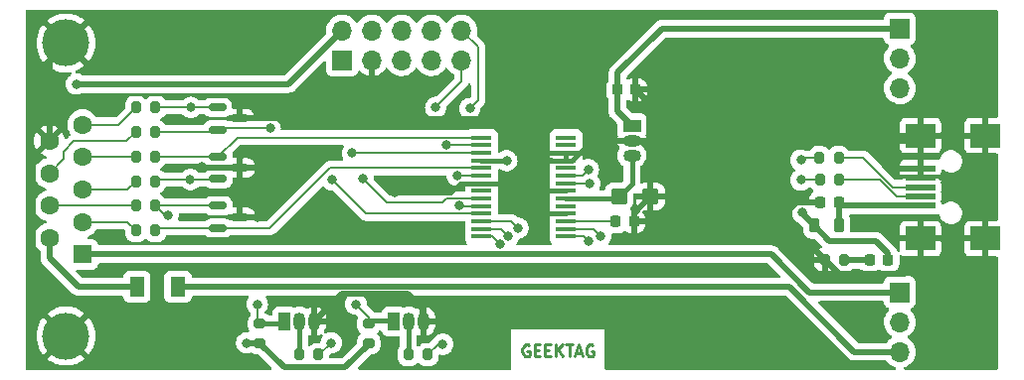
<source format=gbr>
G04 #@! TF.GenerationSoftware,KiCad,Pcbnew,6.99.0-a9ca49a600~144~ubuntu20.04.1*
G04 #@! TF.CreationDate,2022-03-01T02:01:24-05:00*
G04 #@! TF.ProjectId,pa-jtag,70612d6a-7461-4672-9e6b-696361645f70,rev?*
G04 #@! TF.SameCoordinates,Original*
G04 #@! TF.FileFunction,Copper,L1,Top*
G04 #@! TF.FilePolarity,Positive*
%FSLAX46Y46*%
G04 Gerber Fmt 4.6, Leading zero omitted, Abs format (unit mm)*
G04 Created by KiCad (PCBNEW 6.99.0-a9ca49a600~144~ubuntu20.04.1) date 2022-03-01 02:01:24*
%MOMM*%
%LPD*%
G01*
G04 APERTURE LIST*
G04 Aperture macros list*
%AMRoundRect*
0 Rectangle with rounded corners*
0 $1 Rounding radius*
0 $2 $3 $4 $5 $6 $7 $8 $9 X,Y pos of 4 corners*
0 Add a 4 corners polygon primitive as box body*
4,1,4,$2,$3,$4,$5,$6,$7,$8,$9,$2,$3,0*
0 Add four circle primitives for the rounded corners*
1,1,$1+$1,$2,$3*
1,1,$1+$1,$4,$5*
1,1,$1+$1,$6,$7*
1,1,$1+$1,$8,$9*
0 Add four rect primitives between the rounded corners*
20,1,$1+$1,$2,$3,$4,$5,0*
20,1,$1+$1,$4,$5,$6,$7,0*
20,1,$1+$1,$6,$7,$8,$9,0*
20,1,$1+$1,$8,$9,$2,$3,0*%
G04 Aperture macros list end*
%ADD10C,0.250000*%
G04 #@! TA.AperFunction,NonConductor*
%ADD11C,0.250000*%
G04 #@! TD*
G04 #@! TA.AperFunction,SMDPad,CuDef*
%ADD12RoundRect,0.225000X0.225000X0.250000X-0.225000X0.250000X-0.225000X-0.250000X0.225000X-0.250000X0*%
G04 #@! TD*
G04 #@! TA.AperFunction,ComponentPad*
%ADD13R,1.700000X1.700000*%
G04 #@! TD*
G04 #@! TA.AperFunction,ComponentPad*
%ADD14O,1.700000X1.700000*%
G04 #@! TD*
G04 #@! TA.AperFunction,SMDPad,CuDef*
%ADD15RoundRect,0.200000X0.275000X-0.200000X0.275000X0.200000X-0.275000X0.200000X-0.275000X-0.200000X0*%
G04 #@! TD*
G04 #@! TA.AperFunction,SMDPad,CuDef*
%ADD16RoundRect,0.225000X-0.225000X-0.250000X0.225000X-0.250000X0.225000X0.250000X-0.225000X0.250000X0*%
G04 #@! TD*
G04 #@! TA.AperFunction,SMDPad,CuDef*
%ADD17RoundRect,0.200000X-0.200000X-0.275000X0.200000X-0.275000X0.200000X0.275000X-0.200000X0.275000X0*%
G04 #@! TD*
G04 #@! TA.AperFunction,ComponentPad*
%ADD18R,1.050000X1.500000*%
G04 #@! TD*
G04 #@! TA.AperFunction,ComponentPad*
%ADD19O,1.050000X1.500000*%
G04 #@! TD*
G04 #@! TA.AperFunction,SMDPad,CuDef*
%ADD20R,1.300000X1.700000*%
G04 #@! TD*
G04 #@! TA.AperFunction,SMDPad,CuDef*
%ADD21R,1.750000X0.450000*%
G04 #@! TD*
G04 #@! TA.AperFunction,SMDPad,CuDef*
%ADD22RoundRect,0.200000X0.200000X0.275000X-0.200000X0.275000X-0.200000X-0.275000X0.200000X-0.275000X0*%
G04 #@! TD*
G04 #@! TA.AperFunction,SMDPad,CuDef*
%ADD23RoundRect,0.218750X0.218750X0.381250X-0.218750X0.381250X-0.218750X-0.381250X0.218750X-0.381250X0*%
G04 #@! TD*
G04 #@! TA.AperFunction,SMDPad,CuDef*
%ADD24RoundRect,0.150000X-0.587500X-0.150000X0.587500X-0.150000X0.587500X0.150000X-0.587500X0.150000X0*%
G04 #@! TD*
G04 #@! TA.AperFunction,SMDPad,CuDef*
%ADD25R,2.500000X0.500000*%
G04 #@! TD*
G04 #@! TA.AperFunction,SMDPad,CuDef*
%ADD26R,2.500000X2.000000*%
G04 #@! TD*
G04 #@! TA.AperFunction,SMDPad,CuDef*
%ADD27RoundRect,0.250000X-0.450000X-0.425000X0.450000X-0.425000X0.450000X0.425000X-0.450000X0.425000X0*%
G04 #@! TD*
G04 #@! TA.AperFunction,ComponentPad*
%ADD28R,1.500000X1.050000*%
G04 #@! TD*
G04 #@! TA.AperFunction,ComponentPad*
%ADD29O,1.500000X1.050000*%
G04 #@! TD*
G04 #@! TA.AperFunction,ComponentPad*
%ADD30C,4.000000*%
G04 #@! TD*
G04 #@! TA.AperFunction,ComponentPad*
%ADD31R,1.600000X1.600000*%
G04 #@! TD*
G04 #@! TA.AperFunction,ComponentPad*
%ADD32C,1.600000*%
G04 #@! TD*
G04 #@! TA.AperFunction,SMDPad,CuDef*
%ADD33RoundRect,0.218750X-0.218750X-0.256250X0.218750X-0.256250X0.218750X0.256250X-0.218750X0.256250X0*%
G04 #@! TD*
G04 #@! TA.AperFunction,ViaPad*
%ADD34C,0.800000*%
G04 #@! TD*
G04 #@! TA.AperFunction,Conductor*
%ADD35C,0.500000*%
G04 #@! TD*
G04 #@! TA.AperFunction,Conductor*
%ADD36C,0.400000*%
G04 #@! TD*
G04 #@! TA.AperFunction,Conductor*
%ADD37C,0.300000*%
G04 #@! TD*
G04 #@! TA.AperFunction,Conductor*
%ADD38C,0.200000*%
G04 #@! TD*
G04 APERTURE END LIST*
D10*
D11*
X162547619Y-95500000D02*
X162452380Y-95452380D01*
X162309523Y-95452380D01*
X162166666Y-95500000D01*
X162071428Y-95595238D01*
X162023809Y-95690476D01*
X161976190Y-95880952D01*
X161976190Y-96023809D01*
X162023809Y-96214285D01*
X162071428Y-96309523D01*
X162166666Y-96404761D01*
X162309523Y-96452380D01*
X162404761Y-96452380D01*
X162547619Y-96404761D01*
X162595238Y-96357142D01*
X162595238Y-96023809D01*
X162404761Y-96023809D01*
X163023809Y-95928571D02*
X163357142Y-95928571D01*
X163500000Y-96452380D02*
X163023809Y-96452380D01*
X163023809Y-95452380D01*
X163500000Y-95452380D01*
X163928571Y-95928571D02*
X164261904Y-95928571D01*
X164404761Y-96452380D02*
X163928571Y-96452380D01*
X163928571Y-95452380D01*
X164404761Y-95452380D01*
X164833333Y-96452380D02*
X164833333Y-95452380D01*
X165404761Y-96452380D02*
X164976190Y-95880952D01*
X165404761Y-95452380D02*
X164833333Y-96023809D01*
X165690476Y-95452380D02*
X166261904Y-95452380D01*
X165976190Y-96452380D02*
X165976190Y-95452380D01*
X166547619Y-96166666D02*
X167023809Y-96166666D01*
X166452380Y-96452380D02*
X166785714Y-95452380D01*
X167119047Y-96452380D01*
X167976190Y-95500000D02*
X167880952Y-95452380D01*
X167738095Y-95452380D01*
X167595238Y-95500000D01*
X167500000Y-95595238D01*
X167452380Y-95690476D01*
X167404761Y-95880952D01*
X167404761Y-96023809D01*
X167452380Y-96214285D01*
X167500000Y-96309523D01*
X167595238Y-96404761D01*
X167738095Y-96452380D01*
X167833333Y-96452380D01*
X167976190Y-96404761D01*
X168023809Y-96357142D01*
X168023809Y-96023809D01*
X167833333Y-96023809D01*
D12*
X188925000Y-83300000D03*
X187375000Y-83300000D03*
D13*
X146625000Y-71175000D03*
D14*
X146625000Y-68635000D03*
X149165000Y-71175000D03*
X149165000Y-68635000D03*
X151705000Y-71175000D03*
X151705000Y-68635000D03*
X154245000Y-71175000D03*
X154245000Y-68635000D03*
X156785000Y-71175000D03*
X156785000Y-68635000D03*
D15*
X148900000Y-95325000D03*
X148900000Y-93675000D03*
D16*
X169925000Y-84950000D03*
X171475000Y-84950000D03*
D17*
X129075000Y-75200000D03*
X130725000Y-75200000D03*
D18*
X141730000Y-93460000D03*
D19*
X143000000Y-93460000D03*
X144270000Y-93460000D03*
D17*
X129075000Y-85700000D03*
X130725000Y-85700000D03*
X129075000Y-83600000D03*
X130725000Y-83600000D03*
D20*
X129150000Y-90500000D03*
X132650000Y-90500000D03*
D15*
X139600000Y-95325000D03*
X139600000Y-93675000D03*
D17*
X129075000Y-79400000D03*
X130725000Y-79400000D03*
D21*
X158500000Y-77775000D03*
X158500000Y-78425000D03*
X158500000Y-79075000D03*
X158500000Y-79725000D03*
X158500000Y-80375000D03*
X158500000Y-81025000D03*
X158500000Y-81675000D03*
X158500000Y-82325000D03*
X158500000Y-82975000D03*
X158500000Y-83625000D03*
X158500000Y-84275000D03*
X158500000Y-84925000D03*
X158500000Y-85575000D03*
X158500000Y-86225000D03*
X165700000Y-86225000D03*
X165700000Y-85575000D03*
X165700000Y-84925000D03*
X165700000Y-84275000D03*
X165700000Y-83625000D03*
X165700000Y-82975000D03*
X165700000Y-82325000D03*
X165700000Y-81675000D03*
X165700000Y-81025000D03*
X165700000Y-80375000D03*
X165700000Y-79725000D03*
X165700000Y-79075000D03*
X165700000Y-78425000D03*
X165700000Y-77775000D03*
D22*
X144625000Y-96300000D03*
X142975000Y-96300000D03*
D23*
X188962500Y-85300000D03*
X186837500Y-85300000D03*
D24*
X136062500Y-79400000D03*
X136062500Y-81300000D03*
X137937500Y-80350000D03*
D18*
X151030000Y-93460000D03*
D19*
X152300000Y-93460000D03*
X153570000Y-93460000D03*
D16*
X170075000Y-73700000D03*
X171625000Y-73700000D03*
D25*
X195875000Y-83600000D03*
X195875000Y-82800000D03*
X195875000Y-82000000D03*
X195875000Y-81200000D03*
D26*
X195875000Y-77600000D03*
X201375000Y-86400000D03*
X201375000Y-77600000D03*
X195875000Y-86400000D03*
D25*
X195875000Y-80400000D03*
D22*
X189375000Y-88200000D03*
X187725000Y-88200000D03*
D13*
X194125000Y-90975000D03*
D14*
X194125000Y-93515000D03*
X194125000Y-96055000D03*
D13*
X194125000Y-68475000D03*
D14*
X194125000Y-71015000D03*
X194125000Y-73555000D03*
D22*
X153925000Y-96300000D03*
X152275000Y-96300000D03*
D17*
X187325000Y-81350000D03*
X188975000Y-81350000D03*
X129075000Y-77300000D03*
X130725000Y-77300000D03*
X187275000Y-79500000D03*
X188925000Y-79500000D03*
X129075000Y-81500000D03*
X130725000Y-81500000D03*
D27*
X170200000Y-82800000D03*
X172900000Y-82800000D03*
D24*
X136012500Y-75200000D03*
X136012500Y-77100000D03*
X137887500Y-76150000D03*
D28*
X171300000Y-76750000D03*
D29*
X171300000Y-78020000D03*
X171300000Y-79290000D03*
D24*
X136062500Y-83600000D03*
X136062500Y-85500000D03*
X137937500Y-84550000D03*
D30*
X123110331Y-69710000D03*
X123110331Y-94710000D03*
D31*
X124530331Y-87750000D03*
D32*
X124530331Y-84980000D03*
X124530331Y-82210000D03*
X124530331Y-79440000D03*
X124530331Y-76670000D03*
X121690331Y-86365000D03*
X121690331Y-83595000D03*
X121690331Y-80825000D03*
X121690331Y-78055000D03*
D33*
X191562500Y-88250000D03*
X193137500Y-88250000D03*
D34*
X190200000Y-92300000D03*
X151100000Y-82500000D03*
X138100000Y-69000000D03*
X184000000Y-91800000D03*
X144800000Y-85700000D03*
X160800000Y-74300000D03*
X134700000Y-80300000D03*
X139400000Y-84600000D03*
X184700000Y-85175000D03*
X185800000Y-84150000D03*
X124000000Y-73200000D03*
X138500000Y-95300000D03*
X185700000Y-81400000D03*
X168650000Y-86150000D03*
X167600000Y-86650000D03*
X185700000Y-79700000D03*
X131800000Y-84400000D03*
X139400000Y-92000000D03*
X133700000Y-81350000D03*
X145800000Y-81400000D03*
X147500000Y-79100000D03*
X133750000Y-75200000D03*
X160650000Y-79750000D03*
X147800000Y-92000000D03*
X140500000Y-77000000D03*
X155200000Y-95400000D03*
X156600000Y-83600000D03*
X155500000Y-78400000D03*
X145700000Y-95300000D03*
X148400000Y-81300000D03*
X156400000Y-81000000D03*
X167600000Y-80500000D03*
X167700000Y-81700000D03*
X160800000Y-86200000D03*
X154600000Y-75200000D03*
X160100000Y-86900000D03*
X157500000Y-75300000D03*
X161600000Y-85500000D03*
D35*
X201375000Y-86400000D02*
X201375000Y-77600000D01*
D36*
X165700000Y-82325000D02*
X163575000Y-82325000D01*
X162925000Y-81675000D02*
X163350000Y-82100000D01*
X166199022Y-79725000D02*
X167587011Y-78337011D01*
D35*
X173400000Y-77400000D02*
X172780000Y-78020000D01*
X144270000Y-93460000D02*
X146630480Y-91099520D01*
X182340000Y-93460000D02*
X184000000Y-91800000D01*
D36*
X160950000Y-76150000D02*
X137887500Y-76150000D01*
D35*
X187375000Y-83300000D02*
X185300000Y-83300000D01*
D36*
X155889259Y-82500000D02*
X151100000Y-82500000D01*
D35*
X171475000Y-84225000D02*
X172900000Y-82800000D01*
D36*
X167587011Y-78337011D02*
X166849022Y-79075000D01*
X163775000Y-79725000D02*
X165700000Y-79725000D01*
D35*
X139400000Y-84600000D02*
X137987500Y-84600000D01*
X134750000Y-80350000D02*
X134700000Y-80300000D01*
X184700000Y-83900000D02*
X184700000Y-85175000D01*
X146630480Y-91099520D02*
X152200000Y-91099520D01*
X195875000Y-88075000D02*
X195875000Y-86400000D01*
D36*
X163350000Y-80150000D02*
X163775000Y-79725000D01*
D35*
X121690331Y-71130000D02*
X123110331Y-69710000D01*
X195875000Y-80400000D02*
X195875000Y-81200000D01*
X185300000Y-83300000D02*
X184700000Y-83900000D01*
X194550000Y-89400000D02*
X195875000Y-88075000D01*
X172780000Y-78020000D02*
X171300000Y-78020000D01*
D36*
X163350000Y-83850000D02*
X163350000Y-80150000D01*
X156714259Y-81675000D02*
X155889259Y-82500000D01*
X163575000Y-82325000D02*
X163350000Y-82100000D01*
D35*
X120300000Y-91899669D02*
X123110331Y-94710000D01*
X172100000Y-78020000D02*
X172900000Y-78820000D01*
X153500000Y-93390000D02*
X153570000Y-93460000D01*
X152200000Y-91099520D02*
X153500000Y-92399520D01*
X153570000Y-93460000D02*
X182340000Y-93460000D01*
D36*
X158500000Y-81675000D02*
X162925000Y-81675000D01*
X165700000Y-79075000D02*
X163875000Y-79075000D01*
D35*
X137937500Y-80350000D02*
X134750000Y-80350000D01*
X173400000Y-75475000D02*
X173400000Y-77400000D01*
X195875000Y-80400000D02*
X195875000Y-77600000D01*
D36*
X163350000Y-82100000D02*
X163350000Y-80150000D01*
X165700000Y-84275000D02*
X163775000Y-84275000D01*
D35*
X172900000Y-78820000D02*
X172900000Y-82800000D01*
X153500000Y-92399520D02*
X153500000Y-93390000D01*
D36*
X163875000Y-79075000D02*
X160950000Y-76150000D01*
X171300000Y-78020000D02*
X195455000Y-78020000D01*
D35*
X137987500Y-84600000D02*
X137937500Y-84550000D01*
D36*
X167904022Y-78020000D02*
X167587011Y-78337011D01*
D35*
X184700000Y-85175000D02*
X187725000Y-88200000D01*
D36*
X165700000Y-79725000D02*
X166199022Y-79725000D01*
X158500000Y-81675000D02*
X156714259Y-81675000D01*
D35*
X121690331Y-78055000D02*
X121690331Y-71130000D01*
X171475000Y-84950000D02*
X171475000Y-84225000D01*
X121690331Y-78055000D02*
X120300000Y-79445331D01*
D36*
X163775000Y-84275000D02*
X163350000Y-83850000D01*
D35*
X171625000Y-73700000D02*
X173400000Y-75475000D01*
X120300000Y-79445331D02*
X120300000Y-91899669D01*
X201375000Y-77600000D02*
X195875000Y-77600000D01*
D36*
X195455000Y-78020000D02*
X195875000Y-77600000D01*
X166849022Y-79075000D02*
X165700000Y-79075000D01*
D35*
X187725000Y-88200000D02*
X188925000Y-89400000D01*
X171300000Y-78020000D02*
X172100000Y-78020000D01*
X195875000Y-86400000D02*
X201375000Y-86400000D01*
D36*
X171300000Y-78020000D02*
X167904022Y-78020000D01*
D35*
X188925000Y-89400000D02*
X194550000Y-89400000D01*
X195875000Y-83600000D02*
X189225000Y-83600000D01*
X188962500Y-83337500D02*
X188925000Y-83300000D01*
X188962500Y-85300000D02*
X188962500Y-83337500D01*
X189225000Y-83600000D02*
X188925000Y-83300000D01*
X185800000Y-84262500D02*
X186837500Y-85300000D01*
X186837500Y-85300000D02*
X188137500Y-86600000D01*
X185800000Y-84150000D02*
X185800000Y-84262500D01*
X193137500Y-87637500D02*
X193137500Y-88250000D01*
D36*
X165700000Y-82975000D02*
X170025000Y-82975000D01*
D37*
X170025000Y-82975000D02*
X170200000Y-82800000D01*
D35*
X192100000Y-86600000D02*
X193137500Y-87637500D01*
D36*
X171300000Y-81700000D02*
X170200000Y-82800000D01*
D35*
X188137500Y-86600000D02*
X192100000Y-86600000D01*
D36*
X171300000Y-79290000D02*
X171300000Y-81700000D01*
D38*
X169900000Y-84925000D02*
X169925000Y-84950000D01*
X165700000Y-84925000D02*
X169900000Y-84925000D01*
D35*
X170100000Y-72250000D02*
X173875000Y-68475000D01*
X173875000Y-68475000D02*
X194125000Y-68475000D01*
X170075000Y-73700000D02*
X170075000Y-75525000D01*
X170100000Y-73675000D02*
X170100000Y-72250000D01*
X170075000Y-73700000D02*
X170100000Y-73675000D01*
X170075000Y-75525000D02*
X171300000Y-76750000D01*
X121690331Y-88040331D02*
X124150000Y-90500000D01*
X142060000Y-73200000D02*
X146625000Y-68635000D01*
X124150000Y-90500000D02*
X129150000Y-90500000D01*
X121690331Y-86365000D02*
X121690331Y-88040331D01*
X124000000Y-73200000D02*
X142060000Y-73200000D01*
X132650000Y-90500000D02*
X184700000Y-90500000D01*
X190255000Y-96055000D02*
X194125000Y-96055000D01*
X184700000Y-90500000D02*
X190255000Y-96055000D01*
X189425000Y-88250000D02*
X189375000Y-88200000D01*
X191562500Y-88250000D02*
X189425000Y-88250000D01*
D38*
X129075000Y-85700000D02*
X128355000Y-84980000D01*
X128355000Y-84980000D02*
X124530331Y-84980000D01*
X124530331Y-79440000D02*
X129035000Y-79440000D01*
X129035000Y-79440000D02*
X129075000Y-79400000D01*
X128365000Y-82210000D02*
X124530331Y-82210000D01*
X129075000Y-81500000D02*
X128365000Y-82210000D01*
X127605000Y-76670000D02*
X129075000Y-75200000D01*
X124530331Y-76670000D02*
X127605000Y-76670000D01*
D35*
X148900000Y-95400000D02*
X148900000Y-95325000D01*
X141675000Y-97400000D02*
X146900000Y-97400000D01*
X139575000Y-95300000D02*
X139600000Y-95325000D01*
X124530331Y-87750000D02*
X183200000Y-87750000D01*
X146900000Y-97400000D02*
X148900000Y-95400000D01*
X138500000Y-95300000D02*
X139575000Y-95300000D01*
X139600000Y-95325000D02*
X141675000Y-97400000D01*
X183200000Y-87750000D02*
X186425000Y-90975000D01*
X186425000Y-90975000D02*
X194125000Y-90975000D01*
D38*
X193500000Y-82000000D02*
X191000000Y-79500000D01*
X191000000Y-79500000D02*
X188925000Y-79500000D01*
X195875000Y-82000000D02*
X193500000Y-82000000D01*
X192400000Y-81350000D02*
X188975000Y-81350000D01*
X195875000Y-82800000D02*
X193850000Y-82800000D01*
X193850000Y-82800000D02*
X192400000Y-81350000D01*
X129075000Y-83600000D02*
X129070000Y-83595000D01*
X129070000Y-83595000D02*
X121690331Y-83595000D01*
X122900000Y-79615331D02*
X122900000Y-79000000D01*
X123800000Y-78100000D02*
X128275000Y-78100000D01*
X122900000Y-79000000D02*
X123800000Y-78100000D01*
X121690331Y-80825000D02*
X122900000Y-79615331D01*
X128275000Y-78100000D02*
X129075000Y-77300000D01*
X136062500Y-85500000D02*
X130925000Y-85500000D01*
X145598586Y-80375000D02*
X140473586Y-85500000D01*
X158500000Y-80375000D02*
X145598586Y-80375000D01*
X130925000Y-85500000D02*
X130725000Y-85700000D01*
X140473586Y-85500000D02*
X136062500Y-85500000D01*
X185700000Y-81400000D02*
X187275000Y-81400000D01*
X187275000Y-81400000D02*
X187325000Y-81350000D01*
X168075000Y-85575000D02*
X168650000Y-86150000D01*
X165700000Y-85575000D02*
X168075000Y-85575000D01*
X167600000Y-86650000D02*
X167175000Y-86225000D01*
X187275000Y-79500000D02*
X185900000Y-79500000D01*
X167175000Y-86225000D02*
X165700000Y-86225000D01*
X185900000Y-79500000D02*
X185700000Y-79700000D01*
D36*
X141515000Y-93675000D02*
X141730000Y-93460000D01*
D38*
X139400000Y-93200000D02*
X139400000Y-92000000D01*
X131525000Y-84400000D02*
X130725000Y-83600000D01*
X130725000Y-83600000D02*
X136062500Y-83600000D01*
X131800000Y-84400000D02*
X131525000Y-84400000D01*
X139600000Y-93675000D02*
X139600000Y-93400000D01*
D36*
X139600000Y-93675000D02*
X141515000Y-93675000D01*
D38*
X139600000Y-93400000D02*
X139400000Y-93200000D01*
X137687500Y-77775000D02*
X136062500Y-79400000D01*
X136062500Y-79400000D02*
X130725000Y-79400000D01*
X158500000Y-77775000D02*
X137687500Y-77775000D01*
X130875000Y-81350000D02*
X130725000Y-81500000D01*
X158500000Y-84275000D02*
X148675000Y-84275000D01*
X136012500Y-81350000D02*
X136062500Y-81300000D01*
X133700000Y-81350000D02*
X130875000Y-81350000D01*
X133700000Y-81350000D02*
X136012500Y-81350000D01*
X148675000Y-84275000D02*
X145800000Y-81400000D01*
X133750000Y-75200000D02*
X136012500Y-75200000D01*
X147525000Y-79075000D02*
X147500000Y-79100000D01*
X158500000Y-79075000D02*
X147525000Y-79075000D01*
X133750000Y-75200000D02*
X130725000Y-75200000D01*
D36*
X158525000Y-79750000D02*
X158500000Y-79725000D01*
X160650000Y-79750000D02*
X158525000Y-79750000D01*
X151100000Y-93400000D02*
X149175000Y-93400000D01*
D38*
X140500000Y-77000000D02*
X136112500Y-77000000D01*
D36*
X149175000Y-93400000D02*
X148900000Y-93675000D01*
D38*
X135812500Y-77300000D02*
X136012500Y-77100000D01*
D36*
X151030000Y-93460000D02*
X151040000Y-93460000D01*
D38*
X136112500Y-77000000D02*
X136012500Y-77100000D01*
X148900000Y-93675000D02*
X148900000Y-93100000D01*
X130725000Y-77300000D02*
X135812500Y-77300000D01*
X148900000Y-93100000D02*
X147800000Y-92000000D01*
D36*
X151040000Y-93460000D02*
X151100000Y-93400000D01*
X152275000Y-96300000D02*
X152275000Y-93485000D01*
X152275000Y-93485000D02*
X152300000Y-93460000D01*
X143000000Y-93460000D02*
X143000000Y-96275000D01*
X143000000Y-96275000D02*
X142975000Y-96300000D01*
D38*
X156625000Y-83625000D02*
X156600000Y-83600000D01*
X155200000Y-95400000D02*
X154825000Y-95400000D01*
X158500000Y-83625000D02*
X156625000Y-83625000D01*
X154825000Y-95400000D02*
X153925000Y-96300000D01*
X155500000Y-78400000D02*
X155525000Y-78425000D01*
X144700000Y-96300000D02*
X145700000Y-95300000D01*
X155525000Y-78425000D02*
X158500000Y-78425000D01*
X144625000Y-96300000D02*
X144700000Y-96300000D01*
X158500000Y-82975000D02*
X155525000Y-82975000D01*
X148400000Y-81300000D02*
X150451673Y-83351673D01*
X150451673Y-83351673D02*
X155148327Y-83351673D01*
X155525000Y-82975000D02*
X155148327Y-83351673D01*
X158500000Y-81025000D02*
X156425000Y-81025000D01*
X156425000Y-81025000D02*
X156400000Y-81000000D01*
X165700000Y-81025000D02*
X167075000Y-81025000D01*
X167075000Y-81025000D02*
X167600000Y-80500000D01*
X167675000Y-81675000D02*
X165700000Y-81675000D01*
X167700000Y-81700000D02*
X167675000Y-81675000D01*
X158500000Y-85575000D02*
X160175000Y-85575000D01*
X160175000Y-85575000D02*
X160800000Y-86200000D01*
X158500000Y-86225000D02*
X159425000Y-86225000D01*
X156785000Y-73015000D02*
X156785000Y-71175000D01*
X154600000Y-75200000D02*
X156785000Y-73015000D01*
X159425000Y-86225000D02*
X160100000Y-86900000D01*
X156785000Y-68635000D02*
X158200000Y-70050000D01*
X158500000Y-84925000D02*
X161025000Y-84925000D01*
X161025000Y-84925000D02*
X161600000Y-85500000D01*
X158200000Y-74600000D02*
X157500000Y-75300000D01*
X158200000Y-70050000D02*
X158200000Y-74600000D01*
G04 #@! TA.AperFunction,Conductor*
G36*
X184401750Y-91278502D02*
G01*
X184422724Y-91295405D01*
X189671230Y-96543911D01*
X189683616Y-96558323D01*
X189692149Y-96569918D01*
X189692154Y-96569923D01*
X189696492Y-96575818D01*
X189702070Y-96580557D01*
X189702073Y-96580560D01*
X189736768Y-96610035D01*
X189744284Y-96616965D01*
X189749979Y-96622660D01*
X189752861Y-96624940D01*
X189772251Y-96640281D01*
X189775655Y-96643072D01*
X189825703Y-96685591D01*
X189831285Y-96690333D01*
X189837801Y-96693661D01*
X189842850Y-96697028D01*
X189847979Y-96700195D01*
X189853716Y-96704734D01*
X189919875Y-96735655D01*
X189923769Y-96737558D01*
X189988808Y-96770769D01*
X189995916Y-96772508D01*
X190001559Y-96774607D01*
X190007322Y-96776524D01*
X190013950Y-96779622D01*
X190021112Y-96781112D01*
X190021113Y-96781112D01*
X190085412Y-96794486D01*
X190089696Y-96795456D01*
X190160610Y-96812808D01*
X190166212Y-96813156D01*
X190166215Y-96813156D01*
X190171764Y-96813500D01*
X190171762Y-96813536D01*
X190175755Y-96813775D01*
X190179947Y-96814149D01*
X190187115Y-96815640D01*
X190264520Y-96813546D01*
X190267928Y-96813500D01*
X192927491Y-96813500D01*
X192995612Y-96833502D01*
X193024402Y-96860595D01*
X193024987Y-96860088D01*
X193171250Y-97028938D01*
X193343126Y-97171632D01*
X193536000Y-97284338D01*
X193540825Y-97286180D01*
X193540826Y-97286181D01*
X193703473Y-97348290D01*
X193759976Y-97391278D01*
X193784269Y-97457989D01*
X193768639Y-97527243D01*
X193718048Y-97577054D01*
X193658524Y-97592000D01*
X169123286Y-97592000D01*
X169055165Y-97571998D01*
X169008672Y-97518342D01*
X168997286Y-97466000D01*
X168997286Y-94162000D01*
X161002715Y-94162000D01*
X161002715Y-97466000D01*
X160982713Y-97534121D01*
X160929057Y-97580614D01*
X160876715Y-97592000D01*
X148084871Y-97592000D01*
X148016750Y-97571998D01*
X147970257Y-97518342D01*
X147960153Y-97448068D01*
X147989647Y-97383488D01*
X147995776Y-97376905D01*
X149102277Y-96270404D01*
X149164589Y-96236378D01*
X149191372Y-96233499D01*
X149231634Y-96233499D01*
X149234492Y-96233236D01*
X149234501Y-96233236D01*
X149270004Y-96229974D01*
X149305062Y-96226753D01*
X149311447Y-96224752D01*
X149461450Y-96177744D01*
X149461452Y-96177743D01*
X149468699Y-96175472D01*
X149615381Y-96086639D01*
X149736639Y-95965381D01*
X149825472Y-95818699D01*
X149876753Y-95655062D01*
X149883500Y-95581635D01*
X149883499Y-95068366D01*
X149883234Y-95065474D01*
X149877364Y-95001592D01*
X149876753Y-94994938D01*
X149869741Y-94972562D01*
X149827744Y-94838550D01*
X149827743Y-94838548D01*
X149825472Y-94831301D01*
X149736639Y-94684619D01*
X149641115Y-94589095D01*
X149607089Y-94526783D01*
X149612154Y-94455968D01*
X149641115Y-94410905D01*
X149736639Y-94315381D01*
X149769413Y-94261264D01*
X149821810Y-94213357D01*
X149891790Y-94201384D01*
X149957134Y-94229145D01*
X149997096Y-94287826D01*
X150001923Y-94310446D01*
X150002401Y-94312458D01*
X150003255Y-94320316D01*
X150054385Y-94456705D01*
X150141739Y-94573261D01*
X150258295Y-94660615D01*
X150394684Y-94711745D01*
X150456866Y-94718500D01*
X151440500Y-94718500D01*
X151508621Y-94738502D01*
X151555114Y-94792158D01*
X151566500Y-94844500D01*
X151566500Y-95479290D01*
X151546498Y-95547411D01*
X151529595Y-95568385D01*
X151513361Y-95584619D01*
X151424528Y-95731301D01*
X151373247Y-95894938D01*
X151366500Y-95968365D01*
X151366501Y-96631634D01*
X151366764Y-96634492D01*
X151366764Y-96634501D01*
X151369781Y-96667336D01*
X151373247Y-96705062D01*
X151375246Y-96711440D01*
X151375246Y-96711441D01*
X151413551Y-96833670D01*
X151424528Y-96868699D01*
X151513361Y-97015381D01*
X151634619Y-97136639D01*
X151781301Y-97225472D01*
X151788548Y-97227743D01*
X151788550Y-97227744D01*
X151854836Y-97248517D01*
X151944938Y-97276753D01*
X152018365Y-97283500D01*
X152021263Y-97283500D01*
X152275665Y-97283499D01*
X152531634Y-97283499D01*
X152534492Y-97283236D01*
X152534501Y-97283236D01*
X152570004Y-97279974D01*
X152605062Y-97276753D01*
X152611447Y-97274752D01*
X152761450Y-97227744D01*
X152761452Y-97227743D01*
X152768699Y-97225472D01*
X152915381Y-97136639D01*
X153010905Y-97041115D01*
X153073217Y-97007089D01*
X153144032Y-97012154D01*
X153189095Y-97041115D01*
X153284619Y-97136639D01*
X153431301Y-97225472D01*
X153438548Y-97227743D01*
X153438550Y-97227744D01*
X153504836Y-97248517D01*
X153594938Y-97276753D01*
X153668365Y-97283500D01*
X153671263Y-97283500D01*
X153925665Y-97283499D01*
X154181634Y-97283499D01*
X154184492Y-97283236D01*
X154184501Y-97283236D01*
X154220004Y-97279974D01*
X154255062Y-97276753D01*
X154261447Y-97274752D01*
X154411450Y-97227744D01*
X154411452Y-97227743D01*
X154418699Y-97225472D01*
X154565381Y-97136639D01*
X154686639Y-97015381D01*
X154775472Y-96868699D01*
X154786450Y-96833670D01*
X154805164Y-96773953D01*
X154826753Y-96705062D01*
X154833500Y-96631635D01*
X154833499Y-96406492D01*
X154853501Y-96338372D01*
X154907156Y-96291879D01*
X154977430Y-96281774D01*
X154985696Y-96283245D01*
X155098056Y-96307128D01*
X155098061Y-96307128D01*
X155104513Y-96308500D01*
X155295487Y-96308500D01*
X155301939Y-96307128D01*
X155301944Y-96307128D01*
X155388888Y-96288647D01*
X155482288Y-96268794D01*
X155561560Y-96233500D01*
X155650722Y-96193803D01*
X155650724Y-96193802D01*
X155656752Y-96191118D01*
X155666913Y-96183736D01*
X155712157Y-96150864D01*
X155811253Y-96078866D01*
X155908595Y-95970757D01*
X155934621Y-95941852D01*
X155934622Y-95941851D01*
X155939040Y-95936944D01*
X156034527Y-95771556D01*
X156093542Y-95589928D01*
X156094760Y-95578346D01*
X156112814Y-95406565D01*
X156113504Y-95400000D01*
X156098747Y-95259595D01*
X156094232Y-95216635D01*
X156094232Y-95216633D01*
X156093542Y-95210072D01*
X156034527Y-95028444D01*
X156020282Y-95003770D01*
X155990127Y-94951541D01*
X155939040Y-94863056D01*
X155924011Y-94846364D01*
X155815675Y-94726045D01*
X155815674Y-94726044D01*
X155811253Y-94721134D01*
X155699376Y-94639850D01*
X155662094Y-94612763D01*
X155662093Y-94612762D01*
X155656752Y-94608882D01*
X155650724Y-94606198D01*
X155650722Y-94606197D01*
X155488319Y-94533891D01*
X155488318Y-94533891D01*
X155482288Y-94531206D01*
X155388887Y-94511353D01*
X155301944Y-94492872D01*
X155301939Y-94492872D01*
X155295487Y-94491500D01*
X155104513Y-94491500D01*
X155098061Y-94492872D01*
X155098056Y-94492872D01*
X155011112Y-94511353D01*
X154917712Y-94531206D01*
X154911682Y-94533891D01*
X154911681Y-94533891D01*
X154749278Y-94606197D01*
X154749276Y-94606198D01*
X154743248Y-94608882D01*
X154737907Y-94612762D01*
X154737906Y-94612763D01*
X154700624Y-94639850D01*
X154588747Y-94721134D01*
X154584326Y-94726044D01*
X154584325Y-94726045D01*
X154475990Y-94846364D01*
X154460960Y-94863056D01*
X154441480Y-94896797D01*
X154422080Y-94930398D01*
X154402056Y-94956493D01*
X154397559Y-94960990D01*
X154391013Y-94966013D01*
X154385990Y-94972559D01*
X154385987Y-94972562D01*
X154371548Y-94991379D01*
X154360681Y-95003770D01*
X154084856Y-95279595D01*
X154022544Y-95313621D01*
X153995761Y-95316500D01*
X153688237Y-95316501D01*
X153668366Y-95316501D01*
X153665508Y-95316764D01*
X153665499Y-95316764D01*
X153629996Y-95320026D01*
X153594938Y-95323247D01*
X153588560Y-95325246D01*
X153588559Y-95325246D01*
X153438550Y-95372256D01*
X153438548Y-95372257D01*
X153431301Y-95374528D01*
X153284619Y-95463361D01*
X153198595Y-95549385D01*
X153136283Y-95583411D01*
X153065468Y-95578346D01*
X153008632Y-95535799D01*
X152983821Y-95469279D01*
X152983500Y-95460290D01*
X152983500Y-94753430D01*
X153003502Y-94685309D01*
X153057158Y-94638816D01*
X153127432Y-94628712D01*
X153158322Y-94637273D01*
X153173647Y-94643714D01*
X153298692Y-94682422D01*
X153312795Y-94682628D01*
X153316000Y-94675873D01*
X153316000Y-94668986D01*
X153824000Y-94668986D01*
X153827973Y-94682517D01*
X153835768Y-94683637D01*
X153952932Y-94649154D01*
X153964300Y-94644561D01*
X154132911Y-94556414D01*
X154143173Y-94549698D01*
X154291443Y-94430485D01*
X154300213Y-94421897D01*
X154422499Y-94276162D01*
X154429437Y-94266031D01*
X154521094Y-94099308D01*
X154525924Y-94088038D01*
X154583452Y-93906685D01*
X154586002Y-93894691D01*
X154602607Y-93746650D01*
X154603000Y-93739626D01*
X154603000Y-93732115D01*
X154598525Y-93716876D01*
X154597135Y-93715671D01*
X154589452Y-93714000D01*
X153842115Y-93714000D01*
X153826876Y-93718475D01*
X153825671Y-93719865D01*
X153824000Y-93727548D01*
X153824000Y-94668986D01*
X153316000Y-94668986D01*
X153316000Y-93906242D01*
X153316785Y-93892197D01*
X153326227Y-93808023D01*
X153333500Y-93743183D01*
X153333500Y-93187885D01*
X153824000Y-93187885D01*
X153828475Y-93203124D01*
X153829865Y-93204329D01*
X153837548Y-93206000D01*
X154584885Y-93206000D01*
X154600124Y-93201525D01*
X154601329Y-93200135D01*
X154603000Y-93192452D01*
X154603000Y-93187110D01*
X154602700Y-93180965D01*
X154588830Y-93039519D01*
X154586447Y-93027481D01*
X154531458Y-92845349D01*
X154526783Y-92834007D01*
X154437465Y-92666023D01*
X154430678Y-92655807D01*
X154310428Y-92508366D01*
X154301784Y-92499662D01*
X154155191Y-92378390D01*
X154145020Y-92371530D01*
X153977658Y-92281038D01*
X153966353Y-92276286D01*
X153841308Y-92237578D01*
X153827205Y-92237372D01*
X153824000Y-92244127D01*
X153824000Y-93187885D01*
X153333500Y-93187885D01*
X153333500Y-93183996D01*
X153318723Y-93033287D01*
X153318032Y-93030998D01*
X153316000Y-93010276D01*
X153316000Y-92251014D01*
X153312027Y-92237483D01*
X153304232Y-92236363D01*
X153187068Y-92270846D01*
X153175700Y-92275439D01*
X153007093Y-92363584D01*
X153004017Y-92365597D01*
X153002178Y-92366154D01*
X153001630Y-92366440D01*
X153001576Y-92366336D01*
X152936064Y-92386161D01*
X152875094Y-92371001D01*
X152843502Y-92353919D01*
X152702435Y-92277644D01*
X152589026Y-92242538D01*
X152514707Y-92219532D01*
X152514704Y-92219531D01*
X152508820Y-92217710D01*
X152502695Y-92217066D01*
X152502694Y-92217066D01*
X152313378Y-92197168D01*
X152313377Y-92197168D01*
X152307250Y-92196524D01*
X152247081Y-92202000D01*
X152111543Y-92214335D01*
X152111540Y-92214336D01*
X152105404Y-92214894D01*
X152099498Y-92216632D01*
X152099494Y-92216633D01*
X151916879Y-92270380D01*
X151916877Y-92270381D01*
X151915493Y-92270788D01*
X151910971Y-92272119D01*
X151910718Y-92271260D01*
X151845338Y-92277714D01*
X151808594Y-92264548D01*
X151801705Y-92259385D01*
X151793304Y-92256236D01*
X151793301Y-92256234D01*
X151681534Y-92214335D01*
X151665316Y-92208255D01*
X151603134Y-92201500D01*
X150456866Y-92201500D01*
X150394684Y-92208255D01*
X150258295Y-92259385D01*
X150141739Y-92346739D01*
X150054385Y-92463295D01*
X150051233Y-92471703D01*
X150006029Y-92592285D01*
X150003255Y-92599684D01*
X150002708Y-92599479D01*
X149970246Y-92656296D01*
X149907290Y-92689114D01*
X149882884Y-92691500D01*
X149409973Y-92691500D01*
X149341852Y-92671498D01*
X149333274Y-92665466D01*
X149308623Y-92646550D01*
X149296234Y-92635684D01*
X148749719Y-92089169D01*
X148715693Y-92026857D01*
X148713159Y-92003283D01*
X148713504Y-92000000D01*
X148697922Y-91851745D01*
X148694232Y-91816635D01*
X148694232Y-91816633D01*
X148693542Y-91810072D01*
X148634527Y-91628444D01*
X148616203Y-91596705D01*
X148542342Y-91468775D01*
X148542341Y-91468774D01*
X148539040Y-91463056D01*
X148534874Y-91458429D01*
X148511062Y-91391693D01*
X148527143Y-91322541D01*
X148578057Y-91273061D01*
X148636857Y-91258500D01*
X184333629Y-91258500D01*
X184401750Y-91278502D01*
G37*
G04 #@! TD.AperFunction*
G04 #@! TA.AperFunction,Conductor*
G36*
X202416661Y-66878002D02*
G01*
X202463154Y-66931658D01*
X202474540Y-66984000D01*
X202474540Y-75966000D01*
X202454538Y-76034121D01*
X202400882Y-76080614D01*
X202348540Y-76092000D01*
X201647115Y-76092000D01*
X201631876Y-76096475D01*
X201630671Y-76097865D01*
X201629000Y-76105548D01*
X201629000Y-79089884D01*
X201633475Y-79105123D01*
X201634865Y-79106328D01*
X201642548Y-79107999D01*
X202348540Y-79107999D01*
X202416661Y-79128001D01*
X202463154Y-79181657D01*
X202474540Y-79233999D01*
X202474540Y-84766000D01*
X202454538Y-84834121D01*
X202400882Y-84880614D01*
X202348540Y-84892000D01*
X201647115Y-84892000D01*
X201631876Y-84896475D01*
X201630671Y-84897865D01*
X201629000Y-84905548D01*
X201629000Y-87889884D01*
X201633475Y-87905123D01*
X201634865Y-87906328D01*
X201642548Y-87907999D01*
X202348540Y-87907999D01*
X202416661Y-87928001D01*
X202463154Y-87981657D01*
X202474540Y-88033999D01*
X202474540Y-97466000D01*
X202454538Y-97534121D01*
X202400882Y-97580614D01*
X202348540Y-97592000D01*
X194588129Y-97592000D01*
X194520008Y-97571998D01*
X194473515Y-97518342D01*
X194463411Y-97448068D01*
X194492905Y-97383488D01*
X194551921Y-97345314D01*
X194617429Y-97325661D01*
X194617434Y-97325659D01*
X194622384Y-97324174D01*
X194822994Y-97225896D01*
X195004860Y-97096173D01*
X195163096Y-96938489D01*
X195251372Y-96815640D01*
X195290435Y-96761277D01*
X195293453Y-96757077D01*
X195303099Y-96737561D01*
X195390136Y-96561453D01*
X195390137Y-96561451D01*
X195392430Y-96556811D01*
X195457370Y-96343069D01*
X195486529Y-96121590D01*
X195487287Y-96090576D01*
X195488074Y-96058365D01*
X195488074Y-96058361D01*
X195488156Y-96055000D01*
X195469852Y-95832361D01*
X195415431Y-95615702D01*
X195326354Y-95410840D01*
X195269292Y-95322636D01*
X195207822Y-95227617D01*
X195207820Y-95227614D01*
X195205014Y-95223277D01*
X195054670Y-95058051D01*
X195050619Y-95054852D01*
X195050615Y-95054848D01*
X194883414Y-94922800D01*
X194883410Y-94922798D01*
X194879359Y-94919598D01*
X194838053Y-94896796D01*
X194788084Y-94846364D01*
X194773312Y-94776921D01*
X194798428Y-94710516D01*
X194825780Y-94683909D01*
X194891161Y-94637273D01*
X195004860Y-94556173D01*
X195029915Y-94531206D01*
X195088106Y-94473217D01*
X195163096Y-94398489D01*
X195207696Y-94336422D01*
X195290435Y-94221277D01*
X195293453Y-94217077D01*
X195314152Y-94175197D01*
X195390136Y-94021453D01*
X195390137Y-94021451D01*
X195392430Y-94016811D01*
X195457370Y-93803069D01*
X195486529Y-93581590D01*
X195488156Y-93515000D01*
X195469852Y-93292361D01*
X195415431Y-93075702D01*
X195326354Y-92870840D01*
X195265289Y-92776448D01*
X195207822Y-92687617D01*
X195207820Y-92687614D01*
X195205014Y-92683277D01*
X195201532Y-92679450D01*
X195057798Y-92521488D01*
X195026746Y-92457642D01*
X195035141Y-92387143D01*
X195080317Y-92332375D01*
X195106761Y-92318706D01*
X195213297Y-92278767D01*
X195221705Y-92275615D01*
X195338261Y-92188261D01*
X195425615Y-92071705D01*
X195476745Y-91935316D01*
X195483500Y-91873134D01*
X195483500Y-90076866D01*
X195476745Y-90014684D01*
X195425615Y-89878295D01*
X195338261Y-89761739D01*
X195221705Y-89674385D01*
X195085316Y-89623255D01*
X195023134Y-89616500D01*
X193226866Y-89616500D01*
X193164684Y-89623255D01*
X193028295Y-89674385D01*
X192911739Y-89761739D01*
X192824385Y-89878295D01*
X192773255Y-90014684D01*
X192766500Y-90076866D01*
X192766500Y-90090500D01*
X192746498Y-90158621D01*
X192692842Y-90205114D01*
X192640500Y-90216500D01*
X186791371Y-90216500D01*
X186723250Y-90196498D01*
X186702276Y-90179595D01*
X185051386Y-88528705D01*
X186817001Y-88528705D01*
X186817264Y-88534454D01*
X186823132Y-88598315D01*
X186825743Y-88611351D01*
X186872715Y-88761243D01*
X186878921Y-88774988D01*
X186959824Y-88908574D01*
X186969131Y-88920443D01*
X187079557Y-89030869D01*
X187091426Y-89040176D01*
X187225012Y-89121079D01*
X187238757Y-89127285D01*
X187388644Y-89174256D01*
X187401694Y-89176869D01*
X187456586Y-89181913D01*
X187468124Y-89178525D01*
X187469329Y-89177135D01*
X187471000Y-89169452D01*
X187471000Y-88472115D01*
X187466525Y-88456876D01*
X187465135Y-88455671D01*
X187457452Y-88454000D01*
X186835116Y-88454000D01*
X186819877Y-88458475D01*
X186818672Y-88459865D01*
X186817001Y-88467548D01*
X186817001Y-88528705D01*
X185051386Y-88528705D01*
X183783770Y-87261089D01*
X183771384Y-87246677D01*
X183762851Y-87235082D01*
X183762846Y-87235077D01*
X183758508Y-87229182D01*
X183752930Y-87224443D01*
X183752927Y-87224440D01*
X183718232Y-87194965D01*
X183710716Y-87188035D01*
X183705021Y-87182340D01*
X183693443Y-87173180D01*
X183682749Y-87164719D01*
X183679345Y-87161928D01*
X183629297Y-87119409D01*
X183629295Y-87119408D01*
X183623715Y-87114667D01*
X183617199Y-87111339D01*
X183612150Y-87107972D01*
X183607021Y-87104805D01*
X183601284Y-87100266D01*
X183535125Y-87069345D01*
X183531225Y-87067439D01*
X183466192Y-87034231D01*
X183459084Y-87032492D01*
X183453441Y-87030393D01*
X183447678Y-87028476D01*
X183441050Y-87025378D01*
X183369583Y-87010513D01*
X183365299Y-87009543D01*
X183363317Y-87009058D01*
X183294390Y-86992192D01*
X183288788Y-86991844D01*
X183288785Y-86991844D01*
X183283236Y-86991500D01*
X183283238Y-86991464D01*
X183279245Y-86991225D01*
X183275053Y-86990851D01*
X183267885Y-86989360D01*
X183202900Y-86991118D01*
X183190479Y-86991454D01*
X183187072Y-86991500D01*
X169397817Y-86991500D01*
X169329696Y-86971498D01*
X169283203Y-86917842D01*
X169273099Y-86847568D01*
X169304181Y-86781190D01*
X169384621Y-86691852D01*
X169384622Y-86691851D01*
X169389040Y-86686944D01*
X169484527Y-86521556D01*
X169543542Y-86339928D01*
X169546005Y-86316499D01*
X169562814Y-86156565D01*
X169563504Y-86150000D01*
X169555376Y-86072669D01*
X169568148Y-86002833D01*
X169616650Y-85950986D01*
X169680686Y-85933500D01*
X170198732Y-85933500D01*
X170201978Y-85933163D01*
X170201982Y-85933163D01*
X170236083Y-85929625D01*
X170301019Y-85922887D01*
X170380919Y-85896230D01*
X170456324Y-85871073D01*
X170456326Y-85871072D01*
X170463268Y-85868756D01*
X170506758Y-85841844D01*
X170602485Y-85782606D01*
X170608713Y-85778752D01*
X170613886Y-85773570D01*
X170619623Y-85769023D01*
X170621055Y-85770830D01*
X170673575Y-85742098D01*
X170744395Y-85747108D01*
X170780853Y-85770499D01*
X170781683Y-85769448D01*
X170798840Y-85782998D01*
X170931880Y-85865004D01*
X170945061Y-85871151D01*
X171093814Y-85920491D01*
X171107190Y-85923358D01*
X171198097Y-85932672D01*
X171203126Y-85932929D01*
X171218124Y-85928525D01*
X171219329Y-85927135D01*
X171221000Y-85919452D01*
X171221000Y-85914885D01*
X171729000Y-85914885D01*
X171733475Y-85930124D01*
X171734865Y-85931329D01*
X171742548Y-85933000D01*
X171745438Y-85933000D01*
X171751953Y-85932663D01*
X171844057Y-85923106D01*
X171857456Y-85920212D01*
X172006107Y-85870619D01*
X172019286Y-85864445D01*
X172152173Y-85782212D01*
X172163574Y-85773176D01*
X172273986Y-85662571D01*
X172282998Y-85651160D01*
X172365004Y-85518120D01*
X172371151Y-85504939D01*
X172420491Y-85356186D01*
X172423358Y-85342810D01*
X172432672Y-85251903D01*
X172433000Y-85245487D01*
X172433000Y-85222115D01*
X172428525Y-85206876D01*
X172427135Y-85205671D01*
X172419452Y-85204000D01*
X171747115Y-85204000D01*
X171731876Y-85208475D01*
X171730671Y-85209865D01*
X171729000Y-85217548D01*
X171729000Y-85914885D01*
X171221000Y-85914885D01*
X171221000Y-83985115D01*
X171216525Y-83969876D01*
X171190929Y-83947697D01*
X171152545Y-83887971D01*
X171152545Y-83816974D01*
X171184268Y-83763455D01*
X171244130Y-83703488D01*
X171244134Y-83703483D01*
X171249305Y-83698303D01*
X171281238Y-83646498D01*
X171338275Y-83553968D01*
X171338276Y-83553966D01*
X171342115Y-83547738D01*
X171397797Y-83379861D01*
X171399947Y-83358882D01*
X171402909Y-83329969D01*
X171408500Y-83275400D01*
X171408500Y-83272095D01*
X171692001Y-83272095D01*
X171692338Y-83278614D01*
X171702257Y-83374206D01*
X171705149Y-83387600D01*
X171756588Y-83541784D01*
X171762761Y-83554962D01*
X171848063Y-83692807D01*
X171857099Y-83704208D01*
X171911736Y-83758750D01*
X171945815Y-83821033D01*
X171940812Y-83891853D01*
X171898315Y-83948725D01*
X171831816Y-83973594D01*
X171809877Y-83973267D01*
X171751906Y-83967328D01*
X171746874Y-83967071D01*
X171731876Y-83971475D01*
X171730671Y-83972865D01*
X171729000Y-83980548D01*
X171729000Y-84677885D01*
X171733475Y-84693124D01*
X171734865Y-84694329D01*
X171742548Y-84696000D01*
X172414885Y-84696000D01*
X172430124Y-84691525D01*
X172431329Y-84690135D01*
X172433000Y-84682452D01*
X172433000Y-84654562D01*
X172432663Y-84648047D01*
X172423106Y-84555943D01*
X172420212Y-84542544D01*
X172370619Y-84393893D01*
X172364445Y-84380714D01*
X172282212Y-84247827D01*
X172273172Y-84236421D01*
X172226928Y-84190258D01*
X172192848Y-84127976D01*
X172197851Y-84057156D01*
X172240348Y-84000283D01*
X172306846Y-83975414D01*
X172328787Y-83975741D01*
X172396438Y-83982672D01*
X172402854Y-83983000D01*
X172627885Y-83983000D01*
X172643124Y-83978525D01*
X172644329Y-83977135D01*
X172646000Y-83969452D01*
X172646000Y-83964884D01*
X173154000Y-83964884D01*
X173158475Y-83980123D01*
X173159865Y-83981328D01*
X173167548Y-83982999D01*
X173397095Y-83982999D01*
X173403614Y-83982662D01*
X173499206Y-83972743D01*
X173512600Y-83969851D01*
X173666784Y-83918412D01*
X173679962Y-83912239D01*
X173817807Y-83826937D01*
X173829208Y-83817901D01*
X173943739Y-83703171D01*
X173952751Y-83691760D01*
X174037816Y-83553757D01*
X174043963Y-83540576D01*
X174095138Y-83386290D01*
X174098005Y-83372914D01*
X174107672Y-83278562D01*
X174108000Y-83272146D01*
X174108000Y-83072115D01*
X174103525Y-83056876D01*
X174102135Y-83055671D01*
X174094452Y-83054000D01*
X173172115Y-83054000D01*
X173156876Y-83058475D01*
X173155671Y-83059865D01*
X173154000Y-83067548D01*
X173154000Y-83964884D01*
X172646000Y-83964884D01*
X172646000Y-83072115D01*
X172641525Y-83056876D01*
X172640135Y-83055671D01*
X172632452Y-83054000D01*
X171710116Y-83054000D01*
X171694877Y-83058475D01*
X171693672Y-83059865D01*
X171692001Y-83067548D01*
X171692001Y-83272095D01*
X171408500Y-83272095D01*
X171408500Y-82645660D01*
X171428502Y-82577539D01*
X171445405Y-82556565D01*
X171492376Y-82509594D01*
X171554688Y-82475568D01*
X171625503Y-82480633D01*
X171682339Y-82523180D01*
X171689142Y-82536770D01*
X171697865Y-82544329D01*
X171705548Y-82546000D01*
X172627885Y-82546000D01*
X172643124Y-82541525D01*
X172644329Y-82540135D01*
X172646000Y-82532452D01*
X172646000Y-82527885D01*
X173154000Y-82527885D01*
X173158475Y-82543124D01*
X173159865Y-82544329D01*
X173167548Y-82546000D01*
X174089884Y-82546000D01*
X174105123Y-82541525D01*
X174106328Y-82540135D01*
X174107999Y-82532452D01*
X174107999Y-82327905D01*
X174107662Y-82321386D01*
X174097743Y-82225794D01*
X174094851Y-82212400D01*
X174043412Y-82058216D01*
X174037239Y-82045038D01*
X173951937Y-81907193D01*
X173942901Y-81895792D01*
X173828171Y-81781261D01*
X173816760Y-81772249D01*
X173678757Y-81687184D01*
X173665576Y-81681037D01*
X173511290Y-81629862D01*
X173497914Y-81626995D01*
X173403562Y-81617328D01*
X173397145Y-81617000D01*
X173172115Y-81617000D01*
X173156876Y-81621475D01*
X173155671Y-81622865D01*
X173154000Y-81630548D01*
X173154000Y-82527885D01*
X172646000Y-82527885D01*
X172646000Y-81635116D01*
X172641525Y-81619877D01*
X172640135Y-81618672D01*
X172632452Y-81617001D01*
X172402905Y-81617001D01*
X172396386Y-81617338D01*
X172300794Y-81627257D01*
X172287400Y-81630149D01*
X172174376Y-81667856D01*
X172103426Y-81670440D01*
X172042342Y-81634256D01*
X172010518Y-81570792D01*
X172008500Y-81548332D01*
X172008500Y-81400000D01*
X184786496Y-81400000D01*
X184787186Y-81406565D01*
X184797353Y-81503295D01*
X184806458Y-81589928D01*
X184865473Y-81771556D01*
X184960960Y-81936944D01*
X184965378Y-81941851D01*
X184965379Y-81941852D01*
X185080510Y-82069718D01*
X185088747Y-82078866D01*
X185243248Y-82191118D01*
X185249276Y-82193802D01*
X185249278Y-82193803D01*
X185410906Y-82265764D01*
X185417712Y-82268794D01*
X185511113Y-82288647D01*
X185598056Y-82307128D01*
X185598061Y-82307128D01*
X185604513Y-82308500D01*
X185795487Y-82308500D01*
X185801939Y-82307128D01*
X185801944Y-82307128D01*
X185888887Y-82288647D01*
X185982288Y-82268794D01*
X185989094Y-82265764D01*
X186150722Y-82193803D01*
X186150724Y-82193802D01*
X186156752Y-82191118D01*
X186270466Y-82108500D01*
X186304850Y-82083518D01*
X186311253Y-82078866D01*
X186315672Y-82073959D01*
X186337074Y-82050189D01*
X186397520Y-82012950D01*
X186430710Y-82008500D01*
X186458602Y-82008500D01*
X186526723Y-82028502D01*
X186557754Y-82056751D01*
X186559425Y-82058882D01*
X186563361Y-82065381D01*
X186684619Y-82186639D01*
X186744344Y-82222809D01*
X186744862Y-82223123D01*
X186792769Y-82275520D01*
X186804742Y-82345500D01*
X186776981Y-82410844D01*
X186745894Y-82438043D01*
X186697827Y-82467788D01*
X186686426Y-82476824D01*
X186576014Y-82587429D01*
X186567002Y-82598840D01*
X186484996Y-82731880D01*
X186478849Y-82745061D01*
X186429509Y-82893814D01*
X186426642Y-82907190D01*
X186417328Y-82998097D01*
X186417000Y-83004514D01*
X186417000Y-83027885D01*
X186421475Y-83043124D01*
X186422865Y-83044329D01*
X186430548Y-83046000D01*
X187503000Y-83046000D01*
X187571121Y-83066002D01*
X187617614Y-83119658D01*
X187629000Y-83172000D01*
X187629000Y-83428000D01*
X187608998Y-83496121D01*
X187555342Y-83542614D01*
X187503000Y-83554000D01*
X186541965Y-83554000D01*
X186473844Y-83533998D01*
X186448329Y-83512311D01*
X186415668Y-83476037D01*
X186415666Y-83476035D01*
X186411253Y-83471134D01*
X186276214Y-83373022D01*
X186262094Y-83362763D01*
X186262093Y-83362762D01*
X186256752Y-83358882D01*
X186250724Y-83356198D01*
X186250722Y-83356197D01*
X186088319Y-83283891D01*
X186088318Y-83283891D01*
X186082288Y-83281206D01*
X185988887Y-83261353D01*
X185901944Y-83242872D01*
X185901939Y-83242872D01*
X185895487Y-83241500D01*
X185704513Y-83241500D01*
X185698061Y-83242872D01*
X185698056Y-83242872D01*
X185611113Y-83261353D01*
X185517712Y-83281206D01*
X185511682Y-83283891D01*
X185511681Y-83283891D01*
X185349278Y-83356197D01*
X185349276Y-83356198D01*
X185343248Y-83358882D01*
X185337907Y-83362762D01*
X185337906Y-83362763D01*
X185323786Y-83373022D01*
X185188747Y-83471134D01*
X185184326Y-83476044D01*
X185184325Y-83476045D01*
X185119773Y-83547738D01*
X185060960Y-83613056D01*
X185030104Y-83666500D01*
X184969060Y-83772232D01*
X184965473Y-83778444D01*
X184906458Y-83960072D01*
X184905768Y-83966633D01*
X184905768Y-83966635D01*
X184897088Y-84049225D01*
X184886496Y-84150000D01*
X184887186Y-84156565D01*
X184905457Y-84330401D01*
X184906458Y-84339928D01*
X184965473Y-84521556D01*
X184968776Y-84527278D01*
X184968777Y-84527279D01*
X184973851Y-84536067D01*
X185060960Y-84686944D01*
X185065378Y-84691851D01*
X185065379Y-84691852D01*
X185168630Y-84806524D01*
X185188747Y-84828866D01*
X185343248Y-84941118D01*
X185349277Y-84943802D01*
X185349280Y-84943804D01*
X185434914Y-84981930D01*
X185472761Y-85007942D01*
X185854595Y-85389776D01*
X185888621Y-85452088D01*
X185891500Y-85478871D01*
X185891500Y-85729572D01*
X185902022Y-85830982D01*
X185955692Y-85991849D01*
X186044929Y-86136055D01*
X186164947Y-86255864D01*
X186171177Y-86259704D01*
X186171178Y-86259705D01*
X186174009Y-86261450D01*
X186309308Y-86344849D01*
X186316256Y-86347154D01*
X186316257Y-86347154D01*
X186463738Y-86396072D01*
X186463740Y-86396072D01*
X186470269Y-86398238D01*
X186570428Y-86408500D01*
X186821129Y-86408500D01*
X186889250Y-86428502D01*
X186910224Y-86445405D01*
X187473877Y-87009058D01*
X187507903Y-87071370D01*
X187502838Y-87142185D01*
X187460291Y-87199021D01*
X187407732Y-87219242D01*
X187408248Y-87221817D01*
X187388649Y-87225743D01*
X187238757Y-87272715D01*
X187225012Y-87278921D01*
X187091426Y-87359824D01*
X187079557Y-87369131D01*
X186969131Y-87479557D01*
X186959824Y-87491426D01*
X186878921Y-87625012D01*
X186872715Y-87638757D01*
X186825744Y-87788644D01*
X186823131Y-87801694D01*
X186817266Y-87865521D01*
X186817000Y-87871309D01*
X186817000Y-87927885D01*
X186821475Y-87943124D01*
X186822865Y-87944329D01*
X186830548Y-87946000D01*
X187853000Y-87946000D01*
X187921121Y-87966002D01*
X187967614Y-88019658D01*
X187979000Y-88072000D01*
X187979000Y-89164884D01*
X187983475Y-89180123D01*
X187984865Y-89181328D01*
X187989294Y-89182291D01*
X188048315Y-89176868D01*
X188061351Y-89174257D01*
X188211243Y-89127285D01*
X188224988Y-89121079D01*
X188358574Y-89040176D01*
X188370443Y-89030869D01*
X188460551Y-88940761D01*
X188522863Y-88906735D01*
X188593678Y-88911800D01*
X188638741Y-88940761D01*
X188734619Y-89036639D01*
X188881301Y-89125472D01*
X188888548Y-89127743D01*
X188888550Y-89127744D01*
X188951279Y-89147402D01*
X189044938Y-89176753D01*
X189118365Y-89183500D01*
X189121263Y-89183500D01*
X189375665Y-89183499D01*
X189631634Y-89183499D01*
X189634492Y-89183236D01*
X189634501Y-89183236D01*
X189670004Y-89179974D01*
X189705062Y-89176753D01*
X189713030Y-89174256D01*
X189861450Y-89127744D01*
X189861452Y-89127743D01*
X189868699Y-89125472D01*
X189979893Y-89058131D01*
X190008879Y-89040577D01*
X190008881Y-89040576D01*
X190015381Y-89036639D01*
X190017419Y-89034601D01*
X190081499Y-89009054D01*
X190093297Y-89008500D01*
X190765330Y-89008500D01*
X190833451Y-89028502D01*
X190854348Y-89045327D01*
X190889947Y-89080864D01*
X191034308Y-89169849D01*
X191041256Y-89172154D01*
X191041257Y-89172154D01*
X191188738Y-89221072D01*
X191188740Y-89221072D01*
X191195269Y-89223238D01*
X191295428Y-89233500D01*
X191829572Y-89233500D01*
X191832818Y-89233163D01*
X191832822Y-89233163D01*
X191866603Y-89229658D01*
X191930982Y-89222978D01*
X192091849Y-89169308D01*
X192236055Y-89080071D01*
X192260887Y-89055195D01*
X192323168Y-89021116D01*
X192393988Y-89026118D01*
X192439078Y-89055040D01*
X192464947Y-89080864D01*
X192609308Y-89169849D01*
X192616256Y-89172154D01*
X192616257Y-89172154D01*
X192763738Y-89221072D01*
X192763740Y-89221072D01*
X192770269Y-89223238D01*
X192870428Y-89233500D01*
X193404572Y-89233500D01*
X193407818Y-89233163D01*
X193407822Y-89233163D01*
X193441603Y-89229658D01*
X193505982Y-89222978D01*
X193666849Y-89169308D01*
X193811055Y-89080071D01*
X193845739Y-89045327D01*
X193925693Y-88965233D01*
X193930864Y-88960053D01*
X194019849Y-88815692D01*
X194037909Y-88761243D01*
X194071072Y-88661262D01*
X194071072Y-88661260D01*
X194073238Y-88654731D01*
X194083500Y-88554572D01*
X194083500Y-87945428D01*
X194077651Y-87889060D01*
X194090515Y-87819240D01*
X194139086Y-87767458D01*
X194207942Y-87750155D01*
X194278542Y-87775230D01*
X194371352Y-87844787D01*
X194386946Y-87853324D01*
X194507394Y-87898478D01*
X194522649Y-87902105D01*
X194573514Y-87907631D01*
X194580328Y-87908000D01*
X195602885Y-87908000D01*
X195618124Y-87903525D01*
X195619329Y-87902135D01*
X195621000Y-87894452D01*
X195621000Y-87889884D01*
X196129000Y-87889884D01*
X196133475Y-87905123D01*
X196134865Y-87906328D01*
X196142548Y-87907999D01*
X197169669Y-87907999D01*
X197176490Y-87907629D01*
X197227352Y-87902105D01*
X197242604Y-87898479D01*
X197363054Y-87853324D01*
X197378649Y-87844786D01*
X197480724Y-87768285D01*
X197493285Y-87755724D01*
X197569786Y-87653649D01*
X197578324Y-87638054D01*
X197623478Y-87517606D01*
X197627105Y-87502351D01*
X197632631Y-87451486D01*
X197633000Y-87444672D01*
X197633000Y-87444669D01*
X199617001Y-87444669D01*
X199617371Y-87451490D01*
X199622895Y-87502352D01*
X199626521Y-87517604D01*
X199671676Y-87638054D01*
X199680214Y-87653649D01*
X199756715Y-87755724D01*
X199769276Y-87768285D01*
X199871351Y-87844786D01*
X199886946Y-87853324D01*
X200007394Y-87898478D01*
X200022649Y-87902105D01*
X200073514Y-87907631D01*
X200080328Y-87908000D01*
X201102885Y-87908000D01*
X201118124Y-87903525D01*
X201119329Y-87902135D01*
X201121000Y-87894452D01*
X201121000Y-86672115D01*
X201116525Y-86656876D01*
X201115135Y-86655671D01*
X201107452Y-86654000D01*
X199635116Y-86654000D01*
X199619877Y-86658475D01*
X199618672Y-86659865D01*
X199617001Y-86667548D01*
X199617001Y-87444669D01*
X197633000Y-87444669D01*
X197633000Y-86672115D01*
X197628525Y-86656876D01*
X197627135Y-86655671D01*
X197619452Y-86654000D01*
X196147115Y-86654000D01*
X196131876Y-86658475D01*
X196130671Y-86659865D01*
X196129000Y-86667548D01*
X196129000Y-87889884D01*
X195621000Y-87889884D01*
X195621000Y-86672115D01*
X195616525Y-86656876D01*
X195615135Y-86655671D01*
X195607452Y-86654000D01*
X194135116Y-86654000D01*
X194119877Y-86658475D01*
X194118672Y-86659865D01*
X194117001Y-86667548D01*
X194117001Y-87396457D01*
X194096999Y-87464578D01*
X194043343Y-87511071D01*
X193973069Y-87521175D01*
X193908489Y-87491681D01*
X193872563Y-87439450D01*
X193855775Y-87393202D01*
X193854365Y-87389098D01*
X193831852Y-87319601D01*
X193828056Y-87313346D01*
X193825557Y-87307887D01*
X193822829Y-87302439D01*
X193820333Y-87295563D01*
X193780305Y-87234510D01*
X193777981Y-87230827D01*
X193743000Y-87173180D01*
X193742999Y-87173179D01*
X193740095Y-87168393D01*
X193735642Y-87163350D01*
X193732698Y-87160017D01*
X193732725Y-87159993D01*
X193730070Y-87156999D01*
X193727368Y-87153768D01*
X193723356Y-87147648D01*
X193667117Y-87094372D01*
X193664675Y-87091994D01*
X192700566Y-86127885D01*
X194117000Y-86127885D01*
X194121475Y-86143124D01*
X194122865Y-86144329D01*
X194130548Y-86146000D01*
X195602885Y-86146000D01*
X195618124Y-86141525D01*
X195619329Y-86140135D01*
X195621000Y-86132452D01*
X195621000Y-86127885D01*
X196129000Y-86127885D01*
X196133475Y-86143124D01*
X196134865Y-86144329D01*
X196142548Y-86146000D01*
X197614884Y-86146000D01*
X197630123Y-86141525D01*
X197631328Y-86140135D01*
X197632999Y-86132452D01*
X197632999Y-86127885D01*
X199617000Y-86127885D01*
X199621475Y-86143124D01*
X199622865Y-86144329D01*
X199630548Y-86146000D01*
X201102885Y-86146000D01*
X201118124Y-86141525D01*
X201119329Y-86140135D01*
X201121000Y-86132452D01*
X201121000Y-84910116D01*
X201116525Y-84894877D01*
X201115135Y-84893672D01*
X201107452Y-84892001D01*
X200080331Y-84892001D01*
X200073510Y-84892371D01*
X200022648Y-84897895D01*
X200007396Y-84901521D01*
X199886946Y-84946676D01*
X199871351Y-84955214D01*
X199769276Y-85031715D01*
X199756715Y-85044276D01*
X199680214Y-85146351D01*
X199671676Y-85161946D01*
X199626522Y-85282394D01*
X199622895Y-85297649D01*
X199617369Y-85348514D01*
X199617000Y-85355328D01*
X199617000Y-86127885D01*
X197632999Y-86127885D01*
X197632999Y-85355331D01*
X197632629Y-85348510D01*
X197627105Y-85297648D01*
X197623479Y-85282396D01*
X197578324Y-85161946D01*
X197569786Y-85146351D01*
X197493285Y-85044276D01*
X197480724Y-85031715D01*
X197378649Y-84955214D01*
X197363054Y-84946676D01*
X197242606Y-84901522D01*
X197227351Y-84897895D01*
X197176486Y-84892369D01*
X197169672Y-84892000D01*
X196147115Y-84892000D01*
X196131876Y-84896475D01*
X196130671Y-84897865D01*
X196129000Y-84905548D01*
X196129000Y-86127885D01*
X195621000Y-86127885D01*
X195621000Y-84910116D01*
X195616525Y-84894877D01*
X195615135Y-84893672D01*
X195607452Y-84892001D01*
X194580331Y-84892001D01*
X194573510Y-84892371D01*
X194522648Y-84897895D01*
X194507396Y-84901521D01*
X194386946Y-84946676D01*
X194371351Y-84955214D01*
X194269276Y-85031715D01*
X194256715Y-85044276D01*
X194180214Y-85146351D01*
X194171676Y-85161946D01*
X194126522Y-85282394D01*
X194122895Y-85297649D01*
X194117369Y-85348514D01*
X194117000Y-85355328D01*
X194117000Y-86127885D01*
X192700566Y-86127885D01*
X192683770Y-86111089D01*
X192671384Y-86096677D01*
X192662851Y-86085082D01*
X192662846Y-86085077D01*
X192658508Y-86079182D01*
X192652930Y-86074443D01*
X192652927Y-86074440D01*
X192618232Y-86044965D01*
X192610716Y-86038035D01*
X192605021Y-86032340D01*
X192597634Y-86026496D01*
X192582749Y-86014719D01*
X192579345Y-86011928D01*
X192529297Y-85969409D01*
X192529295Y-85969408D01*
X192523715Y-85964667D01*
X192517199Y-85961339D01*
X192512150Y-85957972D01*
X192507021Y-85954805D01*
X192501284Y-85950266D01*
X192435125Y-85919345D01*
X192431225Y-85917439D01*
X192427931Y-85915757D01*
X192366192Y-85884231D01*
X192359084Y-85882492D01*
X192353441Y-85880393D01*
X192347678Y-85878476D01*
X192341050Y-85875378D01*
X192309214Y-85868756D01*
X192269588Y-85860514D01*
X192265299Y-85859543D01*
X192232564Y-85851533D01*
X192194390Y-85842192D01*
X192188788Y-85841844D01*
X192188785Y-85841844D01*
X192183236Y-85841500D01*
X192183238Y-85841464D01*
X192179245Y-85841225D01*
X192175053Y-85840851D01*
X192167885Y-85839360D01*
X192101675Y-85841151D01*
X192090479Y-85841454D01*
X192087072Y-85841500D01*
X190034500Y-85841500D01*
X189966379Y-85821498D01*
X189919886Y-85767842D01*
X189908500Y-85715500D01*
X189908500Y-84870428D01*
X189907904Y-84864678D01*
X189903044Y-84817842D01*
X189897978Y-84769018D01*
X189844308Y-84608151D01*
X189840458Y-84601930D01*
X189840455Y-84601923D01*
X189808821Y-84550803D01*
X189789983Y-84482351D01*
X189811144Y-84414581D01*
X189865585Y-84369010D01*
X189915965Y-84358500D01*
X197173134Y-84358500D01*
X197235316Y-84351745D01*
X197242712Y-84348973D01*
X197242718Y-84348971D01*
X197367241Y-84302289D01*
X197438048Y-84297106D01*
X197500417Y-84331027D01*
X197534546Y-84393282D01*
X197536047Y-84401392D01*
X197541825Y-84439599D01*
X197544028Y-84445585D01*
X197544029Y-84445591D01*
X197606860Y-84616360D01*
X197606862Y-84616365D01*
X197609063Y-84622346D01*
X197627366Y-84651866D01*
X197698133Y-84766000D01*
X197711674Y-84787840D01*
X197716055Y-84792473D01*
X197716056Y-84792474D01*
X197810523Y-84892371D01*
X197845466Y-84929322D01*
X197850696Y-84932984D01*
X197850697Y-84932985D01*
X197870250Y-84946676D01*
X198004975Y-85041011D01*
X198052987Y-85061788D01*
X198177825Y-85115810D01*
X198177829Y-85115811D01*
X198183684Y-85118345D01*
X198189931Y-85119650D01*
X198189934Y-85119651D01*
X198369557Y-85157176D01*
X198369562Y-85157177D01*
X198374293Y-85158165D01*
X198380685Y-85158500D01*
X198523663Y-85158500D01*
X198592951Y-85151462D01*
X198662378Y-85144410D01*
X198662379Y-85144410D01*
X198668727Y-85143765D01*
X198749843Y-85118345D01*
X198848451Y-85087444D01*
X198848456Y-85087442D01*
X198854541Y-85085535D01*
X198955449Y-85029600D01*
X199019271Y-84994223D01*
X199019274Y-84994221D01*
X199024850Y-84991130D01*
X199029691Y-84986981D01*
X199029695Y-84986978D01*
X199167855Y-84868560D01*
X199172698Y-84864409D01*
X199204078Y-84823955D01*
X199282195Y-84723247D01*
X199292046Y-84710547D01*
X199295068Y-84704407D01*
X199375200Y-84541556D01*
X199378018Y-84535829D01*
X199381741Y-84521537D01*
X199425492Y-84353575D01*
X199425492Y-84353572D01*
X199427102Y-84347393D01*
X199431936Y-84255151D01*
X199436959Y-84159317D01*
X199436959Y-84159313D01*
X199437293Y-84152936D01*
X199410706Y-83977135D01*
X199409130Y-83966715D01*
X199409130Y-83966714D01*
X199408175Y-83960401D01*
X199405972Y-83954415D01*
X199405971Y-83954409D01*
X199343140Y-83783640D01*
X199343138Y-83783635D01*
X199340937Y-83777654D01*
X199238326Y-83612160D01*
X199104534Y-83470678D01*
X198945025Y-83358989D01*
X198897013Y-83338212D01*
X198772175Y-83284190D01*
X198772171Y-83284189D01*
X198766316Y-83281655D01*
X198760069Y-83280350D01*
X198760066Y-83280349D01*
X198580443Y-83242824D01*
X198580438Y-83242823D01*
X198575707Y-83241835D01*
X198569315Y-83241500D01*
X198426337Y-83241500D01*
X198394676Y-83244716D01*
X198287622Y-83255590D01*
X198287621Y-83255590D01*
X198281273Y-83256235D01*
X198230382Y-83272183D01*
X198101549Y-83312556D01*
X198101544Y-83312558D01*
X198095459Y-83314465D01*
X198019713Y-83356452D01*
X197930729Y-83405777D01*
X197930726Y-83405779D01*
X197925150Y-83408870D01*
X197920306Y-83413022D01*
X197920300Y-83413026D01*
X197841497Y-83480568D01*
X197776758Y-83509712D01*
X197706540Y-83499229D01*
X197653136Y-83452448D01*
X197633500Y-83384900D01*
X197633500Y-83301866D01*
X197626745Y-83239684D01*
X197623971Y-83232285D01*
X197623225Y-83229146D01*
X197623225Y-83170854D01*
X197623971Y-83167715D01*
X197626745Y-83160316D01*
X197633500Y-83098134D01*
X197633500Y-82501866D01*
X197626745Y-82439684D01*
X197623971Y-82432285D01*
X197623225Y-82429146D01*
X197623225Y-82370854D01*
X197623971Y-82367715D01*
X197626745Y-82360316D01*
X197633500Y-82298134D01*
X197633500Y-81701866D01*
X197626745Y-81639684D01*
X197623971Y-81632284D01*
X197622966Y-81628058D01*
X197622966Y-81569761D01*
X197627105Y-81552354D01*
X197632631Y-81501486D01*
X197633000Y-81494672D01*
X197633000Y-81468115D01*
X197628525Y-81452876D01*
X197627135Y-81451671D01*
X197619452Y-81450000D01*
X197598700Y-81450000D01*
X197530579Y-81429998D01*
X197497873Y-81399564D01*
X197493645Y-81393922D01*
X197493642Y-81393919D01*
X197488261Y-81386739D01*
X197481081Y-81381358D01*
X197481078Y-81381355D01*
X197381285Y-81306565D01*
X197371705Y-81299385D01*
X197235316Y-81248255D01*
X197173134Y-81241500D01*
X194576866Y-81241500D01*
X194514684Y-81248255D01*
X194378295Y-81299385D01*
X194310760Y-81350000D01*
X194288976Y-81366326D01*
X194222470Y-81391174D01*
X194213411Y-81391500D01*
X193804238Y-81391500D01*
X193736117Y-81371498D01*
X193715143Y-81354595D01*
X193292433Y-80931885D01*
X194117000Y-80931885D01*
X194121475Y-80947124D01*
X194122865Y-80948329D01*
X194130548Y-80950000D01*
X195606885Y-80950000D01*
X195622124Y-80945525D01*
X195623329Y-80944135D01*
X195625000Y-80936452D01*
X195625000Y-80931885D01*
X196125000Y-80931885D01*
X196129475Y-80947124D01*
X196130865Y-80948329D01*
X196138548Y-80950000D01*
X197614884Y-80950000D01*
X197630123Y-80945525D01*
X197631328Y-80944135D01*
X197632999Y-80936452D01*
X197632999Y-80905331D01*
X197632629Y-80898510D01*
X197627105Y-80847646D01*
X197622706Y-80829143D01*
X197622706Y-80770854D01*
X197627105Y-80752351D01*
X197632631Y-80701486D01*
X197633000Y-80694672D01*
X197633000Y-80620282D01*
X197653002Y-80552161D01*
X197706658Y-80505668D01*
X197776932Y-80495564D01*
X197841248Y-80524862D01*
X197845466Y-80529322D01*
X198004975Y-80641011D01*
X198029290Y-80651533D01*
X198177825Y-80715810D01*
X198177829Y-80715811D01*
X198183684Y-80718345D01*
X198189931Y-80719650D01*
X198189934Y-80719651D01*
X198369557Y-80757176D01*
X198369562Y-80757177D01*
X198374293Y-80758165D01*
X198380685Y-80758500D01*
X198523663Y-80758500D01*
X198592951Y-80751462D01*
X198662378Y-80744410D01*
X198662379Y-80744410D01*
X198668727Y-80743765D01*
X198739782Y-80721498D01*
X198848451Y-80687444D01*
X198848456Y-80687442D01*
X198854541Y-80685535D01*
X198962761Y-80625547D01*
X199019271Y-80594223D01*
X199019274Y-80594221D01*
X199024850Y-80591130D01*
X199029691Y-80586981D01*
X199029695Y-80586978D01*
X199167855Y-80468560D01*
X199172698Y-80464409D01*
X199204078Y-80423955D01*
X199288131Y-80315594D01*
X199292046Y-80310547D01*
X199301246Y-80291852D01*
X199375200Y-80141556D01*
X199378018Y-80135829D01*
X199380245Y-80127279D01*
X199425492Y-79953575D01*
X199425492Y-79953572D01*
X199427102Y-79947393D01*
X199432039Y-79853185D01*
X199436959Y-79759317D01*
X199436959Y-79759313D01*
X199437293Y-79752936D01*
X199410538Y-79576028D01*
X199409130Y-79566715D01*
X199409130Y-79566714D01*
X199408175Y-79560401D01*
X199405972Y-79554415D01*
X199405971Y-79554409D01*
X199343140Y-79383640D01*
X199343138Y-79383635D01*
X199340937Y-79377654D01*
X199282094Y-79282750D01*
X199241688Y-79217582D01*
X199241687Y-79217581D01*
X199238326Y-79212160D01*
X199206498Y-79178502D01*
X199108919Y-79075315D01*
X199104534Y-79070678D01*
X199062901Y-79041526D01*
X198950259Y-78962654D01*
X198945025Y-78958989D01*
X198897013Y-78938212D01*
X198772175Y-78884190D01*
X198772171Y-78884189D01*
X198766316Y-78881655D01*
X198760069Y-78880350D01*
X198760066Y-78880349D01*
X198580443Y-78842824D01*
X198580438Y-78842823D01*
X198575707Y-78841835D01*
X198569315Y-78841500D01*
X198426337Y-78841500D01*
X198357049Y-78848538D01*
X198287622Y-78855590D01*
X198287621Y-78855590D01*
X198281273Y-78856235D01*
X198239298Y-78869389D01*
X198101549Y-78912556D01*
X198101544Y-78912558D01*
X198095459Y-78914465D01*
X198019713Y-78956452D01*
X197930729Y-79005777D01*
X197930726Y-79005779D01*
X197925150Y-79008870D01*
X197920309Y-79013019D01*
X197920305Y-79013022D01*
X197786157Y-79128001D01*
X197777302Y-79135591D01*
X197773391Y-79140633D01*
X197773390Y-79140634D01*
X197744017Y-79178502D01*
X197657954Y-79289453D01*
X197655138Y-79295176D01*
X197655136Y-79295179D01*
X197594285Y-79418846D01*
X197571982Y-79464171D01*
X197570373Y-79470349D01*
X197570372Y-79470351D01*
X197533463Y-79612047D01*
X197496936Y-79672926D01*
X197433293Y-79704393D01*
X197367303Y-79698268D01*
X197242609Y-79651522D01*
X197227351Y-79647895D01*
X197176486Y-79642369D01*
X197169672Y-79642000D01*
X196143115Y-79642000D01*
X196127876Y-79646475D01*
X196126671Y-79647865D01*
X196125000Y-79655548D01*
X196125000Y-80931885D01*
X195625000Y-80931885D01*
X195625000Y-80668115D01*
X195620525Y-80652876D01*
X195619135Y-80651671D01*
X195611452Y-80650000D01*
X194135116Y-80650000D01*
X194119877Y-80654475D01*
X194118672Y-80655865D01*
X194117001Y-80663548D01*
X194117001Y-80694669D01*
X194117371Y-80701490D01*
X194122895Y-80752354D01*
X194127294Y-80770857D01*
X194127294Y-80829146D01*
X194122895Y-80847649D01*
X194117369Y-80898514D01*
X194117000Y-80905328D01*
X194117000Y-80931885D01*
X193292433Y-80931885D01*
X192602401Y-80241852D01*
X192492434Y-80131885D01*
X194117000Y-80131885D01*
X194121475Y-80147124D01*
X194122865Y-80148329D01*
X194130548Y-80150000D01*
X195606885Y-80150000D01*
X195622124Y-80145525D01*
X195623329Y-80144135D01*
X195625000Y-80136452D01*
X195625000Y-79660116D01*
X195620525Y-79644877D01*
X195619135Y-79643672D01*
X195611452Y-79642001D01*
X194580331Y-79642001D01*
X194573510Y-79642371D01*
X194522648Y-79647895D01*
X194507396Y-79651521D01*
X194386946Y-79696676D01*
X194371351Y-79705214D01*
X194269276Y-79781715D01*
X194256715Y-79794276D01*
X194180214Y-79896351D01*
X194171676Y-79911946D01*
X194126522Y-80032394D01*
X194122895Y-80047649D01*
X194117369Y-80098514D01*
X194117000Y-80105328D01*
X194117000Y-80131885D01*
X192492434Y-80131885D01*
X191464315Y-79103766D01*
X191453448Y-79091375D01*
X191439013Y-79072563D01*
X191433987Y-79066013D01*
X191402075Y-79041526D01*
X191402072Y-79041523D01*
X191372253Y-79018642D01*
X191313429Y-78973504D01*
X191313427Y-78973503D01*
X191306876Y-78968476D01*
X191158851Y-78907162D01*
X191150664Y-78906084D01*
X191150663Y-78906084D01*
X191139458Y-78904609D01*
X191094612Y-78898705D01*
X191039885Y-78891500D01*
X191039882Y-78891500D01*
X191039874Y-78891499D01*
X191008189Y-78887328D01*
X191000000Y-78886250D01*
X190968307Y-78890422D01*
X190951864Y-78891500D01*
X189822365Y-78891500D01*
X189754244Y-78871498D01*
X189714590Y-78830772D01*
X189686639Y-78784619D01*
X189565381Y-78663361D01*
X189534517Y-78644669D01*
X194117001Y-78644669D01*
X194117371Y-78651490D01*
X194122895Y-78702352D01*
X194126521Y-78717604D01*
X194171676Y-78838054D01*
X194180214Y-78853649D01*
X194256715Y-78955724D01*
X194269276Y-78968285D01*
X194371351Y-79044786D01*
X194386946Y-79053324D01*
X194507394Y-79098478D01*
X194522649Y-79102105D01*
X194573514Y-79107631D01*
X194580328Y-79108000D01*
X195602885Y-79108000D01*
X195618124Y-79103525D01*
X195619329Y-79102135D01*
X195621000Y-79094452D01*
X195621000Y-79089884D01*
X196129000Y-79089884D01*
X196133475Y-79105123D01*
X196134865Y-79106328D01*
X196142548Y-79107999D01*
X197169669Y-79107999D01*
X197176490Y-79107629D01*
X197227352Y-79102105D01*
X197242604Y-79098479D01*
X197363054Y-79053324D01*
X197378649Y-79044786D01*
X197480724Y-78968285D01*
X197493285Y-78955724D01*
X197569786Y-78853649D01*
X197578324Y-78838054D01*
X197623478Y-78717606D01*
X197627105Y-78702351D01*
X197632631Y-78651486D01*
X197633000Y-78644672D01*
X197633000Y-78644669D01*
X199617001Y-78644669D01*
X199617371Y-78651490D01*
X199622895Y-78702352D01*
X199626521Y-78717604D01*
X199671676Y-78838054D01*
X199680214Y-78853649D01*
X199756715Y-78955724D01*
X199769276Y-78968285D01*
X199871351Y-79044786D01*
X199886946Y-79053324D01*
X200007394Y-79098478D01*
X200022649Y-79102105D01*
X200073514Y-79107631D01*
X200080328Y-79108000D01*
X201102885Y-79108000D01*
X201118124Y-79103525D01*
X201119329Y-79102135D01*
X201121000Y-79094452D01*
X201121000Y-77872115D01*
X201116525Y-77856876D01*
X201115135Y-77855671D01*
X201107452Y-77854000D01*
X199635116Y-77854000D01*
X199619877Y-77858475D01*
X199618672Y-77859865D01*
X199617001Y-77867548D01*
X199617001Y-78644669D01*
X197633000Y-78644669D01*
X197633000Y-77872115D01*
X197628525Y-77856876D01*
X197627135Y-77855671D01*
X197619452Y-77854000D01*
X196147115Y-77854000D01*
X196131876Y-77858475D01*
X196130671Y-77859865D01*
X196129000Y-77867548D01*
X196129000Y-79089884D01*
X195621000Y-79089884D01*
X195621000Y-77872115D01*
X195616525Y-77856876D01*
X195615135Y-77855671D01*
X195607452Y-77854000D01*
X194135116Y-77854000D01*
X194119877Y-77858475D01*
X194118672Y-77859865D01*
X194117001Y-77867548D01*
X194117001Y-78644669D01*
X189534517Y-78644669D01*
X189418699Y-78574528D01*
X189411452Y-78572257D01*
X189411450Y-78572256D01*
X189313390Y-78541526D01*
X189255062Y-78523247D01*
X189181635Y-78516500D01*
X189178737Y-78516500D01*
X188924335Y-78516501D01*
X188668366Y-78516501D01*
X188665508Y-78516764D01*
X188665499Y-78516764D01*
X188629996Y-78520026D01*
X188594938Y-78523247D01*
X188588560Y-78525246D01*
X188588559Y-78525246D01*
X188438550Y-78572256D01*
X188438548Y-78572257D01*
X188431301Y-78574528D01*
X188284619Y-78663361D01*
X188189095Y-78758885D01*
X188126783Y-78792911D01*
X188055968Y-78787846D01*
X188010905Y-78758885D01*
X187915381Y-78663361D01*
X187768699Y-78574528D01*
X187761452Y-78572257D01*
X187761450Y-78572256D01*
X187663390Y-78541526D01*
X187605062Y-78523247D01*
X187531635Y-78516500D01*
X187528737Y-78516500D01*
X187274335Y-78516501D01*
X187018366Y-78516501D01*
X187015508Y-78516764D01*
X187015499Y-78516764D01*
X186979996Y-78520026D01*
X186944938Y-78523247D01*
X186938560Y-78525246D01*
X186938559Y-78525246D01*
X186788550Y-78572256D01*
X186788548Y-78572257D01*
X186781301Y-78574528D01*
X186634619Y-78663361D01*
X186513361Y-78784619D01*
X186485410Y-78830772D01*
X186433015Y-78878677D01*
X186377635Y-78891500D01*
X186144494Y-78891500D01*
X186093245Y-78880607D01*
X185988319Y-78833891D01*
X185988318Y-78833891D01*
X185982288Y-78831206D01*
X185860552Y-78805330D01*
X185801944Y-78792872D01*
X185801939Y-78792872D01*
X185795487Y-78791500D01*
X185604513Y-78791500D01*
X185598061Y-78792872D01*
X185598056Y-78792872D01*
X185539448Y-78805330D01*
X185417712Y-78831206D01*
X185411682Y-78833891D01*
X185411681Y-78833891D01*
X185249278Y-78906197D01*
X185249276Y-78906198D01*
X185243248Y-78908882D01*
X185237907Y-78912762D01*
X185237906Y-78912763D01*
X185187843Y-78949136D01*
X185088747Y-79021134D01*
X185084326Y-79026044D01*
X185084325Y-79026045D01*
X184970394Y-79152579D01*
X184960960Y-79163056D01*
X184929479Y-79217582D01*
X184879312Y-79304475D01*
X184865473Y-79328444D01*
X184806458Y-79510072D01*
X184805768Y-79516633D01*
X184805768Y-79516635D01*
X184790688Y-79660116D01*
X184786496Y-79700000D01*
X184787186Y-79706565D01*
X184804939Y-79875472D01*
X184806458Y-79889928D01*
X184865473Y-80071556D01*
X184868776Y-80077278D01*
X184868777Y-80077279D01*
X184890712Y-80115271D01*
X184960960Y-80236944D01*
X184965378Y-80241851D01*
X184965379Y-80241852D01*
X185040671Y-80325472D01*
X185088747Y-80378866D01*
X185111770Y-80395593D01*
X185183989Y-80448064D01*
X185227343Y-80504287D01*
X185233418Y-80575023D01*
X185200286Y-80637815D01*
X185183989Y-80651936D01*
X185153230Y-80674284D01*
X185088747Y-80721134D01*
X185084326Y-80726044D01*
X185084325Y-80726045D01*
X184974833Y-80847649D01*
X184960960Y-80863056D01*
X184914149Y-80944135D01*
X184871244Y-81018449D01*
X184865473Y-81028444D01*
X184806458Y-81210072D01*
X184805768Y-81216633D01*
X184805768Y-81216635D01*
X184797402Y-81296233D01*
X184786496Y-81400000D01*
X172008500Y-81400000D01*
X172008500Y-80279189D01*
X172028502Y-80211068D01*
X172075345Y-80167939D01*
X172099698Y-80154990D01*
X172256763Y-80026890D01*
X172260692Y-80022141D01*
X172382027Y-79875472D01*
X172382029Y-79875469D01*
X172385956Y-79870722D01*
X172482356Y-79692435D01*
X172522903Y-79561448D01*
X172540468Y-79504707D01*
X172540469Y-79504704D01*
X172542290Y-79498820D01*
X172543287Y-79489340D01*
X172562832Y-79303378D01*
X172562832Y-79303377D01*
X172563476Y-79297250D01*
X172553348Y-79185968D01*
X172545665Y-79101543D01*
X172545664Y-79101540D01*
X172545106Y-79095404D01*
X172539409Y-79076045D01*
X172492157Y-78915500D01*
X172487881Y-78900971D01*
X172485027Y-78895511D01*
X172396838Y-78726819D01*
X172396835Y-78726815D01*
X172393981Y-78721355D01*
X172393779Y-78721103D01*
X172373799Y-78655088D01*
X172388959Y-78594115D01*
X172478962Y-78427658D01*
X172483714Y-78416353D01*
X172522422Y-78291308D01*
X172522628Y-78277205D01*
X172515873Y-78274000D01*
X171746242Y-78274000D01*
X171732197Y-78273215D01*
X171717799Y-78271600D01*
X171583183Y-78256500D01*
X171023996Y-78256500D01*
X170873287Y-78271277D01*
X170870998Y-78271968D01*
X170850276Y-78274000D01*
X170091014Y-78274000D01*
X170077483Y-78277973D01*
X170076363Y-78285768D01*
X170110846Y-78402932D01*
X170115439Y-78414300D01*
X170203584Y-78582907D01*
X170205597Y-78585983D01*
X170206154Y-78587822D01*
X170206440Y-78588370D01*
X170206336Y-78588424D01*
X170226161Y-78653936D01*
X170211001Y-78714906D01*
X170117644Y-78887565D01*
X170094400Y-78962654D01*
X170060820Y-79071134D01*
X170057710Y-79081180D01*
X170057066Y-79087305D01*
X170057066Y-79087306D01*
X170037168Y-79276622D01*
X170036524Y-79282750D01*
X170038501Y-79304475D01*
X170053598Y-79470351D01*
X170054894Y-79484596D01*
X170056632Y-79490502D01*
X170056633Y-79490506D01*
X170086811Y-79593039D01*
X170112119Y-79679029D01*
X170114972Y-79684486D01*
X170114973Y-79684489D01*
X170130185Y-79713587D01*
X170206019Y-79858645D01*
X170209879Y-79863445D01*
X170209879Y-79863446D01*
X170215729Y-79870722D01*
X170333019Y-80016601D01*
X170488281Y-80146881D01*
X170493679Y-80149848D01*
X170493681Y-80149850D01*
X170526202Y-80167729D01*
X170576260Y-80218074D01*
X170591500Y-80278143D01*
X170591500Y-81354340D01*
X170571498Y-81422461D01*
X170554595Y-81443435D01*
X170418435Y-81579595D01*
X170356123Y-81613621D01*
X170329340Y-81616500D01*
X169699600Y-81616500D01*
X169696354Y-81616837D01*
X169696350Y-81616837D01*
X169600692Y-81626762D01*
X169600688Y-81626763D01*
X169593834Y-81627474D01*
X169587298Y-81629655D01*
X169587296Y-81629655D01*
X169570928Y-81635116D01*
X169426054Y-81683450D01*
X169275652Y-81776522D01*
X169150695Y-81901697D01*
X169146855Y-81907927D01*
X169146854Y-81907928D01*
X169069916Y-82032745D01*
X169057885Y-82052262D01*
X169045934Y-82088293D01*
X169015461Y-82180167D01*
X168975031Y-82238527D01*
X168909466Y-82265764D01*
X168895868Y-82266500D01*
X168640214Y-82266500D01*
X168572093Y-82246498D01*
X168525600Y-82192842D01*
X168515496Y-82122568D01*
X168529013Y-82083518D01*
X168528539Y-82083307D01*
X168530996Y-82077787D01*
X168531097Y-82077497D01*
X168531223Y-82077279D01*
X168531224Y-82077278D01*
X168534527Y-82071556D01*
X168593542Y-81889928D01*
X168596046Y-81866109D01*
X168612814Y-81706565D01*
X168613504Y-81700000D01*
X168607165Y-81639684D01*
X168594232Y-81516635D01*
X168594232Y-81516633D01*
X168593542Y-81510072D01*
X168534527Y-81328444D01*
X168517028Y-81298134D01*
X168458179Y-81196206D01*
X168439040Y-81163056D01*
X168394998Y-81114143D01*
X168364283Y-81050138D01*
X168373046Y-80979685D01*
X168379509Y-80966849D01*
X168434527Y-80871556D01*
X168493542Y-80689928D01*
X168495431Y-80671961D01*
X168512814Y-80506565D01*
X168513504Y-80500000D01*
X168511529Y-80481206D01*
X168494232Y-80316635D01*
X168494232Y-80316633D01*
X168493542Y-80310072D01*
X168434527Y-80128444D01*
X168419782Y-80102904D01*
X168373153Y-80022141D01*
X168339040Y-79963056D01*
X168333414Y-79956807D01*
X168215675Y-79826045D01*
X168215674Y-79826044D01*
X168211253Y-79821134D01*
X168056752Y-79708882D01*
X168050724Y-79706198D01*
X168050722Y-79706197D01*
X167888319Y-79633891D01*
X167888318Y-79633891D01*
X167882288Y-79631206D01*
X167788888Y-79611353D01*
X167701944Y-79592872D01*
X167701939Y-79592872D01*
X167695487Y-79591500D01*
X167504513Y-79591500D01*
X167498061Y-79592872D01*
X167498056Y-79592872D01*
X167411112Y-79611353D01*
X167317712Y-79631206D01*
X167311685Y-79633889D01*
X167311677Y-79633892D01*
X167260247Y-79656790D01*
X167189880Y-79666224D01*
X167125583Y-79636117D01*
X167087770Y-79576028D01*
X167082999Y-79541683D01*
X167082999Y-79455331D01*
X167082630Y-79448525D01*
X167078838Y-79413605D01*
X167078839Y-79386394D01*
X167082631Y-79351488D01*
X167083000Y-79344671D01*
X167083000Y-79318115D01*
X167078525Y-79302876D01*
X167077135Y-79301671D01*
X167069452Y-79300000D01*
X166933884Y-79300000D01*
X166865763Y-79279998D01*
X166819270Y-79226342D01*
X166809166Y-79156068D01*
X166838660Y-79091488D01*
X166858319Y-79073174D01*
X166859135Y-79072563D01*
X166938261Y-79013261D01*
X167025615Y-78896705D01*
X167025904Y-78896921D01*
X167072065Y-78850861D01*
X167077418Y-78848647D01*
X167081328Y-78844135D01*
X167082999Y-78836452D01*
X167082999Y-78805330D01*
X167082630Y-78798509D01*
X167079091Y-78765929D01*
X167079091Y-78738720D01*
X167083500Y-78698134D01*
X167083500Y-78151866D01*
X167079344Y-78113606D01*
X167079344Y-78086393D01*
X167083131Y-78051533D01*
X167083131Y-78051529D01*
X167083500Y-78048134D01*
X167083500Y-77501866D01*
X167076745Y-77439684D01*
X167025615Y-77303295D01*
X166938261Y-77186739D01*
X166821705Y-77099385D01*
X166685316Y-77048255D01*
X166623134Y-77041500D01*
X164776866Y-77041500D01*
X164714684Y-77048255D01*
X164578295Y-77099385D01*
X164461739Y-77186739D01*
X164374385Y-77303295D01*
X164323255Y-77439684D01*
X164316500Y-77501866D01*
X164316500Y-78048134D01*
X164316869Y-78051529D01*
X164316869Y-78051533D01*
X164320656Y-78086393D01*
X164320656Y-78113606D01*
X164316500Y-78151866D01*
X164316500Y-78698134D01*
X164320909Y-78738720D01*
X164320909Y-78765933D01*
X164317369Y-78798517D01*
X164317000Y-78805328D01*
X164317000Y-78831885D01*
X164321475Y-78847124D01*
X164347170Y-78869389D01*
X164346712Y-78869918D01*
X164359100Y-78876682D01*
X164374207Y-78896839D01*
X164374385Y-78896705D01*
X164461739Y-79013261D01*
X164540866Y-79072563D01*
X164541681Y-79073174D01*
X164584196Y-79130033D01*
X164589222Y-79200851D01*
X164555162Y-79263145D01*
X164492831Y-79297135D01*
X164466116Y-79300000D01*
X164335116Y-79300000D01*
X164319877Y-79304475D01*
X164318672Y-79305865D01*
X164317001Y-79313548D01*
X164317001Y-79344669D01*
X164317371Y-79351493D01*
X164321161Y-79386393D01*
X164321161Y-79413603D01*
X164317369Y-79448510D01*
X164317000Y-79455329D01*
X164317000Y-79481885D01*
X164321475Y-79497124D01*
X164322865Y-79498329D01*
X164330548Y-79500000D01*
X164466116Y-79500000D01*
X164534237Y-79520002D01*
X164580730Y-79573658D01*
X164590834Y-79643932D01*
X164561340Y-79708512D01*
X164541683Y-79726825D01*
X164461739Y-79786739D01*
X164374385Y-79903295D01*
X164374096Y-79903079D01*
X164327935Y-79949139D01*
X164322582Y-79951353D01*
X164318672Y-79955865D01*
X164317001Y-79963548D01*
X164317001Y-79994670D01*
X164317370Y-80001488D01*
X164320909Y-80034067D01*
X164320909Y-80061280D01*
X164316500Y-80101866D01*
X164316500Y-80648134D01*
X164316869Y-80651529D01*
X164316869Y-80651533D01*
X164320656Y-80686393D01*
X164320656Y-80713606D01*
X164316500Y-80751866D01*
X164316500Y-81298134D01*
X164316869Y-81301528D01*
X164316869Y-81301533D01*
X164320656Y-81336393D01*
X164320656Y-81363606D01*
X164316500Y-81401866D01*
X164316500Y-81948134D01*
X164320909Y-81988720D01*
X164320909Y-82015933D01*
X164317369Y-82048517D01*
X164317000Y-82055328D01*
X164317000Y-82081885D01*
X164321475Y-82097124D01*
X164347170Y-82119389D01*
X164346712Y-82119918D01*
X164359100Y-82126682D01*
X164374207Y-82146839D01*
X164374385Y-82146705D01*
X164426401Y-82216109D01*
X164451377Y-82249435D01*
X164476225Y-82315941D01*
X164461172Y-82385324D01*
X164451377Y-82400565D01*
X164374385Y-82503295D01*
X164374096Y-82503079D01*
X164327935Y-82549139D01*
X164322582Y-82551353D01*
X164318672Y-82555865D01*
X164317001Y-82563548D01*
X164317001Y-82594670D01*
X164317370Y-82601488D01*
X164320909Y-82634067D01*
X164320909Y-82661280D01*
X164316500Y-82701866D01*
X164316500Y-83248134D01*
X164320093Y-83281206D01*
X164320656Y-83286393D01*
X164320656Y-83313606D01*
X164316500Y-83351866D01*
X164316500Y-83898134D01*
X164320909Y-83938720D01*
X164320909Y-83965933D01*
X164317369Y-83998517D01*
X164317000Y-84005328D01*
X164317000Y-84031885D01*
X164321475Y-84047124D01*
X164347170Y-84069389D01*
X164346712Y-84069918D01*
X164359100Y-84076682D01*
X164374207Y-84096839D01*
X164374385Y-84096705D01*
X164451377Y-84199435D01*
X164476225Y-84265941D01*
X164461172Y-84335324D01*
X164451377Y-84350565D01*
X164374385Y-84453295D01*
X164374096Y-84453079D01*
X164327935Y-84499139D01*
X164322582Y-84501353D01*
X164318672Y-84505865D01*
X164317001Y-84513548D01*
X164317001Y-84544670D01*
X164317370Y-84551488D01*
X164320909Y-84584067D01*
X164320909Y-84611280D01*
X164316500Y-84651866D01*
X164316500Y-85198134D01*
X164316869Y-85201529D01*
X164316869Y-85201533D01*
X164320656Y-85236393D01*
X164320656Y-85263606D01*
X164316500Y-85301866D01*
X164316500Y-85848134D01*
X164316869Y-85851529D01*
X164316869Y-85851533D01*
X164320656Y-85886393D01*
X164320656Y-85913606D01*
X164316500Y-85951866D01*
X164316500Y-86498134D01*
X164323255Y-86560316D01*
X164374385Y-86696705D01*
X164430105Y-86771052D01*
X164444257Y-86789935D01*
X164469105Y-86856441D01*
X164454052Y-86925824D01*
X164403878Y-86976054D01*
X164343431Y-86991500D01*
X161592837Y-86991500D01*
X161524716Y-86971498D01*
X161478223Y-86917842D01*
X161468119Y-86847568D01*
X161499199Y-86781192D01*
X161539040Y-86736944D01*
X161634527Y-86571556D01*
X161664436Y-86479507D01*
X161704510Y-86420902D01*
X161758072Y-86395197D01*
X161882288Y-86368794D01*
X161903107Y-86359525D01*
X162050722Y-86293803D01*
X162050724Y-86293802D01*
X162056752Y-86291118D01*
X162211253Y-86178866D01*
X162240846Y-86146000D01*
X162334621Y-86041852D01*
X162334622Y-86041851D01*
X162339040Y-86036944D01*
X162402438Y-85927135D01*
X162431223Y-85877279D01*
X162431224Y-85877278D01*
X162434527Y-85871556D01*
X162493542Y-85689928D01*
X162498658Y-85641257D01*
X162512814Y-85506565D01*
X162513504Y-85500000D01*
X162497713Y-85349757D01*
X162494232Y-85316635D01*
X162494232Y-85316633D01*
X162493542Y-85310072D01*
X162434527Y-85128444D01*
X162429451Y-85119651D01*
X162377459Y-85029600D01*
X162339040Y-84963056D01*
X162333730Y-84957158D01*
X162215675Y-84826045D01*
X162215674Y-84826044D01*
X162211253Y-84821134D01*
X162112157Y-84749136D01*
X162062094Y-84712763D01*
X162062093Y-84712762D01*
X162056752Y-84708882D01*
X162050724Y-84706198D01*
X162050722Y-84706197D01*
X161888319Y-84633891D01*
X161888318Y-84633891D01*
X161882288Y-84631206D01*
X161779267Y-84609308D01*
X161701944Y-84592872D01*
X161701939Y-84592872D01*
X161695487Y-84591500D01*
X161604239Y-84591500D01*
X161536118Y-84571498D01*
X161515144Y-84554595D01*
X161489315Y-84528766D01*
X161478448Y-84516375D01*
X161464013Y-84497563D01*
X161458987Y-84491013D01*
X161427075Y-84466526D01*
X161427072Y-84466523D01*
X161401025Y-84446536D01*
X161338429Y-84398504D01*
X161338427Y-84398503D01*
X161331876Y-84393476D01*
X161183851Y-84332162D01*
X161175664Y-84331084D01*
X161175663Y-84331084D01*
X161164458Y-84329609D01*
X161133262Y-84325502D01*
X161064885Y-84316500D01*
X161064882Y-84316500D01*
X161064874Y-84316499D01*
X161033189Y-84312328D01*
X161025000Y-84311250D01*
X160993307Y-84315422D01*
X160976864Y-84316500D01*
X160009500Y-84316500D01*
X159941379Y-84296498D01*
X159894886Y-84242842D01*
X159883500Y-84190500D01*
X159883500Y-84001866D01*
X159881983Y-83987896D01*
X159879344Y-83963607D01*
X159879344Y-83936393D01*
X159883131Y-83901533D01*
X159883131Y-83901528D01*
X159883500Y-83898134D01*
X159883500Y-83351866D01*
X159879344Y-83313606D01*
X159879344Y-83286393D01*
X159879908Y-83281206D01*
X159883500Y-83248134D01*
X159883500Y-82701866D01*
X159879344Y-82663606D01*
X159879344Y-82636393D01*
X159883131Y-82601533D01*
X159883131Y-82601529D01*
X159883500Y-82598134D01*
X159883500Y-82051866D01*
X159879091Y-82011280D01*
X159879091Y-81984065D01*
X159882631Y-81951481D01*
X159883000Y-81944672D01*
X159883000Y-81918115D01*
X159878525Y-81902876D01*
X159852830Y-81880611D01*
X159853288Y-81880082D01*
X159840900Y-81873318D01*
X159825793Y-81853161D01*
X159825615Y-81853295D01*
X159759645Y-81765271D01*
X159748623Y-81750565D01*
X159723775Y-81684059D01*
X159738828Y-81614676D01*
X159748623Y-81599435D01*
X159778172Y-81560008D01*
X159825615Y-81496705D01*
X159825904Y-81496921D01*
X159872065Y-81450861D01*
X159877418Y-81448647D01*
X159881328Y-81444135D01*
X159882999Y-81436452D01*
X159882999Y-81405330D01*
X159882630Y-81398509D01*
X159879091Y-81365930D01*
X159879091Y-81338716D01*
X159879344Y-81336393D01*
X159883500Y-81298134D01*
X159883500Y-80751866D01*
X159879344Y-80713606D01*
X159879344Y-80686393D01*
X159883131Y-80651533D01*
X159883131Y-80651529D01*
X159883500Y-80648134D01*
X159883500Y-80584500D01*
X159903502Y-80516379D01*
X159957158Y-80469886D01*
X160009500Y-80458500D01*
X160038595Y-80458500D01*
X160106716Y-80478502D01*
X160112656Y-80482564D01*
X160179014Y-80530776D01*
X160193248Y-80541118D01*
X160199276Y-80543802D01*
X160199278Y-80543803D01*
X160341882Y-80607294D01*
X160367712Y-80618794D01*
X160454992Y-80637346D01*
X160548056Y-80657128D01*
X160548061Y-80657128D01*
X160554513Y-80658500D01*
X160745487Y-80658500D01*
X160751939Y-80657128D01*
X160751944Y-80657128D01*
X160845008Y-80637346D01*
X160932288Y-80618794D01*
X160958118Y-80607294D01*
X161100722Y-80543803D01*
X161100724Y-80543802D01*
X161106752Y-80541118D01*
X161120987Y-80530776D01*
X161206619Y-80468560D01*
X161261253Y-80428866D01*
X161302777Y-80382749D01*
X161384621Y-80291852D01*
X161384622Y-80291851D01*
X161389040Y-80286944D01*
X161468105Y-80150000D01*
X161481223Y-80127279D01*
X161481224Y-80127278D01*
X161484527Y-80121556D01*
X161543542Y-79939928D01*
X161547603Y-79901295D01*
X161562814Y-79756565D01*
X161563504Y-79750000D01*
X161559182Y-79708882D01*
X161544232Y-79566635D01*
X161544232Y-79566633D01*
X161543542Y-79560072D01*
X161484527Y-79378444D01*
X161480941Y-79372232D01*
X161439237Y-79300000D01*
X161389040Y-79213056D01*
X161360215Y-79181042D01*
X161265675Y-79076045D01*
X161265674Y-79076044D01*
X161261253Y-79071134D01*
X161154764Y-78993765D01*
X161112094Y-78962763D01*
X161112093Y-78962762D01*
X161106752Y-78958882D01*
X161100724Y-78956198D01*
X161100722Y-78956197D01*
X160938319Y-78883891D01*
X160938318Y-78883891D01*
X160932288Y-78881206D01*
X160838887Y-78861353D01*
X160751944Y-78842872D01*
X160751939Y-78842872D01*
X160745487Y-78841500D01*
X160554513Y-78841500D01*
X160548061Y-78842872D01*
X160548056Y-78842872D01*
X160461113Y-78861353D01*
X160367712Y-78881206D01*
X160361682Y-78883891D01*
X160361681Y-78883891D01*
X160199278Y-78956197D01*
X160199276Y-78956198D01*
X160193248Y-78958882D01*
X160187907Y-78962762D01*
X160187906Y-78962763D01*
X160112656Y-79017436D01*
X160045789Y-79041294D01*
X160038595Y-79041500D01*
X160009500Y-79041500D01*
X159941379Y-79021498D01*
X159894886Y-78967842D01*
X159883500Y-78915500D01*
X159883500Y-78801866D01*
X159882333Y-78791118D01*
X159879344Y-78763607D01*
X159879344Y-78736393D01*
X159883131Y-78701533D01*
X159883131Y-78701528D01*
X159883500Y-78698134D01*
X159883500Y-78151866D01*
X159879344Y-78113606D01*
X159879344Y-78086393D01*
X159883131Y-78051533D01*
X159883131Y-78051529D01*
X159883500Y-78048134D01*
X159883500Y-77501866D01*
X159876745Y-77439684D01*
X159825615Y-77303295D01*
X159738261Y-77186739D01*
X159621705Y-77099385D01*
X159485316Y-77048255D01*
X159423134Y-77041500D01*
X157576866Y-77041500D01*
X157514684Y-77048255D01*
X157378295Y-77099385D01*
X157371110Y-77104770D01*
X157371108Y-77104771D01*
X157322333Y-77141326D01*
X157255826Y-77166174D01*
X157246768Y-77166500D01*
X141535942Y-77166500D01*
X141467821Y-77146498D01*
X141421328Y-77092842D01*
X141410632Y-77027331D01*
X141412814Y-77006568D01*
X141412814Y-77006565D01*
X141413504Y-77000000D01*
X141409038Y-76957509D01*
X141394232Y-76816635D01*
X141394232Y-76816633D01*
X141393542Y-76810072D01*
X141334527Y-76628444D01*
X141312094Y-76589588D01*
X141282069Y-76537584D01*
X141239040Y-76463056D01*
X141133959Y-76346351D01*
X141115675Y-76326045D01*
X141115674Y-76326044D01*
X141111253Y-76321134D01*
X141012157Y-76249136D01*
X140962094Y-76212763D01*
X140962093Y-76212762D01*
X140956752Y-76208882D01*
X140950724Y-76206198D01*
X140950722Y-76206197D01*
X140788319Y-76133891D01*
X140788318Y-76133891D01*
X140782288Y-76131206D01*
X140683068Y-76110116D01*
X140601944Y-76092872D01*
X140601939Y-76092872D01*
X140595487Y-76091500D01*
X140404513Y-76091500D01*
X140398061Y-76092872D01*
X140398056Y-76092872D01*
X140316932Y-76110116D01*
X140217712Y-76131206D01*
X140211682Y-76133891D01*
X140211681Y-76133891D01*
X140049278Y-76206197D01*
X140049276Y-76206198D01*
X140043248Y-76208882D01*
X140037907Y-76212762D01*
X140037906Y-76212763D01*
X139929269Y-76291693D01*
X139888747Y-76321134D01*
X139884334Y-76326036D01*
X139884332Y-76326037D01*
X139862926Y-76349811D01*
X139802480Y-76387050D01*
X139769290Y-76391500D01*
X136983706Y-76391500D01*
X136919569Y-76373955D01*
X136863601Y-76340855D01*
X136855990Y-76338644D01*
X136855988Y-76338643D01*
X136782368Y-76317255D01*
X136703831Y-76294438D01*
X136697426Y-76293934D01*
X136697421Y-76293933D01*
X136668958Y-76291693D01*
X136668950Y-76291693D01*
X136666502Y-76291500D01*
X135358498Y-76291500D01*
X135356050Y-76291693D01*
X135356042Y-76291693D01*
X135327579Y-76293933D01*
X135327574Y-76293934D01*
X135321169Y-76294438D01*
X135242632Y-76317255D01*
X135169012Y-76338643D01*
X135169010Y-76338644D01*
X135161399Y-76340855D01*
X135154572Y-76344892D01*
X135154573Y-76344892D01*
X135025020Y-76421509D01*
X135025017Y-76421511D01*
X135018193Y-76425547D01*
X134900547Y-76543193D01*
X134849421Y-76629641D01*
X134797531Y-76678092D01*
X134740970Y-76691500D01*
X131622365Y-76691500D01*
X131554244Y-76671498D01*
X131514590Y-76630772D01*
X131486639Y-76584619D01*
X131365381Y-76463361D01*
X131218699Y-76374528D01*
X131204995Y-76370233D01*
X131145974Y-76330776D01*
X131117655Y-76265673D01*
X131129028Y-76195593D01*
X131176484Y-76142787D01*
X131204994Y-76129767D01*
X131218699Y-76125472D01*
X131365381Y-76036639D01*
X131486639Y-75915381D01*
X131514590Y-75869228D01*
X131566985Y-75821323D01*
X131622365Y-75808500D01*
X133019290Y-75808500D01*
X133087411Y-75828502D01*
X133112926Y-75850189D01*
X133130071Y-75869230D01*
X133138747Y-75878866D01*
X133145991Y-75884129D01*
X133276385Y-75978866D01*
X133293248Y-75991118D01*
X133299276Y-75993802D01*
X133299278Y-75993803D01*
X133444863Y-76058621D01*
X133467712Y-76068794D01*
X133554479Y-76087237D01*
X133648056Y-76107128D01*
X133648061Y-76107128D01*
X133654513Y-76108500D01*
X133845487Y-76108500D01*
X133851939Y-76107128D01*
X133851944Y-76107128D01*
X133945521Y-76087237D01*
X134032288Y-76068794D01*
X134055137Y-76058621D01*
X134200722Y-75993803D01*
X134200724Y-75993802D01*
X134206752Y-75991118D01*
X134223616Y-75978866D01*
X134354009Y-75884129D01*
X134361253Y-75878866D01*
X134369930Y-75869230D01*
X134387074Y-75850189D01*
X134447520Y-75812950D01*
X134480710Y-75808500D01*
X134900050Y-75808500D01*
X134968171Y-75828502D01*
X134989145Y-75845405D01*
X135018193Y-75874453D01*
X135025017Y-75878489D01*
X135025020Y-75878491D01*
X135108695Y-75927976D01*
X135161399Y-75959145D01*
X135169010Y-75961356D01*
X135169012Y-75961357D01*
X135212376Y-75973955D01*
X135321169Y-76005562D01*
X135327574Y-76006066D01*
X135327579Y-76006067D01*
X135356042Y-76008307D01*
X135356050Y-76008307D01*
X135358498Y-76008500D01*
X136666502Y-76008500D01*
X136668950Y-76008307D01*
X136668958Y-76008307D01*
X136697421Y-76006067D01*
X136697426Y-76006066D01*
X136703831Y-76005562D01*
X136812624Y-75973955D01*
X136855988Y-75961357D01*
X136855990Y-75961356D01*
X136863601Y-75959145D01*
X136916305Y-75927976D01*
X136940703Y-75913547D01*
X137004842Y-75896000D01*
X137615385Y-75896000D01*
X137630624Y-75891525D01*
X137631829Y-75890135D01*
X137633500Y-75882452D01*
X137633500Y-75877885D01*
X138141500Y-75877885D01*
X138145975Y-75893124D01*
X138147365Y-75894329D01*
X138155048Y-75896000D01*
X139111878Y-75896000D01*
X139125409Y-75892027D01*
X139126544Y-75884129D01*
X139085893Y-75744210D01*
X139079648Y-75729779D01*
X139003089Y-75600322D01*
X138993449Y-75587896D01*
X138887104Y-75481551D01*
X138874678Y-75471911D01*
X138745221Y-75395352D01*
X138730790Y-75389107D01*
X138584935Y-75346731D01*
X138572333Y-75344430D01*
X138543916Y-75342193D01*
X138538986Y-75342000D01*
X138159615Y-75342000D01*
X138144376Y-75346475D01*
X138143171Y-75347865D01*
X138141500Y-75355548D01*
X138141500Y-75877885D01*
X137633500Y-75877885D01*
X137633500Y-75360116D01*
X137629025Y-75344877D01*
X137627635Y-75343672D01*
X137619952Y-75342001D01*
X137384500Y-75342001D01*
X137316379Y-75321999D01*
X137269886Y-75268343D01*
X137258500Y-75216001D01*
X137258500Y-74983498D01*
X137255562Y-74946169D01*
X137220120Y-74824174D01*
X137211357Y-74794012D01*
X137211356Y-74794010D01*
X137209145Y-74786399D01*
X137171587Y-74722892D01*
X137128491Y-74650020D01*
X137128489Y-74650017D01*
X137124453Y-74643193D01*
X137006807Y-74525547D01*
X136999983Y-74521511D01*
X136999980Y-74521509D01*
X136870427Y-74444892D01*
X136870428Y-74444892D01*
X136863601Y-74440855D01*
X136855990Y-74438644D01*
X136855988Y-74438643D01*
X136803769Y-74423472D01*
X136703831Y-74394438D01*
X136697426Y-74393934D01*
X136697421Y-74393933D01*
X136668958Y-74391693D01*
X136668950Y-74391693D01*
X136666502Y-74391500D01*
X135358498Y-74391500D01*
X135356050Y-74391693D01*
X135356042Y-74391693D01*
X135327579Y-74393933D01*
X135327574Y-74393934D01*
X135321169Y-74394438D01*
X135221231Y-74423472D01*
X135169012Y-74438643D01*
X135169010Y-74438644D01*
X135161399Y-74440855D01*
X135154572Y-74444892D01*
X135154573Y-74444892D01*
X135025020Y-74521509D01*
X135025017Y-74521511D01*
X135018193Y-74525547D01*
X134989145Y-74554595D01*
X134926833Y-74588621D01*
X134900050Y-74591500D01*
X134480710Y-74591500D01*
X134412589Y-74571498D01*
X134387074Y-74549811D01*
X134365668Y-74526037D01*
X134365666Y-74526036D01*
X134361253Y-74521134D01*
X134275575Y-74458885D01*
X134212094Y-74412763D01*
X134212093Y-74412762D01*
X134206752Y-74408882D01*
X134200724Y-74406198D01*
X134200722Y-74406197D01*
X134038319Y-74333891D01*
X134038318Y-74333891D01*
X134032288Y-74331206D01*
X133938887Y-74311353D01*
X133851944Y-74292872D01*
X133851939Y-74292872D01*
X133845487Y-74291500D01*
X133654513Y-74291500D01*
X133648061Y-74292872D01*
X133648056Y-74292872D01*
X133561113Y-74311353D01*
X133467712Y-74331206D01*
X133461682Y-74333891D01*
X133461681Y-74333891D01*
X133299278Y-74406197D01*
X133299276Y-74406198D01*
X133293248Y-74408882D01*
X133287907Y-74412762D01*
X133287906Y-74412763D01*
X133224425Y-74458885D01*
X133138747Y-74521134D01*
X133134334Y-74526036D01*
X133134332Y-74526037D01*
X133112926Y-74549811D01*
X133052480Y-74587050D01*
X133019290Y-74591500D01*
X131622365Y-74591500D01*
X131554244Y-74571498D01*
X131514590Y-74530772D01*
X131486639Y-74484619D01*
X131365381Y-74363361D01*
X131218699Y-74274528D01*
X131211452Y-74272257D01*
X131211450Y-74272256D01*
X131145164Y-74251483D01*
X131055062Y-74223247D01*
X130981635Y-74216500D01*
X130978737Y-74216500D01*
X130724335Y-74216501D01*
X130468366Y-74216501D01*
X130465508Y-74216764D01*
X130465499Y-74216764D01*
X130429996Y-74220026D01*
X130394938Y-74223247D01*
X130388560Y-74225246D01*
X130388559Y-74225246D01*
X130238550Y-74272256D01*
X130238548Y-74272257D01*
X130231301Y-74274528D01*
X130084619Y-74363361D01*
X129989095Y-74458885D01*
X129926783Y-74492911D01*
X129855968Y-74487846D01*
X129810905Y-74458885D01*
X129715381Y-74363361D01*
X129568699Y-74274528D01*
X129561452Y-74272257D01*
X129561450Y-74272256D01*
X129495164Y-74251483D01*
X129405062Y-74223247D01*
X129331635Y-74216500D01*
X129328737Y-74216500D01*
X129074335Y-74216501D01*
X128818366Y-74216501D01*
X128815508Y-74216764D01*
X128815499Y-74216764D01*
X128779996Y-74220026D01*
X128744938Y-74223247D01*
X128738560Y-74225246D01*
X128738559Y-74225246D01*
X128588550Y-74272256D01*
X128588548Y-74272257D01*
X128581301Y-74274528D01*
X128434619Y-74363361D01*
X128313361Y-74484619D01*
X128224528Y-74631301D01*
X128222257Y-74638548D01*
X128222256Y-74638550D01*
X128211889Y-74671632D01*
X128173247Y-74794938D01*
X128166500Y-74868365D01*
X128166501Y-75053448D01*
X128166501Y-75195760D01*
X128146499Y-75263880D01*
X128129596Y-75284856D01*
X127389855Y-76024596D01*
X127327543Y-76058621D01*
X127300760Y-76061500D01*
X125767230Y-76061500D01*
X125699109Y-76041498D01*
X125664017Y-76007771D01*
X125539688Y-75830211D01*
X125539686Y-75830208D01*
X125536529Y-75825700D01*
X125374631Y-75663802D01*
X125370123Y-75660645D01*
X125370120Y-75660643D01*
X125266226Y-75587896D01*
X125187080Y-75532477D01*
X125182098Y-75530154D01*
X125182093Y-75530151D01*
X124984556Y-75438039D01*
X124984555Y-75438039D01*
X124979574Y-75435716D01*
X124974266Y-75434294D01*
X124974264Y-75434293D01*
X124763733Y-75377881D01*
X124763731Y-75377881D01*
X124758418Y-75376457D01*
X124530331Y-75356502D01*
X124302244Y-75376457D01*
X124296931Y-75377881D01*
X124296929Y-75377881D01*
X124086398Y-75434293D01*
X124086396Y-75434294D01*
X124081088Y-75435716D01*
X124076107Y-75438039D01*
X124076106Y-75438039D01*
X123878569Y-75530151D01*
X123878564Y-75530154D01*
X123873582Y-75532477D01*
X123794436Y-75587896D01*
X123690542Y-75660643D01*
X123690539Y-75660645D01*
X123686031Y-75663802D01*
X123524133Y-75825700D01*
X123520976Y-75830208D01*
X123520974Y-75830211D01*
X123484187Y-75882749D01*
X123392808Y-76013251D01*
X123390485Y-76018233D01*
X123390482Y-76018238D01*
X123313420Y-76183500D01*
X123296047Y-76220757D01*
X123294625Y-76226065D01*
X123294624Y-76226067D01*
X123250296Y-76391500D01*
X123236788Y-76441913D01*
X123216833Y-76670000D01*
X123236788Y-76898087D01*
X123238212Y-76903400D01*
X123238212Y-76903402D01*
X123275315Y-77041869D01*
X123296047Y-77119243D01*
X123298370Y-77124224D01*
X123298370Y-77124225D01*
X123390482Y-77321762D01*
X123390485Y-77321767D01*
X123392808Y-77326749D01*
X123433817Y-77385316D01*
X123468787Y-77435258D01*
X123491475Y-77502532D01*
X123474190Y-77571393D01*
X123442279Y-77607490D01*
X123403735Y-77637067D01*
X123397928Y-77641523D01*
X123397925Y-77641526D01*
X123366013Y-77666013D01*
X123360983Y-77672568D01*
X123346548Y-77691379D01*
X123335681Y-77703770D01*
X123186106Y-77853345D01*
X123123794Y-77887371D01*
X123052979Y-77882306D01*
X122996143Y-77839759D01*
X122975304Y-77796861D01*
X122925567Y-77611239D01*
X122921821Y-77600947D01*
X122829745Y-77403489D01*
X122824262Y-77393994D01*
X122787822Y-77341952D01*
X122777343Y-77333576D01*
X122763897Y-77340644D01*
X120975254Y-79129287D01*
X120968824Y-79141062D01*
X120978120Y-79153077D01*
X121029325Y-79188931D01*
X121038820Y-79194414D01*
X121236278Y-79286490D01*
X121246570Y-79290236D01*
X121350316Y-79318034D01*
X121410939Y-79354985D01*
X121441960Y-79418846D01*
X121433532Y-79489340D01*
X121388329Y-79544088D01*
X121350317Y-79561448D01*
X121241088Y-79590716D01*
X121236107Y-79593039D01*
X121236106Y-79593039D01*
X121038569Y-79685151D01*
X121038564Y-79685154D01*
X121033582Y-79687477D01*
X120977386Y-79726826D01*
X120850542Y-79815643D01*
X120850539Y-79815645D01*
X120846031Y-79818802D01*
X120684133Y-79980700D01*
X120680976Y-79985208D01*
X120680974Y-79985211D01*
X120649063Y-80030785D01*
X120552808Y-80168251D01*
X120550485Y-80173233D01*
X120550482Y-80173238D01*
X120479495Y-80325472D01*
X120456047Y-80375757D01*
X120454625Y-80381065D01*
X120454624Y-80381067D01*
X120398212Y-80591598D01*
X120396788Y-80596913D01*
X120376833Y-80825000D01*
X120396788Y-81053087D01*
X120398212Y-81058400D01*
X120398212Y-81058402D01*
X120424941Y-81158153D01*
X120456047Y-81274243D01*
X120458370Y-81279224D01*
X120458370Y-81279225D01*
X120550482Y-81476762D01*
X120550485Y-81476767D01*
X120552808Y-81481749D01*
X120626233Y-81586611D01*
X120668896Y-81647539D01*
X120684133Y-81669300D01*
X120846031Y-81831198D01*
X120850539Y-81834355D01*
X120850542Y-81834357D01*
X120882604Y-81856807D01*
X121033582Y-81962523D01*
X121038564Y-81964846D01*
X121038569Y-81964849D01*
X121232604Y-82055328D01*
X121241088Y-82059284D01*
X121246396Y-82060706D01*
X121246398Y-82060707D01*
X121349350Y-82088293D01*
X121409973Y-82125245D01*
X121440994Y-82189106D01*
X121432566Y-82259600D01*
X121387363Y-82314347D01*
X121349350Y-82331707D01*
X121246398Y-82359293D01*
X121246396Y-82359294D01*
X121241088Y-82360716D01*
X121236107Y-82363039D01*
X121236106Y-82363039D01*
X121038569Y-82455151D01*
X121038564Y-82455154D01*
X121033582Y-82457477D01*
X120949256Y-82516523D01*
X120850542Y-82585643D01*
X120850539Y-82585645D01*
X120846031Y-82588802D01*
X120684133Y-82750700D01*
X120680976Y-82755208D01*
X120680974Y-82755211D01*
X120672130Y-82767842D01*
X120552808Y-82938251D01*
X120550485Y-82943233D01*
X120550482Y-82943238D01*
X120479847Y-83094717D01*
X120456047Y-83145757D01*
X120454625Y-83151065D01*
X120454624Y-83151067D01*
X120400820Y-83351866D01*
X120396788Y-83366913D01*
X120376833Y-83595000D01*
X120396788Y-83823087D01*
X120398212Y-83828400D01*
X120398212Y-83828402D01*
X120452736Y-84031885D01*
X120456047Y-84044243D01*
X120458370Y-84049224D01*
X120458370Y-84049225D01*
X120550482Y-84246762D01*
X120550485Y-84246767D01*
X120552808Y-84251749D01*
X120607326Y-84329609D01*
X120679927Y-84433293D01*
X120684133Y-84439300D01*
X120846031Y-84601198D01*
X120850539Y-84604355D01*
X120850542Y-84604357D01*
X120892721Y-84633891D01*
X121033582Y-84732523D01*
X121038564Y-84734846D01*
X121038569Y-84734849D01*
X121195508Y-84808030D01*
X121241088Y-84829284D01*
X121246396Y-84830706D01*
X121246398Y-84830707D01*
X121349350Y-84858293D01*
X121409973Y-84895245D01*
X121440994Y-84959106D01*
X121432566Y-85029600D01*
X121387363Y-85084347D01*
X121349350Y-85101707D01*
X121246398Y-85129293D01*
X121246396Y-85129294D01*
X121241088Y-85130716D01*
X121236107Y-85133039D01*
X121236106Y-85133039D01*
X121038569Y-85225151D01*
X121038564Y-85225154D01*
X121033582Y-85227477D01*
X120955153Y-85282394D01*
X120850542Y-85355643D01*
X120850539Y-85355645D01*
X120846031Y-85358802D01*
X120684133Y-85520700D01*
X120552808Y-85708251D01*
X120550485Y-85713233D01*
X120550482Y-85713238D01*
X120458370Y-85910775D01*
X120456047Y-85915757D01*
X120454625Y-85921065D01*
X120454624Y-85921067D01*
X120398212Y-86131598D01*
X120396788Y-86136913D01*
X120376833Y-86365000D01*
X120396788Y-86593087D01*
X120398212Y-86598400D01*
X120398212Y-86598402D01*
X120449534Y-86789935D01*
X120456047Y-86814243D01*
X120458370Y-86819224D01*
X120458370Y-86819225D01*
X120550482Y-87016762D01*
X120550485Y-87016767D01*
X120552808Y-87021749D01*
X120603659Y-87094372D01*
X120676936Y-87199021D01*
X120684133Y-87209300D01*
X120846031Y-87371198D01*
X120878102Y-87393655D01*
X120922430Y-87449110D01*
X120931831Y-87496867D01*
X120931831Y-87973261D01*
X120930398Y-87992211D01*
X120927132Y-88013680D01*
X120927725Y-88020972D01*
X120927725Y-88020975D01*
X120931416Y-88066349D01*
X120931831Y-88076564D01*
X120931831Y-88084624D01*
X120932256Y-88088268D01*
X120935120Y-88112838D01*
X120935553Y-88117213D01*
X120941471Y-88189968D01*
X120943727Y-88196932D01*
X120944918Y-88202891D01*
X120946302Y-88208746D01*
X120947149Y-88216012D01*
X120972066Y-88284658D01*
X120973483Y-88288786D01*
X120995980Y-88358230D01*
X120999776Y-88364485D01*
X121002282Y-88369959D01*
X121005001Y-88375389D01*
X121007498Y-88382268D01*
X121011511Y-88388388D01*
X121011511Y-88388389D01*
X121047517Y-88443307D01*
X121049854Y-88447011D01*
X121087736Y-88509438D01*
X121091452Y-88513646D01*
X121091453Y-88513647D01*
X121095134Y-88517815D01*
X121095107Y-88517839D01*
X121097760Y-88520831D01*
X121100463Y-88524064D01*
X121104475Y-88530183D01*
X121131021Y-88555330D01*
X121160714Y-88583459D01*
X121163156Y-88585837D01*
X123566230Y-90988911D01*
X123578616Y-91003323D01*
X123587149Y-91014918D01*
X123587154Y-91014923D01*
X123591492Y-91020818D01*
X123597070Y-91025557D01*
X123597073Y-91025560D01*
X123631768Y-91055035D01*
X123639284Y-91061965D01*
X123644979Y-91067660D01*
X123647861Y-91069940D01*
X123667251Y-91085281D01*
X123670655Y-91088072D01*
X123720703Y-91130591D01*
X123726285Y-91135333D01*
X123732801Y-91138661D01*
X123737850Y-91142028D01*
X123742979Y-91145195D01*
X123748716Y-91149734D01*
X123814875Y-91180655D01*
X123818769Y-91182558D01*
X123883808Y-91215769D01*
X123890916Y-91217508D01*
X123896559Y-91219607D01*
X123902322Y-91221524D01*
X123908950Y-91224622D01*
X123916112Y-91226112D01*
X123916113Y-91226112D01*
X123980412Y-91239486D01*
X123984696Y-91240456D01*
X124055610Y-91257808D01*
X124061212Y-91258156D01*
X124061215Y-91258156D01*
X124066764Y-91258500D01*
X124066762Y-91258536D01*
X124070755Y-91258775D01*
X124074947Y-91259149D01*
X124082115Y-91260640D01*
X124159520Y-91258546D01*
X124162928Y-91258500D01*
X127865500Y-91258500D01*
X127933621Y-91278502D01*
X127980114Y-91332158D01*
X127991500Y-91384500D01*
X127991500Y-91398134D01*
X127998255Y-91460316D01*
X128049385Y-91596705D01*
X128136739Y-91713261D01*
X128253295Y-91800615D01*
X128389684Y-91851745D01*
X128451866Y-91858500D01*
X129848134Y-91858500D01*
X129910316Y-91851745D01*
X130046705Y-91800615D01*
X130163261Y-91713261D01*
X130250615Y-91596705D01*
X130301745Y-91460316D01*
X130308500Y-91398134D01*
X130308500Y-89601866D01*
X130301745Y-89539684D01*
X130250615Y-89403295D01*
X130163261Y-89286739D01*
X130046705Y-89199385D01*
X129910316Y-89148255D01*
X129848134Y-89141500D01*
X128451866Y-89141500D01*
X128389684Y-89148255D01*
X128253295Y-89199385D01*
X128136739Y-89286739D01*
X128049385Y-89403295D01*
X127998255Y-89539684D01*
X127991500Y-89601866D01*
X127991500Y-89615500D01*
X127971498Y-89683621D01*
X127917842Y-89730114D01*
X127865500Y-89741500D01*
X124516371Y-89741500D01*
X124448250Y-89721498D01*
X124427276Y-89704595D01*
X123996276Y-89273595D01*
X123962250Y-89211283D01*
X123967315Y-89140468D01*
X124009862Y-89083632D01*
X124076382Y-89058821D01*
X124085371Y-89058500D01*
X125378465Y-89058500D01*
X125440647Y-89051745D01*
X125577036Y-89000615D01*
X125693592Y-88913261D01*
X125780946Y-88796705D01*
X125832076Y-88660316D01*
X125836359Y-88620892D01*
X125863601Y-88555330D01*
X125921965Y-88514904D01*
X125961622Y-88508500D01*
X182833629Y-88508500D01*
X182901750Y-88528502D01*
X182922724Y-88545405D01*
X183903724Y-89526405D01*
X183937750Y-89588717D01*
X183932685Y-89659532D01*
X183890138Y-89716368D01*
X183823618Y-89741179D01*
X183814629Y-89741500D01*
X133934500Y-89741500D01*
X133866379Y-89721498D01*
X133819886Y-89667842D01*
X133808500Y-89615500D01*
X133808500Y-89601866D01*
X133801745Y-89539684D01*
X133750615Y-89403295D01*
X133663261Y-89286739D01*
X133546705Y-89199385D01*
X133410316Y-89148255D01*
X133348134Y-89141500D01*
X131951866Y-89141500D01*
X131889684Y-89148255D01*
X131753295Y-89199385D01*
X131636739Y-89286739D01*
X131549385Y-89403295D01*
X131498255Y-89539684D01*
X131491500Y-89601866D01*
X131491500Y-91398134D01*
X131498255Y-91460316D01*
X131549385Y-91596705D01*
X131636739Y-91713261D01*
X131753295Y-91800615D01*
X131889684Y-91851745D01*
X131951866Y-91858500D01*
X133348134Y-91858500D01*
X133410316Y-91851745D01*
X133546705Y-91800615D01*
X133663261Y-91713261D01*
X133750615Y-91596705D01*
X133801745Y-91460316D01*
X133808500Y-91398134D01*
X133808500Y-91384500D01*
X133828502Y-91316379D01*
X133882158Y-91269886D01*
X133934500Y-91258500D01*
X138563143Y-91258500D01*
X138631264Y-91278502D01*
X138677757Y-91332158D01*
X138687861Y-91402432D01*
X138665138Y-91458416D01*
X138660960Y-91463056D01*
X138657659Y-91468774D01*
X138657658Y-91468775D01*
X138583798Y-91596705D01*
X138565473Y-91628444D01*
X138506458Y-91810072D01*
X138505768Y-91816633D01*
X138505768Y-91816635D01*
X138502078Y-91851745D01*
X138486496Y-92000000D01*
X138506458Y-92189928D01*
X138565473Y-92371556D01*
X138568776Y-92377278D01*
X138568777Y-92377279D01*
X138570116Y-92379598D01*
X138660960Y-92536944D01*
X138665375Y-92541847D01*
X138665379Y-92541852D01*
X138759136Y-92645980D01*
X138789854Y-92709987D01*
X138791500Y-92730290D01*
X138791500Y-92956703D01*
X138771498Y-93024824D01*
X138767419Y-93030561D01*
X138763361Y-93034619D01*
X138674528Y-93181301D01*
X138672257Y-93188548D01*
X138672256Y-93188550D01*
X138651561Y-93254588D01*
X138623247Y-93344938D01*
X138616500Y-93418365D01*
X138616501Y-93931634D01*
X138623247Y-94005062D01*
X138625246Y-94011440D01*
X138625246Y-94011441D01*
X138655663Y-94108500D01*
X138674528Y-94168699D01*
X138678462Y-94175195D01*
X138678463Y-94175197D01*
X138693623Y-94200229D01*
X138711802Y-94268859D01*
X138689991Y-94336422D01*
X138635115Y-94381468D01*
X138585847Y-94391500D01*
X138404513Y-94391500D01*
X138398061Y-94392872D01*
X138398056Y-94392872D01*
X138313220Y-94410905D01*
X138217712Y-94431206D01*
X138211682Y-94433891D01*
X138211681Y-94433891D01*
X138049278Y-94506197D01*
X138049276Y-94506198D01*
X138043248Y-94508882D01*
X137888747Y-94621134D01*
X137884326Y-94626044D01*
X137884325Y-94626045D01*
X137767491Y-94755803D01*
X137760960Y-94763056D01*
X137665473Y-94928444D01*
X137606458Y-95110072D01*
X137605768Y-95116633D01*
X137605768Y-95116635D01*
X137595948Y-95210072D01*
X137586496Y-95300000D01*
X137587186Y-95306565D01*
X137598146Y-95410840D01*
X137606458Y-95489928D01*
X137665473Y-95671556D01*
X137760960Y-95836944D01*
X137765378Y-95841851D01*
X137765379Y-95841852D01*
X137876605Y-95965381D01*
X137888747Y-95978866D01*
X137987843Y-96050864D01*
X138026385Y-96078866D01*
X138043248Y-96091118D01*
X138049276Y-96093802D01*
X138049278Y-96093803D01*
X138140733Y-96134521D01*
X138217712Y-96168794D01*
X138304479Y-96187237D01*
X138398056Y-96207128D01*
X138398061Y-96207128D01*
X138404513Y-96208500D01*
X138595487Y-96208500D01*
X138601939Y-96207128D01*
X138601944Y-96207128D01*
X138695521Y-96187237D01*
X138782288Y-96168794D01*
X138788315Y-96166111D01*
X138788323Y-96166108D01*
X138859268Y-96134521D01*
X138929634Y-96125087D01*
X138975787Y-96141852D01*
X139022540Y-96170166D01*
X139031301Y-96175472D01*
X139038548Y-96177743D01*
X139038550Y-96177744D01*
X139078071Y-96190129D01*
X139194938Y-96226753D01*
X139268365Y-96233500D01*
X139383629Y-96233500D01*
X139451750Y-96253502D01*
X139472724Y-96270405D01*
X140579224Y-97376905D01*
X140613250Y-97439217D01*
X140608185Y-97510032D01*
X140565638Y-97566868D01*
X140499118Y-97591679D01*
X140490129Y-97592000D01*
X119796540Y-97592000D01*
X119728419Y-97571998D01*
X119681926Y-97518342D01*
X119670540Y-97466000D01*
X119670540Y-96655987D01*
X121529052Y-96655987D01*
X121537879Y-96667605D01*
X121760612Y-96829430D01*
X121767292Y-96833670D01*
X122036903Y-96981890D01*
X122044038Y-96985247D01*
X122330101Y-97098508D01*
X122337627Y-97100953D01*
X122635610Y-97177462D01*
X122643381Y-97178945D01*
X122948609Y-97217503D01*
X122956500Y-97218000D01*
X123264162Y-97218000D01*
X123272053Y-97217503D01*
X123577281Y-97178945D01*
X123585052Y-97177462D01*
X123883035Y-97100953D01*
X123890561Y-97098508D01*
X124176624Y-96985247D01*
X124183759Y-96981890D01*
X124453370Y-96833670D01*
X124460050Y-96829430D01*
X124683154Y-96667336D01*
X124691577Y-96656413D01*
X124684673Y-96643552D01*
X123123143Y-95082022D01*
X123109199Y-95074408D01*
X123107366Y-95074539D01*
X123100751Y-95078790D01*
X121535665Y-96643876D01*
X121529052Y-96655987D01*
X119670540Y-96655987D01*
X119670540Y-94713958D01*
X120597621Y-94713958D01*
X120616938Y-95020994D01*
X120617931Y-95028855D01*
X120675577Y-95331046D01*
X120677548Y-95338723D01*
X120772615Y-95631309D01*
X120775530Y-95638672D01*
X120906520Y-95917041D01*
X120910332Y-95923974D01*
X121075182Y-96183736D01*
X121079826Y-96190129D01*
X121154828Y-96280790D01*
X121167345Y-96289245D01*
X121178083Y-96283038D01*
X122738309Y-94722812D01*
X122744687Y-94711132D01*
X123474739Y-94711132D01*
X123474870Y-94712965D01*
X123479121Y-94719580D01*
X125041476Y-96281935D01*
X125054738Y-96289177D01*
X125064843Y-96281988D01*
X125140836Y-96190129D01*
X125145480Y-96183736D01*
X125310330Y-95923974D01*
X125314142Y-95917041D01*
X125445132Y-95638672D01*
X125448047Y-95631309D01*
X125543114Y-95338723D01*
X125545085Y-95331046D01*
X125602731Y-95028855D01*
X125603724Y-95020994D01*
X125623041Y-94713958D01*
X125623041Y-94706042D01*
X125603724Y-94399006D01*
X125602731Y-94391145D01*
X125545085Y-94088954D01*
X125543114Y-94081277D01*
X125448047Y-93788691D01*
X125445132Y-93781328D01*
X125314142Y-93502959D01*
X125310330Y-93496026D01*
X125145480Y-93236264D01*
X125140836Y-93229871D01*
X125065834Y-93139210D01*
X125053317Y-93130755D01*
X125042579Y-93136962D01*
X123482353Y-94697188D01*
X123474739Y-94711132D01*
X122744687Y-94711132D01*
X122745923Y-94708868D01*
X122745792Y-94707035D01*
X122741541Y-94700420D01*
X121179186Y-93138065D01*
X121165924Y-93130823D01*
X121155819Y-93138012D01*
X121079826Y-93229871D01*
X121075182Y-93236264D01*
X120910332Y-93496026D01*
X120906520Y-93502959D01*
X120775530Y-93781328D01*
X120772615Y-93788691D01*
X120677548Y-94081277D01*
X120675577Y-94088954D01*
X120617931Y-94391145D01*
X120616938Y-94399006D01*
X120597621Y-94706042D01*
X120597621Y-94713958D01*
X119670540Y-94713958D01*
X119670540Y-92763587D01*
X121529085Y-92763587D01*
X121535989Y-92776448D01*
X123097519Y-94337978D01*
X123111463Y-94345592D01*
X123113296Y-94345461D01*
X123119911Y-94341210D01*
X124684997Y-92776124D01*
X124691610Y-92764013D01*
X124682783Y-92752395D01*
X124460050Y-92590570D01*
X124453370Y-92586330D01*
X124183759Y-92438110D01*
X124176624Y-92434753D01*
X123890561Y-92321492D01*
X123883035Y-92319047D01*
X123585052Y-92242538D01*
X123577281Y-92241055D01*
X123272053Y-92202497D01*
X123264162Y-92202000D01*
X122956500Y-92202000D01*
X122948609Y-92202497D01*
X122643381Y-92241055D01*
X122635610Y-92242538D01*
X122337627Y-92319047D01*
X122330101Y-92321492D01*
X122044038Y-92434753D01*
X122036903Y-92438110D01*
X121767292Y-92586330D01*
X121760612Y-92590570D01*
X121537508Y-92752664D01*
X121529085Y-92763587D01*
X119670540Y-92763587D01*
X119670540Y-78060475D01*
X120377814Y-78060475D01*
X120396803Y-78277519D01*
X120398706Y-78288312D01*
X120455095Y-78498761D01*
X120458841Y-78509053D01*
X120550917Y-78706511D01*
X120556400Y-78716006D01*
X120592840Y-78768048D01*
X120603319Y-78776424D01*
X120616765Y-78769356D01*
X121318309Y-78067812D01*
X121325923Y-78053868D01*
X121325792Y-78052035D01*
X121321541Y-78045420D01*
X120616044Y-77339923D01*
X120604269Y-77333493D01*
X120592254Y-77342789D01*
X120556400Y-77393994D01*
X120550917Y-77403489D01*
X120458841Y-77600947D01*
X120455095Y-77611239D01*
X120398706Y-77821688D01*
X120396803Y-77832481D01*
X120377814Y-78049525D01*
X120377814Y-78060475D01*
X119670540Y-78060475D01*
X119670540Y-76967988D01*
X120968907Y-76967988D01*
X120975975Y-76981434D01*
X121677519Y-77682978D01*
X121691463Y-77690592D01*
X121693296Y-77690461D01*
X121699911Y-77686210D01*
X122405408Y-76980713D01*
X122411838Y-76968938D01*
X122402542Y-76956923D01*
X122351337Y-76921069D01*
X122341842Y-76915586D01*
X122144384Y-76823510D01*
X122134092Y-76819764D01*
X121923643Y-76763375D01*
X121912850Y-76761472D01*
X121695806Y-76742483D01*
X121684856Y-76742483D01*
X121467812Y-76761472D01*
X121457019Y-76763375D01*
X121246570Y-76819764D01*
X121236278Y-76823510D01*
X121038820Y-76915586D01*
X121029325Y-76921069D01*
X120977283Y-76957509D01*
X120968907Y-76967988D01*
X119670540Y-76967988D01*
X119670540Y-71655987D01*
X121529052Y-71655987D01*
X121537879Y-71667605D01*
X121760612Y-71829430D01*
X121767292Y-71833670D01*
X122036903Y-71981890D01*
X122044038Y-71985247D01*
X122330101Y-72098508D01*
X122337627Y-72100953D01*
X122635610Y-72177462D01*
X122643381Y-72178945D01*
X122948609Y-72217503D01*
X122956500Y-72218000D01*
X123264162Y-72218000D01*
X123272052Y-72217503D01*
X123432311Y-72197258D01*
X123502402Y-72208564D01*
X123555253Y-72255970D01*
X123574085Y-72324423D01*
X123552918Y-72392191D01*
X123522164Y-72424200D01*
X123494673Y-72444174D01*
X123388747Y-72521134D01*
X123384326Y-72526044D01*
X123384325Y-72526045D01*
X123372325Y-72539373D01*
X123260960Y-72663056D01*
X123219357Y-72735115D01*
X123180891Y-72801740D01*
X123165473Y-72828444D01*
X123106458Y-73010072D01*
X123105768Y-73016633D01*
X123105768Y-73016635D01*
X123093778Y-73130714D01*
X123086496Y-73200000D01*
X123087186Y-73206565D01*
X123100408Y-73332361D01*
X123106458Y-73389928D01*
X123165473Y-73571556D01*
X123260960Y-73736944D01*
X123265378Y-73741851D01*
X123265379Y-73741852D01*
X123356286Y-73842814D01*
X123388747Y-73878866D01*
X123441025Y-73916848D01*
X123537904Y-73987235D01*
X123543248Y-73991118D01*
X123549276Y-73993802D01*
X123549278Y-73993803D01*
X123711681Y-74066109D01*
X123717712Y-74068794D01*
X123811112Y-74088647D01*
X123898056Y-74107128D01*
X123898061Y-74107128D01*
X123904513Y-74108500D01*
X124095487Y-74108500D01*
X124101939Y-74107128D01*
X124101944Y-74107128D01*
X124188888Y-74088647D01*
X124282288Y-74068794D01*
X124288319Y-74066109D01*
X124450722Y-73993803D01*
X124450724Y-73993802D01*
X124456752Y-73991118D01*
X124462091Y-73987239D01*
X124462098Y-73987235D01*
X124468528Y-73982563D01*
X124542587Y-73958500D01*
X141992930Y-73958500D01*
X142011880Y-73959933D01*
X142026115Y-73962099D01*
X142026119Y-73962099D01*
X142033349Y-73963199D01*
X142040641Y-73962606D01*
X142040644Y-73962606D01*
X142086018Y-73958915D01*
X142096233Y-73958500D01*
X142104293Y-73958500D01*
X142118223Y-73956876D01*
X142132507Y-73955211D01*
X142136882Y-73954778D01*
X142202339Y-73949454D01*
X142202342Y-73949453D01*
X142209637Y-73948860D01*
X142216601Y-73946604D01*
X142222560Y-73945413D01*
X142228415Y-73944029D01*
X142235681Y-73943182D01*
X142304327Y-73918265D01*
X142308455Y-73916848D01*
X142370936Y-73896607D01*
X142370938Y-73896606D01*
X142377899Y-73894351D01*
X142384154Y-73890555D01*
X142389628Y-73888049D01*
X142395058Y-73885330D01*
X142401937Y-73882833D01*
X142462976Y-73842814D01*
X142466680Y-73840477D01*
X142529107Y-73802595D01*
X142537484Y-73795197D01*
X142537508Y-73795224D01*
X142540500Y-73792571D01*
X142543733Y-73789868D01*
X142549852Y-73785856D01*
X142603128Y-73729617D01*
X142605506Y-73727175D01*
X145051405Y-71281276D01*
X145113717Y-71247250D01*
X145184532Y-71252315D01*
X145241368Y-71294862D01*
X145266179Y-71361382D01*
X145266500Y-71370371D01*
X145266500Y-72073134D01*
X145273255Y-72135316D01*
X145324385Y-72271705D01*
X145411739Y-72388261D01*
X145528295Y-72475615D01*
X145664684Y-72526745D01*
X145726866Y-72533500D01*
X147523134Y-72533500D01*
X147585316Y-72526745D01*
X147721705Y-72475615D01*
X147838261Y-72388261D01*
X147925615Y-72271705D01*
X147945807Y-72217842D01*
X147969798Y-72153848D01*
X148012440Y-72097084D01*
X148079001Y-72072384D01*
X148148350Y-72087592D01*
X148183017Y-72115580D01*
X148208218Y-72144673D01*
X148215580Y-72151883D01*
X148379434Y-72287916D01*
X148387881Y-72293831D01*
X148571756Y-72401279D01*
X148581042Y-72405729D01*
X148780001Y-72481703D01*
X148789899Y-72484579D01*
X148893250Y-72505606D01*
X148907299Y-72504410D01*
X148911000Y-72494065D01*
X148911000Y-71047000D01*
X148931002Y-70978879D01*
X148984658Y-70932386D01*
X149037000Y-70921000D01*
X149293000Y-70921000D01*
X149361121Y-70941002D01*
X149407614Y-70994658D01*
X149419000Y-71047000D01*
X149419000Y-72493517D01*
X149423064Y-72507359D01*
X149436478Y-72509393D01*
X149443184Y-72508534D01*
X149453262Y-72506392D01*
X149657255Y-72445191D01*
X149666842Y-72441433D01*
X149858095Y-72347739D01*
X149866945Y-72342464D01*
X150040328Y-72218792D01*
X150048200Y-72212139D01*
X150199052Y-72061812D01*
X150205730Y-72053965D01*
X150333022Y-71876819D01*
X150334279Y-71877722D01*
X150381373Y-71834362D01*
X150451311Y-71822145D01*
X150516751Y-71849678D01*
X150544579Y-71881511D01*
X150604987Y-71980088D01*
X150751250Y-72148938D01*
X150923126Y-72291632D01*
X151116000Y-72404338D01*
X151120825Y-72406180D01*
X151120826Y-72406181D01*
X151138068Y-72412765D01*
X151324692Y-72484030D01*
X151329760Y-72485061D01*
X151329763Y-72485062D01*
X151424862Y-72504410D01*
X151543597Y-72528567D01*
X151548772Y-72528757D01*
X151548774Y-72528757D01*
X151761673Y-72536564D01*
X151761677Y-72536564D01*
X151766837Y-72536753D01*
X151771957Y-72536097D01*
X151771959Y-72536097D01*
X151983288Y-72509025D01*
X151983289Y-72509025D01*
X151988416Y-72508368D01*
X151993366Y-72506883D01*
X152197429Y-72445661D01*
X152197434Y-72445659D01*
X152202384Y-72444174D01*
X152402994Y-72345896D01*
X152584860Y-72216173D01*
X152743096Y-72058489D01*
X152790701Y-71992240D01*
X152873453Y-71877077D01*
X152874776Y-71878028D01*
X152921645Y-71834857D01*
X152991580Y-71822625D01*
X153057026Y-71850144D01*
X153084875Y-71881994D01*
X153144987Y-71980088D01*
X153291250Y-72148938D01*
X153463126Y-72291632D01*
X153656000Y-72404338D01*
X153660825Y-72406180D01*
X153660826Y-72406181D01*
X153678068Y-72412765D01*
X153864692Y-72484030D01*
X153869760Y-72485061D01*
X153869763Y-72485062D01*
X153964862Y-72504410D01*
X154083597Y-72528567D01*
X154088772Y-72528757D01*
X154088774Y-72528757D01*
X154301673Y-72536564D01*
X154301677Y-72536564D01*
X154306837Y-72536753D01*
X154311957Y-72536097D01*
X154311959Y-72536097D01*
X154523288Y-72509025D01*
X154523289Y-72509025D01*
X154528416Y-72508368D01*
X154533366Y-72506883D01*
X154737429Y-72445661D01*
X154737434Y-72445659D01*
X154742384Y-72444174D01*
X154942994Y-72345896D01*
X155124860Y-72216173D01*
X155283096Y-72058489D01*
X155330701Y-71992240D01*
X155413453Y-71877077D01*
X155414776Y-71878028D01*
X155461645Y-71834857D01*
X155531580Y-71822625D01*
X155597026Y-71850144D01*
X155624875Y-71881994D01*
X155684987Y-71980088D01*
X155831250Y-72148938D01*
X156003126Y-72291632D01*
X156095988Y-72345896D01*
X156114070Y-72356462D01*
X156162794Y-72408100D01*
X156176500Y-72465250D01*
X156176500Y-72710761D01*
X156156498Y-72778882D01*
X156139595Y-72799856D01*
X154684856Y-74254595D01*
X154622544Y-74288621D01*
X154595761Y-74291500D01*
X154504513Y-74291500D01*
X154498061Y-74292872D01*
X154498056Y-74292872D01*
X154411113Y-74311353D01*
X154317712Y-74331206D01*
X154311682Y-74333891D01*
X154311681Y-74333891D01*
X154149278Y-74406197D01*
X154149276Y-74406198D01*
X154143248Y-74408882D01*
X153988747Y-74521134D01*
X153984326Y-74526044D01*
X153984325Y-74526045D01*
X153872698Y-74650020D01*
X153860960Y-74663056D01*
X153805653Y-74758850D01*
X153788504Y-74788554D01*
X153765473Y-74828444D01*
X153706458Y-75010072D01*
X153705768Y-75016633D01*
X153705768Y-75016635D01*
X153695948Y-75110072D01*
X153686496Y-75200000D01*
X153687186Y-75206565D01*
X153703325Y-75360116D01*
X153706458Y-75389928D01*
X153765473Y-75571556D01*
X153860960Y-75736944D01*
X153865378Y-75741851D01*
X153865379Y-75741852D01*
X153966923Y-75854628D01*
X153988747Y-75878866D01*
X154046405Y-75920757D01*
X154126385Y-75978866D01*
X154143248Y-75991118D01*
X154149276Y-75993802D01*
X154149278Y-75993803D01*
X154294863Y-76058621D01*
X154317712Y-76068794D01*
X154404479Y-76087237D01*
X154498056Y-76107128D01*
X154498061Y-76107128D01*
X154504513Y-76108500D01*
X154695487Y-76108500D01*
X154701939Y-76107128D01*
X154701944Y-76107128D01*
X154795521Y-76087237D01*
X154882288Y-76068794D01*
X154905137Y-76058621D01*
X155050722Y-75993803D01*
X155050724Y-75993802D01*
X155056752Y-75991118D01*
X155073616Y-75978866D01*
X155153595Y-75920757D01*
X155211253Y-75878866D01*
X155233077Y-75854628D01*
X155334621Y-75741852D01*
X155334622Y-75741851D01*
X155339040Y-75736944D01*
X155434527Y-75571556D01*
X155493542Y-75389928D01*
X155496676Y-75360116D01*
X155512814Y-75206565D01*
X155513504Y-75200000D01*
X155513316Y-75198214D01*
X155532816Y-75131804D01*
X155549719Y-75110830D01*
X157181234Y-73479315D01*
X157193625Y-73468448D01*
X157212437Y-73454013D01*
X157218987Y-73448987D01*
X157243474Y-73417075D01*
X157243478Y-73417071D01*
X157316524Y-73321876D01*
X157349091Y-73243252D01*
X157393639Y-73187971D01*
X157461003Y-73165550D01*
X157529794Y-73183108D01*
X157578172Y-73235070D01*
X157591500Y-73291470D01*
X157591500Y-74265500D01*
X157571498Y-74333621D01*
X157517842Y-74380114D01*
X157465500Y-74391500D01*
X157404513Y-74391500D01*
X157398061Y-74392872D01*
X157398056Y-74392872D01*
X157311112Y-74411353D01*
X157217712Y-74431206D01*
X157211682Y-74433891D01*
X157211681Y-74433891D01*
X157049278Y-74506197D01*
X157049276Y-74506198D01*
X157043248Y-74508882D01*
X157037907Y-74512762D01*
X157037906Y-74512763D01*
X156987843Y-74549136D01*
X156888747Y-74621134D01*
X156884326Y-74626044D01*
X156884325Y-74626045D01*
X156772120Y-74750662D01*
X156760960Y-74763056D01*
X156703728Y-74862185D01*
X156672602Y-74916097D01*
X156665473Y-74928444D01*
X156606458Y-75110072D01*
X156605768Y-75116633D01*
X156605768Y-75116635D01*
X156591532Y-75252081D01*
X156586496Y-75300000D01*
X156587186Y-75306565D01*
X156605578Y-75481551D01*
X156606458Y-75489928D01*
X156665473Y-75671556D01*
X156668776Y-75677278D01*
X156668777Y-75677279D01*
X156694829Y-75722402D01*
X156760960Y-75836944D01*
X156765378Y-75841851D01*
X156765379Y-75841852D01*
X156884325Y-75973955D01*
X156888747Y-75978866D01*
X156973683Y-76040576D01*
X157028791Y-76080614D01*
X157043248Y-76091118D01*
X157049276Y-76093802D01*
X157049278Y-76093803D01*
X157211681Y-76166109D01*
X157217712Y-76168794D01*
X157311113Y-76188647D01*
X157398056Y-76207128D01*
X157398061Y-76207128D01*
X157404513Y-76208500D01*
X157595487Y-76208500D01*
X157601939Y-76207128D01*
X157601944Y-76207128D01*
X157688887Y-76188647D01*
X157782288Y-76168794D01*
X157788319Y-76166109D01*
X157950722Y-76093803D01*
X157950724Y-76093802D01*
X157956752Y-76091118D01*
X157971210Y-76080614D01*
X158026317Y-76040576D01*
X158111253Y-75978866D01*
X158115675Y-75973955D01*
X158234621Y-75841852D01*
X158234622Y-75841851D01*
X158239040Y-75836944D01*
X158305171Y-75722402D01*
X158331223Y-75677279D01*
X158331224Y-75677278D01*
X158334527Y-75671556D01*
X158393542Y-75489928D01*
X158394423Y-75481551D01*
X158412814Y-75306565D01*
X158413504Y-75300000D01*
X158413316Y-75298214D01*
X158432816Y-75231804D01*
X158449719Y-75210830D01*
X158596234Y-75064315D01*
X158608625Y-75053448D01*
X158627437Y-75039013D01*
X158633987Y-75033987D01*
X158658474Y-75002075D01*
X158658477Y-75002072D01*
X158658481Y-75002066D01*
X158658491Y-75002055D01*
X158723942Y-74916756D01*
X158723944Y-74916753D01*
X158726499Y-74913424D01*
X158726500Y-74913422D01*
X158731524Y-74906875D01*
X158747476Y-74868365D01*
X158789678Y-74766479D01*
X158792838Y-74758850D01*
X158808500Y-74639885D01*
X158808500Y-74639878D01*
X158813750Y-74600000D01*
X158809578Y-74568307D01*
X158808500Y-74551864D01*
X158808500Y-73998732D01*
X169116500Y-73998732D01*
X169127113Y-74101019D01*
X169129295Y-74107559D01*
X169167688Y-74222635D01*
X169181244Y-74263268D01*
X169271248Y-74408713D01*
X169276431Y-74413887D01*
X169279520Y-74416971D01*
X169280958Y-74419599D01*
X169280977Y-74419623D01*
X169280973Y-74419626D01*
X169313598Y-74479254D01*
X169316500Y-74506142D01*
X169316500Y-75457930D01*
X169315067Y-75476880D01*
X169311801Y-75498349D01*
X169312394Y-75505641D01*
X169312394Y-75505644D01*
X169316085Y-75551018D01*
X169316500Y-75561233D01*
X169316500Y-75569293D01*
X169316925Y-75572937D01*
X169319789Y-75597507D01*
X169320222Y-75601882D01*
X169325259Y-75663802D01*
X169326140Y-75674637D01*
X169328396Y-75681601D01*
X169329587Y-75687560D01*
X169330971Y-75693415D01*
X169331818Y-75700681D01*
X169356735Y-75769327D01*
X169358152Y-75773455D01*
X169376539Y-75830211D01*
X169380649Y-75842899D01*
X169384445Y-75849154D01*
X169386951Y-75854628D01*
X169389670Y-75860058D01*
X169392167Y-75866937D01*
X169396180Y-75873057D01*
X169396180Y-75873058D01*
X169432186Y-75927976D01*
X169434523Y-75931680D01*
X169472405Y-75994107D01*
X169476121Y-75998315D01*
X169476122Y-75998316D01*
X169479803Y-76002484D01*
X169479776Y-76002508D01*
X169482429Y-76005500D01*
X169485132Y-76008733D01*
X169489144Y-76014852D01*
X169494456Y-76019884D01*
X169545383Y-76068128D01*
X169547825Y-76070506D01*
X170004595Y-76527276D01*
X170038621Y-76589588D01*
X170041500Y-76616371D01*
X170041500Y-77323134D01*
X170048255Y-77385316D01*
X170065863Y-77432285D01*
X170096234Y-77513299D01*
X170099385Y-77521705D01*
X170104768Y-77528888D01*
X170105242Y-77529753D01*
X170120411Y-77599110D01*
X170115087Y-77627522D01*
X170077578Y-77748693D01*
X170077372Y-77762795D01*
X170084127Y-77766000D01*
X170388180Y-77766000D01*
X170424495Y-77772584D01*
X170424600Y-77772144D01*
X170432284Y-77773971D01*
X170439684Y-77776745D01*
X170501866Y-77783500D01*
X172098134Y-77783500D01*
X172160316Y-77776745D01*
X172167716Y-77773971D01*
X172175400Y-77772144D01*
X172175505Y-77772584D01*
X172211820Y-77766000D01*
X172508986Y-77766000D01*
X172522517Y-77762027D01*
X172523637Y-77754232D01*
X172489154Y-77637067D01*
X172488949Y-77636560D01*
X172488921Y-77636276D01*
X172487415Y-77631159D01*
X172488388Y-77630873D01*
X172481975Y-77565906D01*
X172495246Y-77528869D01*
X172500615Y-77521705D01*
X172551745Y-77385316D01*
X172557984Y-77327885D01*
X194117000Y-77327885D01*
X194121475Y-77343124D01*
X194122865Y-77344329D01*
X194130548Y-77346000D01*
X195602885Y-77346000D01*
X195618124Y-77341525D01*
X195619329Y-77340135D01*
X195621000Y-77332452D01*
X195621000Y-77327885D01*
X196129000Y-77327885D01*
X196133475Y-77343124D01*
X196134865Y-77344329D01*
X196142548Y-77346000D01*
X197614884Y-77346000D01*
X197630123Y-77341525D01*
X197631328Y-77340135D01*
X197632999Y-77332452D01*
X197632999Y-77327885D01*
X199617000Y-77327885D01*
X199621475Y-77343124D01*
X199622865Y-77344329D01*
X199630548Y-77346000D01*
X201102885Y-77346000D01*
X201118124Y-77341525D01*
X201119329Y-77340135D01*
X201121000Y-77332452D01*
X201121000Y-76110116D01*
X201116525Y-76094877D01*
X201115135Y-76093672D01*
X201107452Y-76092001D01*
X200080331Y-76092001D01*
X200073510Y-76092371D01*
X200022648Y-76097895D01*
X200007396Y-76101521D01*
X199886946Y-76146676D01*
X199871351Y-76155214D01*
X199769276Y-76231715D01*
X199756715Y-76244276D01*
X199680214Y-76346351D01*
X199671676Y-76361946D01*
X199626522Y-76482394D01*
X199622895Y-76497649D01*
X199617369Y-76548514D01*
X199617000Y-76555328D01*
X199617000Y-77327885D01*
X197632999Y-77327885D01*
X197632999Y-76555331D01*
X197632629Y-76548510D01*
X197627105Y-76497648D01*
X197623479Y-76482396D01*
X197578324Y-76361946D01*
X197569786Y-76346351D01*
X197493285Y-76244276D01*
X197480724Y-76231715D01*
X197378649Y-76155214D01*
X197363054Y-76146676D01*
X197242606Y-76101522D01*
X197227351Y-76097895D01*
X197176486Y-76092369D01*
X197169672Y-76092000D01*
X196147115Y-76092000D01*
X196131876Y-76096475D01*
X196130671Y-76097865D01*
X196129000Y-76105548D01*
X196129000Y-77327885D01*
X195621000Y-77327885D01*
X195621000Y-76110116D01*
X195616525Y-76094877D01*
X195615135Y-76093672D01*
X195607452Y-76092001D01*
X194580331Y-76092001D01*
X194573510Y-76092371D01*
X194522648Y-76097895D01*
X194507396Y-76101521D01*
X194386946Y-76146676D01*
X194371351Y-76155214D01*
X194269276Y-76231715D01*
X194256715Y-76244276D01*
X194180214Y-76346351D01*
X194171676Y-76361946D01*
X194126522Y-76482394D01*
X194122895Y-76497649D01*
X194117369Y-76548514D01*
X194117000Y-76555328D01*
X194117000Y-77327885D01*
X172557984Y-77327885D01*
X172558500Y-77323134D01*
X172558500Y-76176866D01*
X172551745Y-76114684D01*
X172500615Y-75978295D01*
X172413261Y-75861739D01*
X172296705Y-75774385D01*
X172160316Y-75723255D01*
X172098134Y-75716500D01*
X171391371Y-75716500D01*
X171323250Y-75696498D01*
X171302276Y-75679595D01*
X170870405Y-75247724D01*
X170836379Y-75185412D01*
X170833500Y-75158629D01*
X170833500Y-74687583D01*
X170853502Y-74619462D01*
X170907158Y-74572969D01*
X170977432Y-74562865D01*
X171025616Y-74580323D01*
X171081880Y-74615004D01*
X171095061Y-74621151D01*
X171243814Y-74670491D01*
X171257190Y-74673358D01*
X171348097Y-74682672D01*
X171353126Y-74682929D01*
X171368124Y-74678525D01*
X171369329Y-74677135D01*
X171371000Y-74669452D01*
X171371000Y-74664885D01*
X171879000Y-74664885D01*
X171883475Y-74680124D01*
X171884865Y-74681329D01*
X171892548Y-74683000D01*
X171895438Y-74683000D01*
X171901953Y-74682663D01*
X171994057Y-74673106D01*
X172007456Y-74670212D01*
X172156107Y-74620619D01*
X172169286Y-74614445D01*
X172302173Y-74532212D01*
X172313574Y-74523176D01*
X172423986Y-74412571D01*
X172432998Y-74401160D01*
X172515004Y-74268120D01*
X172521151Y-74254939D01*
X172570491Y-74106186D01*
X172573358Y-74092810D01*
X172582672Y-74001903D01*
X172583000Y-73995487D01*
X172583000Y-73972115D01*
X172578525Y-73956876D01*
X172577135Y-73955671D01*
X172569452Y-73954000D01*
X171897115Y-73954000D01*
X171881876Y-73958475D01*
X171880671Y-73959865D01*
X171879000Y-73967548D01*
X171879000Y-74664885D01*
X171371000Y-74664885D01*
X171371000Y-73427885D01*
X171879000Y-73427885D01*
X171883475Y-73443124D01*
X171884865Y-73444329D01*
X171892548Y-73446000D01*
X172564885Y-73446000D01*
X172580124Y-73441525D01*
X172581329Y-73440135D01*
X172583000Y-73432452D01*
X172583000Y-73404562D01*
X172582663Y-73398047D01*
X172573106Y-73305943D01*
X172570212Y-73292544D01*
X172520619Y-73143893D01*
X172514445Y-73130714D01*
X172432212Y-72997827D01*
X172423176Y-72986426D01*
X172312571Y-72876014D01*
X172301160Y-72867002D01*
X172168120Y-72784996D01*
X172154939Y-72778849D01*
X172006186Y-72729509D01*
X171992810Y-72726642D01*
X171901903Y-72717328D01*
X171896874Y-72717071D01*
X171881876Y-72721475D01*
X171880671Y-72722865D01*
X171879000Y-72730548D01*
X171879000Y-73427885D01*
X171371000Y-73427885D01*
X171371000Y-72735115D01*
X171366525Y-72719876D01*
X171365135Y-72718671D01*
X171357452Y-72717000D01*
X171354562Y-72717000D01*
X171348047Y-72717337D01*
X171255943Y-72726894D01*
X171242544Y-72729788D01*
X171093893Y-72779381D01*
X171080717Y-72785554D01*
X171050802Y-72804065D01*
X170982350Y-72822902D01*
X170914581Y-72801740D01*
X170869010Y-72747299D01*
X170858500Y-72696920D01*
X170858500Y-72616371D01*
X170878502Y-72548250D01*
X170895405Y-72527276D01*
X174152276Y-69270405D01*
X174214588Y-69236379D01*
X174241371Y-69233500D01*
X192640500Y-69233500D01*
X192708621Y-69253502D01*
X192755114Y-69307158D01*
X192766500Y-69359500D01*
X192766500Y-69373134D01*
X192773255Y-69435316D01*
X192824385Y-69571705D01*
X192911739Y-69688261D01*
X193028295Y-69775615D01*
X193036704Y-69778767D01*
X193036705Y-69778768D01*
X193145451Y-69819535D01*
X193202216Y-69862176D01*
X193226916Y-69928738D01*
X193211709Y-69998087D01*
X193192316Y-70024568D01*
X193070033Y-70152530D01*
X193065629Y-70157138D01*
X193062715Y-70161410D01*
X193062714Y-70161411D01*
X192984537Y-70276014D01*
X192939743Y-70341680D01*
X192924003Y-70375590D01*
X192867653Y-70496986D01*
X192845688Y-70544305D01*
X192785989Y-70759570D01*
X192762251Y-70981695D01*
X192762548Y-70986848D01*
X192762548Y-70986851D01*
X192768011Y-71081590D01*
X192775110Y-71204715D01*
X192776247Y-71209761D01*
X192776248Y-71209767D01*
X192794160Y-71289245D01*
X192824222Y-71422639D01*
X192908266Y-71629616D01*
X192910965Y-71634020D01*
X192994695Y-71770655D01*
X193024987Y-71820088D01*
X193171250Y-71988938D01*
X193343126Y-72131632D01*
X193410077Y-72170755D01*
X193416445Y-72174476D01*
X193465169Y-72226114D01*
X193478240Y-72295897D01*
X193451509Y-72361669D01*
X193411055Y-72395027D01*
X193398607Y-72401507D01*
X193394474Y-72404610D01*
X193394471Y-72404612D01*
X193224100Y-72532530D01*
X193219965Y-72535635D01*
X193216393Y-72539373D01*
X193098199Y-72663056D01*
X193065629Y-72697138D01*
X193062715Y-72701410D01*
X193062714Y-72701411D01*
X193009867Y-72778882D01*
X192939743Y-72881680D01*
X192845688Y-73084305D01*
X192785989Y-73299570D01*
X192762251Y-73521695D01*
X192762548Y-73526848D01*
X192762548Y-73526851D01*
X192768011Y-73621590D01*
X192775110Y-73744715D01*
X192776247Y-73749761D01*
X192776248Y-73749767D01*
X192797218Y-73842814D01*
X192824222Y-73962639D01*
X192908266Y-74169616D01*
X192940756Y-74222635D01*
X193008934Y-74333891D01*
X193024987Y-74360088D01*
X193171250Y-74528938D01*
X193343126Y-74671632D01*
X193536000Y-74784338D01*
X193540825Y-74786180D01*
X193540826Y-74786181D01*
X193581207Y-74801601D01*
X193744692Y-74864030D01*
X193749760Y-74865061D01*
X193749763Y-74865062D01*
X193857017Y-74886883D01*
X193963597Y-74908567D01*
X193968772Y-74908757D01*
X193968774Y-74908757D01*
X194181673Y-74916564D01*
X194181677Y-74916564D01*
X194186837Y-74916753D01*
X194191957Y-74916097D01*
X194191959Y-74916097D01*
X194403288Y-74889025D01*
X194403289Y-74889025D01*
X194408416Y-74888368D01*
X194413366Y-74886883D01*
X194617429Y-74825661D01*
X194617434Y-74825659D01*
X194622384Y-74824174D01*
X194822994Y-74725896D01*
X195004860Y-74596173D01*
X195009237Y-74591812D01*
X195113566Y-74487846D01*
X195163096Y-74438489D01*
X195168330Y-74431206D01*
X195290435Y-74261277D01*
X195293453Y-74257077D01*
X195313508Y-74216500D01*
X195390136Y-74061453D01*
X195390137Y-74061451D01*
X195392430Y-74056811D01*
X195457370Y-73843069D01*
X195486529Y-73621590D01*
X195487612Y-73577279D01*
X195488074Y-73558365D01*
X195488074Y-73558361D01*
X195488156Y-73555000D01*
X195469852Y-73332361D01*
X195415431Y-73115702D01*
X195326354Y-72910840D01*
X195244942Y-72784996D01*
X195207822Y-72727617D01*
X195207820Y-72727614D01*
X195205014Y-72723277D01*
X195054670Y-72558051D01*
X195050619Y-72554852D01*
X195050615Y-72554848D01*
X194883414Y-72422800D01*
X194883410Y-72422798D01*
X194879359Y-72419598D01*
X194838053Y-72396796D01*
X194788084Y-72346364D01*
X194773312Y-72276921D01*
X194798428Y-72210516D01*
X194825780Y-72183909D01*
X194873101Y-72150155D01*
X195004860Y-72056173D01*
X195012713Y-72048348D01*
X195159435Y-71902137D01*
X195163096Y-71898489D01*
X195178668Y-71876819D01*
X195290435Y-71721277D01*
X195293453Y-71717077D01*
X195308245Y-71687149D01*
X195390136Y-71521453D01*
X195390137Y-71521451D01*
X195392430Y-71516811D01*
X195436922Y-71370371D01*
X195455865Y-71308023D01*
X195455865Y-71308021D01*
X195457370Y-71303069D01*
X195486529Y-71081590D01*
X195486611Y-71078240D01*
X195488074Y-71018365D01*
X195488074Y-71018361D01*
X195488156Y-71015000D01*
X195469852Y-70792361D01*
X195415431Y-70575702D01*
X195326354Y-70370840D01*
X195286906Y-70309862D01*
X195207822Y-70187617D01*
X195207820Y-70187614D01*
X195205014Y-70183277D01*
X195197678Y-70175215D01*
X195057798Y-70021488D01*
X195026746Y-69957642D01*
X195035141Y-69887143D01*
X195080317Y-69832375D01*
X195106761Y-69818706D01*
X195213297Y-69778767D01*
X195221705Y-69775615D01*
X195338261Y-69688261D01*
X195425615Y-69571705D01*
X195476745Y-69435316D01*
X195483500Y-69373134D01*
X195483500Y-67576866D01*
X195476745Y-67514684D01*
X195425615Y-67378295D01*
X195338261Y-67261739D01*
X195221705Y-67174385D01*
X195085316Y-67123255D01*
X195023134Y-67116500D01*
X193226866Y-67116500D01*
X193164684Y-67123255D01*
X193028295Y-67174385D01*
X192911739Y-67261739D01*
X192824385Y-67378295D01*
X192773255Y-67514684D01*
X192766500Y-67576866D01*
X192766500Y-67590500D01*
X192746498Y-67658621D01*
X192692842Y-67705114D01*
X192640500Y-67716500D01*
X173942069Y-67716500D01*
X173923121Y-67715067D01*
X173915780Y-67713950D01*
X173908883Y-67712901D01*
X173908881Y-67712901D01*
X173901651Y-67711801D01*
X173894359Y-67712394D01*
X173894356Y-67712394D01*
X173848982Y-67716085D01*
X173838767Y-67716500D01*
X173830707Y-67716500D01*
X173817417Y-67718049D01*
X173802493Y-67719789D01*
X173798118Y-67720222D01*
X173732661Y-67725546D01*
X173732658Y-67725547D01*
X173725363Y-67726140D01*
X173718399Y-67728396D01*
X173712440Y-67729587D01*
X173706585Y-67730971D01*
X173699319Y-67731818D01*
X173630673Y-67756735D01*
X173626545Y-67758152D01*
X173564064Y-67778393D01*
X173564062Y-67778394D01*
X173557101Y-67780649D01*
X173550846Y-67784445D01*
X173545372Y-67786951D01*
X173539942Y-67789670D01*
X173533063Y-67792167D01*
X173472016Y-67832191D01*
X173468327Y-67834518D01*
X173448135Y-67846771D01*
X173410693Y-67869491D01*
X173410688Y-67869495D01*
X173405892Y-67872405D01*
X173397516Y-67879803D01*
X173397493Y-67879777D01*
X173394503Y-67882426D01*
X173391264Y-67885134D01*
X173385148Y-67889144D01*
X173380121Y-67894451D01*
X173380117Y-67894454D01*
X173331872Y-67945383D01*
X173329494Y-67947825D01*
X169611089Y-71666230D01*
X169596677Y-71678616D01*
X169585082Y-71687149D01*
X169585077Y-71687154D01*
X169579182Y-71691492D01*
X169574443Y-71697070D01*
X169574440Y-71697073D01*
X169544965Y-71731768D01*
X169538035Y-71739284D01*
X169532340Y-71744979D01*
X169530060Y-71747861D01*
X169514719Y-71767251D01*
X169511928Y-71770655D01*
X169469409Y-71820703D01*
X169464667Y-71826285D01*
X169461339Y-71832801D01*
X169457972Y-71837850D01*
X169454805Y-71842979D01*
X169450266Y-71848716D01*
X169419345Y-71914875D01*
X169417442Y-71918769D01*
X169384231Y-71983808D01*
X169382492Y-71990916D01*
X169380393Y-71996559D01*
X169378476Y-72002322D01*
X169375378Y-72008950D01*
X169362739Y-72069717D01*
X169360514Y-72080412D01*
X169359544Y-72084696D01*
X169342192Y-72155610D01*
X169341500Y-72166764D01*
X169341464Y-72166762D01*
X169341225Y-72170755D01*
X169340851Y-72174947D01*
X169339360Y-72182115D01*
X169340331Y-72218000D01*
X169341454Y-72259521D01*
X169341500Y-72262928D01*
X169341500Y-72868995D01*
X169321498Y-72937116D01*
X169304673Y-72958012D01*
X169275623Y-72987113D01*
X169275619Y-72987118D01*
X169270448Y-72992298D01*
X169180698Y-73137899D01*
X169126851Y-73300243D01*
X169116500Y-73401268D01*
X169116500Y-73998732D01*
X158808500Y-73998732D01*
X158808500Y-70098136D01*
X158809578Y-70081690D01*
X158812672Y-70058188D01*
X158813750Y-70050000D01*
X158808500Y-70010122D01*
X158808500Y-70010115D01*
X158792838Y-69891150D01*
X158784589Y-69871233D01*
X158744982Y-69775615D01*
X158734684Y-69750753D01*
X158731524Y-69743124D01*
X158714361Y-69720756D01*
X158658483Y-69647936D01*
X158658477Y-69647928D01*
X158658474Y-69647925D01*
X158633987Y-69616013D01*
X158624767Y-69608938D01*
X158608621Y-69596548D01*
X158596230Y-69585681D01*
X158127979Y-69117430D01*
X158093953Y-69055118D01*
X158096516Y-68991706D01*
X158115865Y-68928022D01*
X158117370Y-68923069D01*
X158146529Y-68701590D01*
X158148156Y-68635000D01*
X158129852Y-68412361D01*
X158075431Y-68195702D01*
X157986354Y-67990840D01*
X157865014Y-67803277D01*
X157714670Y-67638051D01*
X157710619Y-67634852D01*
X157710615Y-67634848D01*
X157543414Y-67502800D01*
X157543410Y-67502798D01*
X157539359Y-67499598D01*
X157343789Y-67391638D01*
X157338920Y-67389914D01*
X157338916Y-67389912D01*
X157138087Y-67318795D01*
X157138083Y-67318794D01*
X157133212Y-67317069D01*
X157128119Y-67316162D01*
X157128116Y-67316161D01*
X156918373Y-67278800D01*
X156918367Y-67278799D01*
X156913284Y-67277894D01*
X156839452Y-67276992D01*
X156695081Y-67275228D01*
X156695079Y-67275228D01*
X156689911Y-67275165D01*
X156469091Y-67308955D01*
X156256756Y-67378357D01*
X156058607Y-67481507D01*
X156054474Y-67484610D01*
X156054471Y-67484612D01*
X155913348Y-67590570D01*
X155879965Y-67615635D01*
X155876393Y-67619373D01*
X155738172Y-67764013D01*
X155725629Y-67777138D01*
X155618201Y-67934621D01*
X155563293Y-67979621D01*
X155492768Y-67987792D01*
X155429021Y-67956538D01*
X155408324Y-67932054D01*
X155327822Y-67807617D01*
X155327820Y-67807614D01*
X155325014Y-67803277D01*
X155174670Y-67638051D01*
X155170619Y-67634852D01*
X155170615Y-67634848D01*
X155003414Y-67502800D01*
X155003410Y-67502798D01*
X154999359Y-67499598D01*
X154803789Y-67391638D01*
X154798920Y-67389914D01*
X154798916Y-67389912D01*
X154598087Y-67318795D01*
X154598083Y-67318794D01*
X154593212Y-67317069D01*
X154588119Y-67316162D01*
X154588116Y-67316161D01*
X154378373Y-67278800D01*
X154378367Y-67278799D01*
X154373284Y-67277894D01*
X154299452Y-67276992D01*
X154155081Y-67275228D01*
X154155079Y-67275228D01*
X154149911Y-67275165D01*
X153929091Y-67308955D01*
X153716756Y-67378357D01*
X153518607Y-67481507D01*
X153514474Y-67484610D01*
X153514471Y-67484612D01*
X153373348Y-67590570D01*
X153339965Y-67615635D01*
X153336393Y-67619373D01*
X153198172Y-67764013D01*
X153185629Y-67777138D01*
X153078201Y-67934621D01*
X153023293Y-67979621D01*
X152952768Y-67987792D01*
X152889021Y-67956538D01*
X152868324Y-67932054D01*
X152787822Y-67807617D01*
X152787820Y-67807614D01*
X152785014Y-67803277D01*
X152634670Y-67638051D01*
X152630619Y-67634852D01*
X152630615Y-67634848D01*
X152463414Y-67502800D01*
X152463410Y-67502798D01*
X152459359Y-67499598D01*
X152263789Y-67391638D01*
X152258920Y-67389914D01*
X152258916Y-67389912D01*
X152058087Y-67318795D01*
X152058083Y-67318794D01*
X152053212Y-67317069D01*
X152048119Y-67316162D01*
X152048116Y-67316161D01*
X151838373Y-67278800D01*
X151838367Y-67278799D01*
X151833284Y-67277894D01*
X151759452Y-67276992D01*
X151615081Y-67275228D01*
X151615079Y-67275228D01*
X151609911Y-67275165D01*
X151389091Y-67308955D01*
X151176756Y-67378357D01*
X150978607Y-67481507D01*
X150974474Y-67484610D01*
X150974471Y-67484612D01*
X150833348Y-67590570D01*
X150799965Y-67615635D01*
X150796393Y-67619373D01*
X150658172Y-67764013D01*
X150645629Y-67777138D01*
X150538201Y-67934621D01*
X150483293Y-67979621D01*
X150412768Y-67987792D01*
X150349021Y-67956538D01*
X150328324Y-67932054D01*
X150247822Y-67807617D01*
X150247820Y-67807614D01*
X150245014Y-67803277D01*
X150094670Y-67638051D01*
X150090619Y-67634852D01*
X150090615Y-67634848D01*
X149923414Y-67502800D01*
X149923410Y-67502798D01*
X149919359Y-67499598D01*
X149723789Y-67391638D01*
X149718920Y-67389914D01*
X149718916Y-67389912D01*
X149518087Y-67318795D01*
X149518083Y-67318794D01*
X149513212Y-67317069D01*
X149508119Y-67316162D01*
X149508116Y-67316161D01*
X149298373Y-67278800D01*
X149298367Y-67278799D01*
X149293284Y-67277894D01*
X149219452Y-67276992D01*
X149075081Y-67275228D01*
X149075079Y-67275228D01*
X149069911Y-67275165D01*
X148849091Y-67308955D01*
X148636756Y-67378357D01*
X148438607Y-67481507D01*
X148434474Y-67484610D01*
X148434471Y-67484612D01*
X148293348Y-67590570D01*
X148259965Y-67615635D01*
X148256393Y-67619373D01*
X148118172Y-67764013D01*
X148105629Y-67777138D01*
X147998201Y-67934621D01*
X147943293Y-67979621D01*
X147872768Y-67987792D01*
X147809021Y-67956538D01*
X147788324Y-67932054D01*
X147707822Y-67807617D01*
X147707820Y-67807614D01*
X147705014Y-67803277D01*
X147554670Y-67638051D01*
X147550619Y-67634852D01*
X147550615Y-67634848D01*
X147383414Y-67502800D01*
X147383410Y-67502798D01*
X147379359Y-67499598D01*
X147183789Y-67391638D01*
X147178920Y-67389914D01*
X147178916Y-67389912D01*
X146978087Y-67318795D01*
X146978083Y-67318794D01*
X146973212Y-67317069D01*
X146968119Y-67316162D01*
X146968116Y-67316161D01*
X146758373Y-67278800D01*
X146758367Y-67278799D01*
X146753284Y-67277894D01*
X146679452Y-67276992D01*
X146535081Y-67275228D01*
X146535079Y-67275228D01*
X146529911Y-67275165D01*
X146309091Y-67308955D01*
X146096756Y-67378357D01*
X145898607Y-67481507D01*
X145894474Y-67484610D01*
X145894471Y-67484612D01*
X145753348Y-67590570D01*
X145719965Y-67615635D01*
X145716393Y-67619373D01*
X145578172Y-67764013D01*
X145565629Y-67777138D01*
X145439743Y-67961680D01*
X145424003Y-67995590D01*
X145357337Y-68139210D01*
X145345688Y-68164305D01*
X145285989Y-68379570D01*
X145262251Y-68601695D01*
X145275110Y-68824715D01*
X145276247Y-68829760D01*
X145276966Y-68834877D01*
X145275518Y-68835081D01*
X145271398Y-68899274D01*
X145242119Y-68945200D01*
X141782724Y-72404595D01*
X141720412Y-72438621D01*
X141693629Y-72441500D01*
X124542587Y-72441500D01*
X124468528Y-72417437D01*
X124462098Y-72412765D01*
X124462091Y-72412761D01*
X124456752Y-72408882D01*
X124450724Y-72406198D01*
X124450722Y-72406197D01*
X124288319Y-72333891D01*
X124288318Y-72333891D01*
X124282288Y-72331206D01*
X124188887Y-72311353D01*
X124101944Y-72292872D01*
X124101939Y-72292872D01*
X124095487Y-72291500D01*
X124063634Y-72291500D01*
X123995513Y-72271498D01*
X123949020Y-72217842D01*
X123938916Y-72147568D01*
X123968410Y-72082988D01*
X124017250Y-72048348D01*
X124176624Y-71985247D01*
X124183759Y-71981890D01*
X124453370Y-71833670D01*
X124460050Y-71829430D01*
X124683154Y-71667336D01*
X124691577Y-71656413D01*
X124684673Y-71643552D01*
X123123143Y-70082022D01*
X123109199Y-70074408D01*
X123107366Y-70074539D01*
X123100751Y-70078790D01*
X121535665Y-71643876D01*
X121529052Y-71655987D01*
X119670540Y-71655987D01*
X119670540Y-69713958D01*
X120597621Y-69713958D01*
X120616938Y-70020994D01*
X120617931Y-70028855D01*
X120675577Y-70331046D01*
X120677548Y-70338723D01*
X120772615Y-70631309D01*
X120775530Y-70638672D01*
X120906520Y-70917041D01*
X120910332Y-70923974D01*
X121075182Y-71183736D01*
X121079826Y-71190129D01*
X121154828Y-71280790D01*
X121167345Y-71289245D01*
X121178083Y-71283038D01*
X122738309Y-69722812D01*
X122744687Y-69711132D01*
X123474739Y-69711132D01*
X123474870Y-69712965D01*
X123479121Y-69719580D01*
X125041476Y-71281935D01*
X125054738Y-71289177D01*
X125064843Y-71281988D01*
X125140836Y-71190129D01*
X125145480Y-71183736D01*
X125310330Y-70923974D01*
X125314142Y-70917041D01*
X125445132Y-70638672D01*
X125448047Y-70631309D01*
X125543114Y-70338723D01*
X125545085Y-70331046D01*
X125602731Y-70028855D01*
X125603724Y-70020994D01*
X125623041Y-69713958D01*
X125623041Y-69706042D01*
X125603724Y-69399006D01*
X125602731Y-69391145D01*
X125545085Y-69088954D01*
X125543114Y-69081277D01*
X125448047Y-68788691D01*
X125445132Y-68781328D01*
X125314142Y-68502959D01*
X125310330Y-68496026D01*
X125145480Y-68236264D01*
X125140836Y-68229871D01*
X125065834Y-68139210D01*
X125053317Y-68130755D01*
X125042579Y-68136962D01*
X123482353Y-69697188D01*
X123474739Y-69711132D01*
X122744687Y-69711132D01*
X122745923Y-69708868D01*
X122745792Y-69707035D01*
X122741541Y-69700420D01*
X121179186Y-68138065D01*
X121165924Y-68130823D01*
X121155819Y-68138012D01*
X121079826Y-68229871D01*
X121075182Y-68236264D01*
X120910332Y-68496026D01*
X120906520Y-68502959D01*
X120775530Y-68781328D01*
X120772615Y-68788691D01*
X120677548Y-69081277D01*
X120675577Y-69088954D01*
X120617931Y-69391145D01*
X120616938Y-69399006D01*
X120597621Y-69706042D01*
X120597621Y-69713958D01*
X119670540Y-69713958D01*
X119670540Y-67763587D01*
X121529085Y-67763587D01*
X121535989Y-67776448D01*
X123097519Y-69337978D01*
X123111463Y-69345592D01*
X123113296Y-69345461D01*
X123119911Y-69341210D01*
X124684997Y-67776124D01*
X124691610Y-67764013D01*
X124682783Y-67752395D01*
X124460050Y-67590570D01*
X124453370Y-67586330D01*
X124183759Y-67438110D01*
X124176624Y-67434753D01*
X123890561Y-67321492D01*
X123883035Y-67319047D01*
X123585052Y-67242538D01*
X123577281Y-67241055D01*
X123272053Y-67202497D01*
X123264162Y-67202000D01*
X122956500Y-67202000D01*
X122948609Y-67202497D01*
X122643381Y-67241055D01*
X122635610Y-67242538D01*
X122337627Y-67319047D01*
X122330101Y-67321492D01*
X122044038Y-67434753D01*
X122036903Y-67438110D01*
X121767292Y-67586330D01*
X121760612Y-67590570D01*
X121537508Y-67752664D01*
X121529085Y-67763587D01*
X119670540Y-67763587D01*
X119670540Y-66984000D01*
X119690542Y-66915879D01*
X119744198Y-66869386D01*
X119796540Y-66858000D01*
X202348540Y-66858000D01*
X202416661Y-66878002D01*
G37*
G04 #@! TD.AperFunction*
G04 #@! TA.AperFunction,Conductor*
G36*
X147031264Y-91278502D02*
G01*
X147077757Y-91332158D01*
X147087861Y-91402432D01*
X147065138Y-91458416D01*
X147060960Y-91463056D01*
X147057659Y-91468774D01*
X147057658Y-91468775D01*
X146983798Y-91596705D01*
X146965473Y-91628444D01*
X146906458Y-91810072D01*
X146905768Y-91816633D01*
X146905768Y-91816635D01*
X146902078Y-91851745D01*
X146886496Y-92000000D01*
X146906458Y-92189928D01*
X146965473Y-92371556D01*
X146968776Y-92377278D01*
X146968777Y-92377279D01*
X146970116Y-92379598D01*
X147060960Y-92536944D01*
X147065375Y-92541847D01*
X147065379Y-92541852D01*
X147168425Y-92656296D01*
X147188747Y-92678866D01*
X147259526Y-92730290D01*
X147323057Y-92776448D01*
X147343248Y-92791118D01*
X147349276Y-92793802D01*
X147349278Y-92793803D01*
X147511681Y-92866109D01*
X147517712Y-92868794D01*
X147611112Y-92888647D01*
X147698056Y-92907128D01*
X147698061Y-92907128D01*
X147704513Y-92908500D01*
X147795760Y-92908500D01*
X147863881Y-92928502D01*
X147884855Y-92945404D01*
X147959822Y-93020370D01*
X147993847Y-93082682D01*
X147988783Y-93153498D01*
X147978505Y-93174734D01*
X147974528Y-93181301D01*
X147972257Y-93188548D01*
X147972256Y-93188550D01*
X147951561Y-93254588D01*
X147923247Y-93344938D01*
X147916500Y-93418365D01*
X147916501Y-93931634D01*
X147923247Y-94005062D01*
X147925246Y-94011440D01*
X147925246Y-94011441D01*
X147955663Y-94108500D01*
X147974528Y-94168699D01*
X148063361Y-94315381D01*
X148158885Y-94410905D01*
X148192911Y-94473217D01*
X148187846Y-94544032D01*
X148158885Y-94589095D01*
X148063361Y-94684619D01*
X147974528Y-94831301D01*
X147972257Y-94838548D01*
X147972256Y-94838550D01*
X147954557Y-94895027D01*
X147923247Y-94994938D01*
X147916500Y-95068365D01*
X147916500Y-95258629D01*
X147896498Y-95326750D01*
X147879595Y-95347724D01*
X146622724Y-96604595D01*
X146560412Y-96638621D01*
X146533629Y-96641500D01*
X145659500Y-96641500D01*
X145591379Y-96621498D01*
X145544886Y-96567842D01*
X145533500Y-96515500D01*
X145533500Y-96379239D01*
X145553502Y-96311118D01*
X145570405Y-96290144D01*
X145615144Y-96245405D01*
X145677456Y-96211379D01*
X145704239Y-96208500D01*
X145795487Y-96208500D01*
X145801939Y-96207128D01*
X145801944Y-96207128D01*
X145895521Y-96187237D01*
X145982288Y-96168794D01*
X146059267Y-96134521D01*
X146150722Y-96093803D01*
X146150724Y-96093802D01*
X146156752Y-96091118D01*
X146173616Y-96078866D01*
X146212157Y-96050864D01*
X146311253Y-95978866D01*
X146323395Y-95965381D01*
X146434621Y-95841852D01*
X146434622Y-95841851D01*
X146439040Y-95836944D01*
X146534527Y-95671556D01*
X146593542Y-95489928D01*
X146601855Y-95410840D01*
X146612814Y-95306565D01*
X146613504Y-95300000D01*
X146604052Y-95210072D01*
X146594232Y-95116635D01*
X146594232Y-95116633D01*
X146593542Y-95110072D01*
X146534527Y-94928444D01*
X146439040Y-94763056D01*
X146432510Y-94755803D01*
X146315675Y-94626045D01*
X146315674Y-94626044D01*
X146311253Y-94621134D01*
X146156752Y-94508882D01*
X146150724Y-94506198D01*
X146150722Y-94506197D01*
X145988319Y-94433891D01*
X145988318Y-94433891D01*
X145982288Y-94431206D01*
X145886780Y-94410905D01*
X145801944Y-94392872D01*
X145801939Y-94392872D01*
X145795487Y-94391500D01*
X145604513Y-94391500D01*
X145598061Y-94392872D01*
X145598056Y-94392872D01*
X145513220Y-94410905D01*
X145417712Y-94431206D01*
X145411682Y-94433891D01*
X145411681Y-94433891D01*
X145249274Y-94506199D01*
X145243248Y-94508882D01*
X145242955Y-94508223D01*
X145178812Y-94523785D01*
X145111720Y-94500565D01*
X145067832Y-94444759D01*
X145061083Y-94374084D01*
X145088285Y-94316936D01*
X145122503Y-94276157D01*
X145129437Y-94266031D01*
X145221094Y-94099308D01*
X145225924Y-94088038D01*
X145283452Y-93906685D01*
X145286002Y-93894691D01*
X145302607Y-93746650D01*
X145303000Y-93739626D01*
X145303000Y-93732115D01*
X145298525Y-93716876D01*
X145297135Y-93715671D01*
X145289452Y-93714000D01*
X144542115Y-93714000D01*
X144526876Y-93718475D01*
X144525671Y-93719865D01*
X144524000Y-93727548D01*
X144524000Y-94668986D01*
X144527973Y-94682517D01*
X144535768Y-94683637D01*
X144652932Y-94649154D01*
X144664301Y-94644561D01*
X144806774Y-94570078D01*
X144876410Y-94556244D01*
X144942470Y-94582254D01*
X144983982Y-94639850D01*
X144987765Y-94710746D01*
X144967083Y-94755803D01*
X144965379Y-94758148D01*
X144960960Y-94763056D01*
X144957660Y-94768771D01*
X144957659Y-94768773D01*
X144884766Y-94895027D01*
X144865473Y-94928444D01*
X144806458Y-95110072D01*
X144805768Y-95116633D01*
X144805768Y-95116635D01*
X144796621Y-95203670D01*
X144769608Y-95269327D01*
X144711387Y-95309957D01*
X144671311Y-95316500D01*
X144378470Y-95316501D01*
X144368366Y-95316501D01*
X144365508Y-95316764D01*
X144365499Y-95316764D01*
X144329996Y-95320026D01*
X144294938Y-95323247D01*
X144288560Y-95325246D01*
X144288559Y-95325246D01*
X144138550Y-95372256D01*
X144138548Y-95372257D01*
X144131301Y-95374528D01*
X143984619Y-95463361D01*
X143923595Y-95524385D01*
X143861283Y-95558411D01*
X143790468Y-95553346D01*
X143733632Y-95510799D01*
X143708821Y-95444279D01*
X143708500Y-95435290D01*
X143708500Y-94763495D01*
X143728502Y-94695374D01*
X143782158Y-94648881D01*
X143852432Y-94638777D01*
X143871759Y-94643130D01*
X143998692Y-94682422D01*
X144012795Y-94682628D01*
X144016000Y-94675873D01*
X144016000Y-93906242D01*
X144016785Y-93892197D01*
X144026227Y-93808023D01*
X144033500Y-93743183D01*
X144033500Y-93187885D01*
X144524000Y-93187885D01*
X144528475Y-93203124D01*
X144529865Y-93204329D01*
X144537548Y-93206000D01*
X145284885Y-93206000D01*
X145300124Y-93201525D01*
X145301329Y-93200135D01*
X145303000Y-93192452D01*
X145303000Y-93187110D01*
X145302700Y-93180965D01*
X145288830Y-93039519D01*
X145286447Y-93027481D01*
X145231458Y-92845349D01*
X145226783Y-92834007D01*
X145137465Y-92666023D01*
X145130678Y-92655807D01*
X145010428Y-92508366D01*
X145001784Y-92499662D01*
X144855191Y-92378390D01*
X144845020Y-92371530D01*
X144677658Y-92281038D01*
X144666353Y-92276286D01*
X144541308Y-92237578D01*
X144527205Y-92237372D01*
X144524000Y-92244127D01*
X144524000Y-93187885D01*
X144033500Y-93187885D01*
X144033500Y-93183996D01*
X144018723Y-93033287D01*
X144018032Y-93030998D01*
X144016000Y-93010276D01*
X144016000Y-92251014D01*
X144012027Y-92237483D01*
X144004232Y-92236363D01*
X143887068Y-92270846D01*
X143875700Y-92275439D01*
X143707093Y-92363584D01*
X143704017Y-92365597D01*
X143702178Y-92366154D01*
X143701630Y-92366440D01*
X143701576Y-92366336D01*
X143636064Y-92386161D01*
X143575094Y-92371001D01*
X143543502Y-92353919D01*
X143402435Y-92277644D01*
X143289026Y-92242538D01*
X143214707Y-92219532D01*
X143214704Y-92219531D01*
X143208820Y-92217710D01*
X143202695Y-92217066D01*
X143202694Y-92217066D01*
X143013378Y-92197168D01*
X143013377Y-92197168D01*
X143007250Y-92196524D01*
X142947081Y-92202000D01*
X142811543Y-92214335D01*
X142811540Y-92214336D01*
X142805404Y-92214894D01*
X142799498Y-92216632D01*
X142799494Y-92216633D01*
X142616879Y-92270380D01*
X142616877Y-92270381D01*
X142615493Y-92270788D01*
X142610971Y-92272119D01*
X142610718Y-92271260D01*
X142545338Y-92277714D01*
X142508594Y-92264548D01*
X142501705Y-92259385D01*
X142493304Y-92256236D01*
X142493301Y-92256234D01*
X142381534Y-92214335D01*
X142365316Y-92208255D01*
X142303134Y-92201500D01*
X141156866Y-92201500D01*
X141094684Y-92208255D01*
X140958295Y-92259385D01*
X140841739Y-92346739D01*
X140754385Y-92463295D01*
X140703255Y-92599684D01*
X140696500Y-92661866D01*
X140696500Y-92840500D01*
X140676498Y-92908621D01*
X140622842Y-92955114D01*
X140570500Y-92966500D01*
X140420710Y-92966500D01*
X140352589Y-92946498D01*
X140331615Y-92929595D01*
X140315381Y-92913361D01*
X140244057Y-92870166D01*
X140175199Y-92828464D01*
X140175196Y-92828463D01*
X140168699Y-92824528D01*
X140136336Y-92814386D01*
X140130893Y-92812680D01*
X140071872Y-92773221D01*
X140043552Y-92708117D01*
X140054927Y-92638038D01*
X140074934Y-92608141D01*
X140139040Y-92536944D01*
X140229884Y-92379598D01*
X140231223Y-92377279D01*
X140231224Y-92377278D01*
X140234527Y-92371556D01*
X140293542Y-92189928D01*
X140313504Y-92000000D01*
X140297922Y-91851745D01*
X140294232Y-91816635D01*
X140294232Y-91816633D01*
X140293542Y-91810072D01*
X140234527Y-91628444D01*
X140216203Y-91596705D01*
X140142342Y-91468775D01*
X140142341Y-91468774D01*
X140139040Y-91463056D01*
X140134874Y-91458429D01*
X140111062Y-91391693D01*
X140127143Y-91322541D01*
X140178057Y-91273061D01*
X140236857Y-91258500D01*
X146963143Y-91258500D01*
X147031264Y-91278502D01*
G37*
G04 #@! TD.AperFunction*
G04 #@! TA.AperFunction,Conductor*
G36*
X192708621Y-91753502D02*
G01*
X192755114Y-91807158D01*
X192766500Y-91859500D01*
X192766500Y-91873134D01*
X192773255Y-91935316D01*
X192824385Y-92071705D01*
X192911739Y-92188261D01*
X193028295Y-92275615D01*
X193036704Y-92278767D01*
X193036705Y-92278768D01*
X193145451Y-92319535D01*
X193202216Y-92362176D01*
X193226916Y-92428738D01*
X193211709Y-92498087D01*
X193192316Y-92524568D01*
X193065629Y-92657138D01*
X192939743Y-92841680D01*
X192899442Y-92928502D01*
X192847910Y-93039519D01*
X192845688Y-93044305D01*
X192785989Y-93259570D01*
X192762251Y-93481695D01*
X192762548Y-93486848D01*
X192762548Y-93486851D01*
X192768011Y-93581590D01*
X192775110Y-93704715D01*
X192776247Y-93709761D01*
X192776248Y-93709767D01*
X192784568Y-93746683D01*
X192824222Y-93922639D01*
X192908266Y-94129616D01*
X192910965Y-94134020D01*
X193022103Y-94315381D01*
X193024987Y-94320088D01*
X193171250Y-94488938D01*
X193343126Y-94631632D01*
X193383508Y-94655229D01*
X193416445Y-94674476D01*
X193465169Y-94726114D01*
X193478240Y-94795897D01*
X193451509Y-94861669D01*
X193411055Y-94895027D01*
X193398607Y-94901507D01*
X193394474Y-94904610D01*
X193394471Y-94904612D01*
X193228995Y-95028855D01*
X193219965Y-95035635D01*
X193065629Y-95197138D01*
X193035363Y-95241507D01*
X192980455Y-95286507D01*
X192931277Y-95296500D01*
X190621371Y-95296500D01*
X190553250Y-95276498D01*
X190532276Y-95259595D01*
X187221276Y-91948595D01*
X187187250Y-91886283D01*
X187192315Y-91815468D01*
X187234862Y-91758632D01*
X187301382Y-91733821D01*
X187310371Y-91733500D01*
X192640500Y-91733500D01*
X192708621Y-91753502D01*
G37*
G04 #@! TD.AperFunction*
G04 #@! TA.AperFunction,Conductor*
G36*
X145022607Y-81915694D02*
G01*
X145072210Y-81949438D01*
X145188747Y-82078866D01*
X145343248Y-82191118D01*
X145349276Y-82193802D01*
X145349278Y-82193803D01*
X145510906Y-82265764D01*
X145517712Y-82268794D01*
X145611113Y-82288647D01*
X145698056Y-82307128D01*
X145698061Y-82307128D01*
X145704513Y-82308500D01*
X145795761Y-82308500D01*
X145863882Y-82328502D01*
X145884856Y-82345405D01*
X148210685Y-84671234D01*
X148221552Y-84683625D01*
X148241013Y-84708987D01*
X148247563Y-84714013D01*
X148272925Y-84733474D01*
X148272928Y-84733477D01*
X148352848Y-84794802D01*
X148368124Y-84806524D01*
X148516149Y-84867838D01*
X148524336Y-84868916D01*
X148524337Y-84868916D01*
X148535542Y-84870391D01*
X148566738Y-84874498D01*
X148635115Y-84883500D01*
X148635118Y-84883500D01*
X148635126Y-84883501D01*
X148666811Y-84887672D01*
X148675000Y-84888750D01*
X148706693Y-84884578D01*
X148723136Y-84883500D01*
X156990500Y-84883500D01*
X157058621Y-84903502D01*
X157105114Y-84957158D01*
X157116500Y-85009500D01*
X157116500Y-85198134D01*
X157116869Y-85201529D01*
X157116869Y-85201533D01*
X157120656Y-85236393D01*
X157120656Y-85263606D01*
X157116500Y-85301866D01*
X157116500Y-85848134D01*
X157116869Y-85851529D01*
X157116869Y-85851533D01*
X157120656Y-85886393D01*
X157120656Y-85913606D01*
X157116500Y-85951866D01*
X157116500Y-86498134D01*
X157123255Y-86560316D01*
X157174385Y-86696705D01*
X157230105Y-86771052D01*
X157244257Y-86789935D01*
X157269105Y-86856441D01*
X157254052Y-86925824D01*
X157203878Y-86976054D01*
X157143431Y-86991500D01*
X125961622Y-86991500D01*
X125893501Y-86971498D01*
X125847008Y-86917842D01*
X125836359Y-86879108D01*
X125832929Y-86847540D01*
X125832076Y-86839684D01*
X125780946Y-86703295D01*
X125693592Y-86586739D01*
X125577036Y-86499385D01*
X125440647Y-86448255D01*
X125378465Y-86441500D01*
X125060658Y-86441500D01*
X124992537Y-86421498D01*
X124946044Y-86367842D01*
X124935940Y-86297568D01*
X124965434Y-86232988D01*
X125007408Y-86201305D01*
X125182093Y-86119849D01*
X125182098Y-86119846D01*
X125187080Y-86117523D01*
X125350874Y-86002833D01*
X125370120Y-85989357D01*
X125370123Y-85989355D01*
X125374631Y-85986198D01*
X125536529Y-85824300D01*
X125566000Y-85782212D01*
X125664017Y-85642229D01*
X125719474Y-85597901D01*
X125767230Y-85588500D01*
X128040500Y-85588500D01*
X128108621Y-85608502D01*
X128155114Y-85662158D01*
X128166500Y-85714500D01*
X128166501Y-85873888D01*
X128166501Y-86031634D01*
X128166764Y-86034492D01*
X128166764Y-86034501D01*
X128170026Y-86070004D01*
X128173247Y-86105062D01*
X128175246Y-86111440D01*
X128175246Y-86111441D01*
X128220506Y-86255864D01*
X128224528Y-86268699D01*
X128313361Y-86415381D01*
X128434619Y-86536639D01*
X128581301Y-86625472D01*
X128588548Y-86627743D01*
X128588550Y-86627744D01*
X128654836Y-86648517D01*
X128744938Y-86676753D01*
X128818365Y-86683500D01*
X128821263Y-86683500D01*
X129075665Y-86683499D01*
X129331634Y-86683499D01*
X129334492Y-86683236D01*
X129334501Y-86683236D01*
X129370004Y-86679974D01*
X129405062Y-86676753D01*
X129434435Y-86667548D01*
X129561450Y-86627744D01*
X129561452Y-86627743D01*
X129568699Y-86625472D01*
X129715381Y-86536639D01*
X129810905Y-86441115D01*
X129873217Y-86407089D01*
X129944032Y-86412154D01*
X129989095Y-86441115D01*
X130084619Y-86536639D01*
X130231301Y-86625472D01*
X130238548Y-86627743D01*
X130238550Y-86627744D01*
X130304836Y-86648517D01*
X130394938Y-86676753D01*
X130468365Y-86683500D01*
X130471263Y-86683500D01*
X130725665Y-86683499D01*
X130981634Y-86683499D01*
X130984492Y-86683236D01*
X130984501Y-86683236D01*
X131020004Y-86679974D01*
X131055062Y-86676753D01*
X131084435Y-86667548D01*
X131211450Y-86627744D01*
X131211452Y-86627743D01*
X131218699Y-86625472D01*
X131365381Y-86536639D01*
X131486639Y-86415381D01*
X131520466Y-86359525D01*
X131571536Y-86275199D01*
X131571537Y-86275196D01*
X131575472Y-86268699D01*
X131597998Y-86196820D01*
X131637456Y-86137798D01*
X131702560Y-86109478D01*
X131718232Y-86108500D01*
X134950050Y-86108500D01*
X135018171Y-86128502D01*
X135039145Y-86145405D01*
X135068193Y-86174453D01*
X135075017Y-86178489D01*
X135075020Y-86178491D01*
X135106013Y-86196820D01*
X135211399Y-86259145D01*
X135219010Y-86261356D01*
X135219012Y-86261357D01*
X135244284Y-86268699D01*
X135371169Y-86305562D01*
X135377574Y-86306066D01*
X135377579Y-86306067D01*
X135406042Y-86308307D01*
X135406050Y-86308307D01*
X135408498Y-86308500D01*
X136716502Y-86308500D01*
X136718950Y-86308307D01*
X136718958Y-86308307D01*
X136747421Y-86306067D01*
X136747426Y-86306066D01*
X136753831Y-86305562D01*
X136880716Y-86268699D01*
X136905988Y-86261357D01*
X136905990Y-86261356D01*
X136913601Y-86259145D01*
X137018987Y-86196820D01*
X137049980Y-86178491D01*
X137049983Y-86178489D01*
X137056807Y-86174453D01*
X137085855Y-86145405D01*
X137148167Y-86111379D01*
X137174950Y-86108500D01*
X140425450Y-86108500D01*
X140441893Y-86109578D01*
X140473586Y-86113750D01*
X140481775Y-86112672D01*
X140513460Y-86108501D01*
X140513470Y-86108500D01*
X140513471Y-86108500D01*
X140613043Y-86095391D01*
X140624250Y-86093916D01*
X140624252Y-86093915D01*
X140632437Y-86092838D01*
X140780462Y-86031524D01*
X140875658Y-85958477D01*
X140875661Y-85958474D01*
X140907573Y-85933987D01*
X140915729Y-85923358D01*
X140927038Y-85908621D01*
X140937905Y-85896230D01*
X144889480Y-81944655D01*
X144951792Y-81910629D01*
X145022607Y-81915694D01*
G37*
G04 #@! TD.AperFunction*
G04 #@! TA.AperFunction,Conductor*
G36*
X146714509Y-78403502D02*
G01*
X146761002Y-78457158D01*
X146771106Y-78527432D01*
X146755507Y-78572500D01*
X146673289Y-78714906D01*
X146665473Y-78728444D01*
X146606458Y-78910072D01*
X146605768Y-78916633D01*
X146605768Y-78916635D01*
X146592642Y-79041523D01*
X146586496Y-79100000D01*
X146587186Y-79106565D01*
X146605704Y-79282750D01*
X146606458Y-79289928D01*
X146665473Y-79471556D01*
X146668776Y-79477278D01*
X146668777Y-79477279D01*
X146726640Y-79577500D01*
X146743378Y-79646495D01*
X146720158Y-79713587D01*
X146664351Y-79757474D01*
X146617521Y-79766500D01*
X145646730Y-79766500D01*
X145630284Y-79765422D01*
X145606774Y-79762327D01*
X145598586Y-79761249D01*
X145439736Y-79782162D01*
X145432109Y-79785321D01*
X145432106Y-79785322D01*
X145365723Y-79812819D01*
X145291710Y-79843476D01*
X145250012Y-79875472D01*
X145196523Y-79916515D01*
X145196507Y-79916529D01*
X145171152Y-79935984D01*
X145171149Y-79935987D01*
X145164599Y-79941013D01*
X145159569Y-79947568D01*
X145145134Y-79966379D01*
X145134267Y-79978770D01*
X140258442Y-84854595D01*
X140196130Y-84888621D01*
X140169347Y-84891500D01*
X139299069Y-84891500D01*
X139230948Y-84871498D01*
X139193266Y-84833922D01*
X139176522Y-84808030D01*
X139167630Y-84804000D01*
X137054842Y-84804000D01*
X136990703Y-84786453D01*
X136920427Y-84744892D01*
X136920428Y-84744892D01*
X136913601Y-84740855D01*
X136905990Y-84738644D01*
X136905988Y-84738643D01*
X136829773Y-84716501D01*
X136753831Y-84694438D01*
X136747426Y-84693934D01*
X136747421Y-84693933D01*
X136718958Y-84691693D01*
X136718950Y-84691693D01*
X136716502Y-84691500D01*
X135408498Y-84691500D01*
X135406050Y-84691693D01*
X135406042Y-84691693D01*
X135377579Y-84693933D01*
X135377574Y-84693934D01*
X135371169Y-84694438D01*
X135295227Y-84716501D01*
X135219012Y-84738643D01*
X135219010Y-84738644D01*
X135211399Y-84740855D01*
X135204572Y-84744892D01*
X135204573Y-84744892D01*
X135075020Y-84821509D01*
X135075017Y-84821511D01*
X135068193Y-84825547D01*
X135039145Y-84854595D01*
X134976833Y-84888621D01*
X134950050Y-84891500D01*
X132768979Y-84891500D01*
X132700858Y-84871498D01*
X132654365Y-84817842D01*
X132644261Y-84747568D01*
X132649146Y-84726564D01*
X132689270Y-84603076D01*
X132693542Y-84589928D01*
X132702852Y-84501353D01*
X132712814Y-84406565D01*
X132713504Y-84400000D01*
X132712486Y-84390316D01*
X132708004Y-84347670D01*
X132720776Y-84277832D01*
X132769278Y-84225985D01*
X132833314Y-84208500D01*
X134950050Y-84208500D01*
X135018171Y-84228502D01*
X135039145Y-84245405D01*
X135068193Y-84274453D01*
X135075017Y-84278489D01*
X135075020Y-84278491D01*
X135171117Y-84335322D01*
X135211399Y-84359145D01*
X135219010Y-84361356D01*
X135219012Y-84361357D01*
X135271231Y-84376528D01*
X135371169Y-84405562D01*
X135377574Y-84406066D01*
X135377579Y-84406067D01*
X135406042Y-84408307D01*
X135406050Y-84408307D01*
X135408498Y-84408500D01*
X136716502Y-84408500D01*
X136718950Y-84408307D01*
X136718958Y-84408307D01*
X136747421Y-84406067D01*
X136747426Y-84406066D01*
X136753831Y-84405562D01*
X136853769Y-84376528D01*
X136905988Y-84361357D01*
X136905990Y-84361356D01*
X136913601Y-84359145D01*
X136955142Y-84334577D01*
X136990703Y-84313547D01*
X137054842Y-84296000D01*
X137665385Y-84296000D01*
X137680624Y-84291525D01*
X137681829Y-84290135D01*
X137683500Y-84282452D01*
X137683500Y-84277885D01*
X138191500Y-84277885D01*
X138195975Y-84293124D01*
X138197365Y-84294329D01*
X138205048Y-84296000D01*
X139161878Y-84296000D01*
X139175409Y-84292027D01*
X139176544Y-84284129D01*
X139135893Y-84144210D01*
X139129648Y-84129779D01*
X139053089Y-84000322D01*
X139043449Y-83987896D01*
X138937104Y-83881551D01*
X138924678Y-83871911D01*
X138795221Y-83795352D01*
X138780790Y-83789107D01*
X138634935Y-83746731D01*
X138622333Y-83744430D01*
X138593916Y-83742193D01*
X138588986Y-83742000D01*
X138209615Y-83742000D01*
X138194376Y-83746475D01*
X138193171Y-83747865D01*
X138191500Y-83755548D01*
X138191500Y-84277885D01*
X137683500Y-84277885D01*
X137683500Y-83760116D01*
X137679025Y-83744877D01*
X137677635Y-83743672D01*
X137669952Y-83742001D01*
X137434500Y-83742001D01*
X137366379Y-83721999D01*
X137319886Y-83668343D01*
X137308500Y-83616001D01*
X137308500Y-83383498D01*
X137307769Y-83374206D01*
X137306067Y-83352579D01*
X137306066Y-83352574D01*
X137305562Y-83346169D01*
X137275538Y-83242824D01*
X137261357Y-83194012D01*
X137261356Y-83194010D01*
X137259145Y-83186399D01*
X137242107Y-83157589D01*
X137178491Y-83050020D01*
X137178489Y-83050017D01*
X137174453Y-83043193D01*
X137056807Y-82925547D01*
X137049983Y-82921511D01*
X137049980Y-82921509D01*
X136920427Y-82844892D01*
X136920428Y-82844892D01*
X136913601Y-82840855D01*
X136905990Y-82838644D01*
X136905988Y-82838643D01*
X136829315Y-82816368D01*
X136753831Y-82794438D01*
X136747426Y-82793934D01*
X136747421Y-82793933D01*
X136718958Y-82791693D01*
X136718950Y-82791693D01*
X136716502Y-82791500D01*
X135408498Y-82791500D01*
X135406050Y-82791693D01*
X135406042Y-82791693D01*
X135377579Y-82793933D01*
X135377574Y-82793934D01*
X135371169Y-82794438D01*
X135295685Y-82816368D01*
X135219012Y-82838643D01*
X135219010Y-82838644D01*
X135211399Y-82840855D01*
X135204572Y-82844892D01*
X135204573Y-82844892D01*
X135075020Y-82921509D01*
X135075017Y-82921511D01*
X135068193Y-82925547D01*
X135039145Y-82954595D01*
X134976833Y-82988621D01*
X134950050Y-82991500D01*
X131622365Y-82991500D01*
X131554244Y-82971498D01*
X131514590Y-82930772D01*
X131486639Y-82884619D01*
X131365381Y-82763361D01*
X131218699Y-82674528D01*
X131204995Y-82670233D01*
X131145974Y-82630776D01*
X131117655Y-82565673D01*
X131129028Y-82495593D01*
X131176484Y-82442787D01*
X131204994Y-82429767D01*
X131218699Y-82425472D01*
X131365381Y-82336639D01*
X131486639Y-82215381D01*
X131575472Y-82068699D01*
X131582328Y-82046820D01*
X131621785Y-81987799D01*
X131686888Y-81959479D01*
X131702562Y-81958500D01*
X132969290Y-81958500D01*
X133037411Y-81978502D01*
X133062926Y-82000189D01*
X133080071Y-82019230D01*
X133088747Y-82028866D01*
X133094086Y-82032745D01*
X133223379Y-82126682D01*
X133243248Y-82141118D01*
X133249276Y-82143802D01*
X133249278Y-82143803D01*
X133410046Y-82215381D01*
X133417712Y-82218794D01*
X133503101Y-82236944D01*
X133598056Y-82257128D01*
X133598061Y-82257128D01*
X133604513Y-82258500D01*
X133795487Y-82258500D01*
X133801939Y-82257128D01*
X133801944Y-82257128D01*
X133896899Y-82236944D01*
X133982288Y-82218794D01*
X133989954Y-82215381D01*
X134150722Y-82143803D01*
X134150724Y-82143802D01*
X134156752Y-82141118D01*
X134176622Y-82126682D01*
X134305914Y-82032745D01*
X134311253Y-82028866D01*
X134319930Y-82019230D01*
X134337074Y-82000189D01*
X134397520Y-81962950D01*
X134430710Y-81958500D01*
X135006749Y-81958500D01*
X135070888Y-81976047D01*
X135093947Y-81989684D01*
X135211399Y-82059145D01*
X135219010Y-82061356D01*
X135219012Y-82061357D01*
X135251368Y-82070757D01*
X135371169Y-82105562D01*
X135377574Y-82106066D01*
X135377579Y-82106067D01*
X135406042Y-82108307D01*
X135406050Y-82108307D01*
X135408498Y-82108500D01*
X136716502Y-82108500D01*
X136718950Y-82108307D01*
X136718958Y-82108307D01*
X136747421Y-82106067D01*
X136747426Y-82106066D01*
X136753831Y-82105562D01*
X136873632Y-82070757D01*
X136905988Y-82061357D01*
X136905990Y-82061356D01*
X136913601Y-82059145D01*
X136964800Y-82028866D01*
X137049980Y-81978491D01*
X137049983Y-81978489D01*
X137056807Y-81974453D01*
X137174453Y-81856807D01*
X137178489Y-81849983D01*
X137178491Y-81849980D01*
X137255108Y-81720427D01*
X137259145Y-81713601D01*
X137262555Y-81701866D01*
X137287112Y-81617338D01*
X137305562Y-81553831D01*
X137306892Y-81536944D01*
X137308307Y-81518958D01*
X137308307Y-81518950D01*
X137308500Y-81516502D01*
X137308500Y-81284000D01*
X137328502Y-81215879D01*
X137382158Y-81169386D01*
X137434500Y-81158000D01*
X137665385Y-81158000D01*
X137680624Y-81153525D01*
X137681829Y-81152135D01*
X137683500Y-81144452D01*
X137683500Y-81139884D01*
X138191500Y-81139884D01*
X138195975Y-81155123D01*
X138197365Y-81156328D01*
X138205048Y-81157999D01*
X138588984Y-81157999D01*
X138593920Y-81157805D01*
X138622336Y-81155570D01*
X138634931Y-81153270D01*
X138780790Y-81110893D01*
X138795221Y-81104648D01*
X138924678Y-81028089D01*
X138937104Y-81018449D01*
X139043449Y-80912104D01*
X139053089Y-80899678D01*
X139129648Y-80770221D01*
X139135893Y-80755790D01*
X139174939Y-80621395D01*
X139174899Y-80607294D01*
X139167630Y-80604000D01*
X138209615Y-80604000D01*
X138194376Y-80608475D01*
X138193171Y-80609865D01*
X138191500Y-80617548D01*
X138191500Y-81139884D01*
X137683500Y-81139884D01*
X137683500Y-80622115D01*
X137679025Y-80606876D01*
X137677635Y-80605671D01*
X137669952Y-80604000D01*
X137054842Y-80604000D01*
X136990703Y-80586453D01*
X136920427Y-80544892D01*
X136920428Y-80544892D01*
X136913601Y-80540855D01*
X136905990Y-80538644D01*
X136905988Y-80538643D01*
X136852993Y-80523247D01*
X136753831Y-80494438D01*
X136747426Y-80493934D01*
X136747421Y-80493933D01*
X136718958Y-80491693D01*
X136718950Y-80491693D01*
X136716502Y-80491500D01*
X135408498Y-80491500D01*
X135406050Y-80491693D01*
X135406042Y-80491693D01*
X135377579Y-80493933D01*
X135377574Y-80493934D01*
X135371169Y-80494438D01*
X135272007Y-80523247D01*
X135219012Y-80538643D01*
X135219010Y-80538644D01*
X135211399Y-80540855D01*
X135204572Y-80544892D01*
X135204573Y-80544892D01*
X135075020Y-80621509D01*
X135075017Y-80621511D01*
X135068193Y-80625547D01*
X134989145Y-80704595D01*
X134926833Y-80738621D01*
X134900050Y-80741500D01*
X134430710Y-80741500D01*
X134362589Y-80721498D01*
X134337074Y-80699811D01*
X134315668Y-80676037D01*
X134315666Y-80676036D01*
X134311253Y-80671134D01*
X134248508Y-80625547D01*
X134162094Y-80562763D01*
X134162093Y-80562762D01*
X134156752Y-80558882D01*
X134150724Y-80556198D01*
X134150722Y-80556197D01*
X133988319Y-80483891D01*
X133988318Y-80483891D01*
X133982288Y-80481206D01*
X133888530Y-80461277D01*
X133801944Y-80442872D01*
X133801939Y-80442872D01*
X133795487Y-80441500D01*
X133604513Y-80441500D01*
X133598061Y-80442872D01*
X133598056Y-80442872D01*
X133511470Y-80461277D01*
X133417712Y-80481206D01*
X133411682Y-80483891D01*
X133411681Y-80483891D01*
X133249278Y-80556197D01*
X133249276Y-80556198D01*
X133243248Y-80558882D01*
X133237907Y-80562762D01*
X133237906Y-80562763D01*
X133151492Y-80625547D01*
X133088747Y-80671134D01*
X133084334Y-80676036D01*
X133084332Y-80676037D01*
X133062926Y-80699811D01*
X133002480Y-80737050D01*
X132969290Y-80741500D01*
X131495710Y-80741500D01*
X131427589Y-80721498D01*
X131406615Y-80704595D01*
X131365381Y-80663361D01*
X131218699Y-80574528D01*
X131204995Y-80570233D01*
X131145974Y-80530776D01*
X131117655Y-80465673D01*
X131129028Y-80395593D01*
X131176484Y-80342787D01*
X131204994Y-80329767D01*
X131218699Y-80325472D01*
X131365381Y-80236639D01*
X131486639Y-80115381D01*
X131514590Y-80069228D01*
X131566985Y-80021323D01*
X131622365Y-80008500D01*
X134950050Y-80008500D01*
X135018171Y-80028502D01*
X135039145Y-80045405D01*
X135068193Y-80074453D01*
X135075017Y-80078489D01*
X135075020Y-80078491D01*
X135161524Y-80129649D01*
X135211399Y-80159145D01*
X135219010Y-80161356D01*
X135219012Y-80161357D01*
X135242742Y-80168251D01*
X135371169Y-80205562D01*
X135377574Y-80206066D01*
X135377579Y-80206067D01*
X135406042Y-80208307D01*
X135406050Y-80208307D01*
X135408498Y-80208500D01*
X136716502Y-80208500D01*
X136718950Y-80208307D01*
X136718958Y-80208307D01*
X136747421Y-80206067D01*
X136747426Y-80206066D01*
X136753831Y-80205562D01*
X136882258Y-80168251D01*
X136905988Y-80161357D01*
X136905990Y-80161356D01*
X136913601Y-80159145D01*
X136967483Y-80127279D01*
X136990703Y-80113547D01*
X137054842Y-80096000D01*
X137665385Y-80096000D01*
X137680624Y-80091525D01*
X137681829Y-80090135D01*
X137683500Y-80082452D01*
X137683500Y-80077885D01*
X138191500Y-80077885D01*
X138195975Y-80093124D01*
X138197365Y-80094329D01*
X138205048Y-80096000D01*
X139161878Y-80096000D01*
X139175409Y-80092027D01*
X139176544Y-80084129D01*
X139135893Y-79944210D01*
X139129648Y-79929779D01*
X139053089Y-79800322D01*
X139043449Y-79787896D01*
X138937104Y-79681551D01*
X138924678Y-79671911D01*
X138795221Y-79595352D01*
X138780790Y-79589107D01*
X138634935Y-79546731D01*
X138622333Y-79544430D01*
X138593916Y-79542193D01*
X138588986Y-79542000D01*
X138209615Y-79542000D01*
X138194376Y-79546475D01*
X138193171Y-79547865D01*
X138191500Y-79555548D01*
X138191500Y-80077885D01*
X137683500Y-80077885D01*
X137683500Y-79560116D01*
X137679025Y-79544877D01*
X137677635Y-79543672D01*
X137669952Y-79542001D01*
X137434500Y-79542001D01*
X137366379Y-79521999D01*
X137319886Y-79468343D01*
X137308500Y-79416001D01*
X137308500Y-79183498D01*
X137308107Y-79178502D01*
X137306067Y-79152579D01*
X137306066Y-79152574D01*
X137305562Y-79146169D01*
X137297382Y-79118013D01*
X137297585Y-79047016D01*
X137329284Y-78993765D01*
X137902644Y-78420405D01*
X137964956Y-78386379D01*
X137991739Y-78383500D01*
X146646388Y-78383500D01*
X146714509Y-78403502D01*
G37*
G04 #@! TD.AperFunction*
G04 #@! TA.AperFunction,Conductor*
G36*
X155439432Y-81003502D02*
G01*
X155485925Y-81057158D01*
X155496620Y-81096327D01*
X155506458Y-81189928D01*
X155565473Y-81371556D01*
X155568776Y-81377278D01*
X155568777Y-81377279D01*
X155584946Y-81405284D01*
X155660960Y-81536944D01*
X155665378Y-81541851D01*
X155665379Y-81541852D01*
X155784325Y-81673955D01*
X155788747Y-81678866D01*
X155943248Y-81791118D01*
X155949276Y-81793802D01*
X155949278Y-81793803D01*
X156111681Y-81866109D01*
X156117712Y-81868794D01*
X156186263Y-81883365D01*
X156298056Y-81907128D01*
X156298061Y-81907128D01*
X156304513Y-81908500D01*
X156495487Y-81908500D01*
X156501939Y-81907128D01*
X156501944Y-81907128D01*
X156613737Y-81883365D01*
X156682288Y-81868794D01*
X156688319Y-81866109D01*
X156850722Y-81793803D01*
X156850724Y-81793802D01*
X156856752Y-81791118D01*
X156862094Y-81787237D01*
X156916940Y-81747389D01*
X156983808Y-81723530D01*
X157052960Y-81739611D01*
X157102440Y-81790525D01*
X157117001Y-81849325D01*
X157117001Y-81944670D01*
X157117370Y-81951488D01*
X157120909Y-81984067D01*
X157120909Y-82011280D01*
X157116500Y-82051866D01*
X157116500Y-82240500D01*
X157096498Y-82308621D01*
X157042842Y-82355114D01*
X156990500Y-82366500D01*
X155573136Y-82366500D01*
X155556693Y-82365422D01*
X155525000Y-82361250D01*
X155516811Y-82362328D01*
X155485126Y-82366499D01*
X155485117Y-82366500D01*
X155485115Y-82366500D01*
X155485109Y-82366501D01*
X155485107Y-82366501D01*
X155391186Y-82378866D01*
X155374337Y-82381084D01*
X155374336Y-82381084D01*
X155366149Y-82382162D01*
X155218124Y-82443476D01*
X155211573Y-82448503D01*
X155211571Y-82448504D01*
X155146456Y-82498469D01*
X155122928Y-82516523D01*
X155122925Y-82516526D01*
X155091013Y-82541013D01*
X155085983Y-82547568D01*
X155071548Y-82566379D01*
X155060681Y-82578770D01*
X154933183Y-82706268D01*
X154870871Y-82740294D01*
X154844088Y-82743173D01*
X150755912Y-82743173D01*
X150687791Y-82723171D01*
X150666817Y-82706268D01*
X149349719Y-81389170D01*
X149315693Y-81326858D01*
X149313159Y-81303284D01*
X149313504Y-81300000D01*
X149294866Y-81122670D01*
X149307638Y-81052832D01*
X149356140Y-81000985D01*
X149420176Y-80983500D01*
X155371311Y-80983500D01*
X155439432Y-81003502D01*
G37*
G04 #@! TD.AperFunction*
G04 #@! TA.AperFunction,Conductor*
G36*
X165870493Y-79178502D02*
G01*
X165916986Y-79232158D01*
X165927090Y-79302432D01*
X165925492Y-79311285D01*
X165925000Y-79313547D01*
X165925000Y-79515500D01*
X165904998Y-79583621D01*
X165851342Y-79630114D01*
X165799000Y-79641500D01*
X165597628Y-79641500D01*
X165529507Y-79621498D01*
X165483014Y-79567842D01*
X165472910Y-79497568D01*
X165474508Y-79488715D01*
X165475000Y-79486453D01*
X165475000Y-79300000D01*
X165475552Y-79300000D01*
X165475553Y-79249000D01*
X165513938Y-79189275D01*
X165578519Y-79159782D01*
X165596449Y-79158500D01*
X165802372Y-79158500D01*
X165870493Y-79178502D01*
G37*
G04 #@! TD.AperFunction*
M02*

</source>
